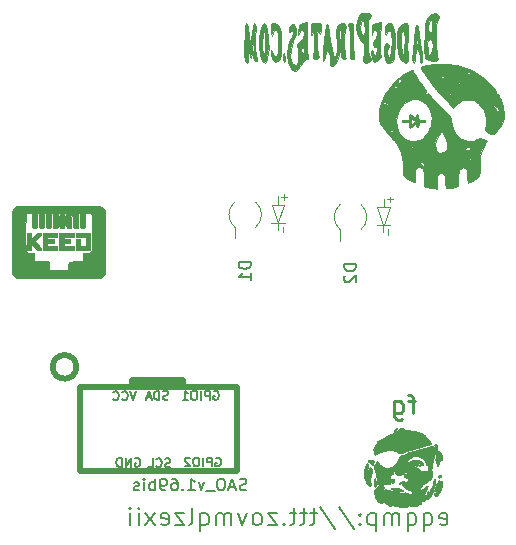
<source format=gbr>
G04 #@! TF.GenerationSoftware,KiCad,Pcbnew,(5.1.10)-1*
G04 #@! TF.CreationDate,2021-09-08T08:42:21-05:00*
G04 #@! TF.ProjectId,Bsides-KC-2021-SAO-Participant,42736964-6573-42d4-9b43-2d323032312d,rev?*
G04 #@! TF.SameCoordinates,Original*
G04 #@! TF.FileFunction,Legend,Bot*
G04 #@! TF.FilePolarity,Positive*
%FSLAX46Y46*%
G04 Gerber Fmt 4.6, Leading zero omitted, Abs format (unit mm)*
G04 Created by KiCad (PCBNEW (5.1.10)-1) date 2021-09-08 08:42:21*
%MOMM*%
%LPD*%
G01*
G04 APERTURE LIST*
%ADD10C,0.150000*%
%ADD11C,0.120000*%
%ADD12C,0.010000*%
%ADD13C,0.500000*%
%ADD14C,0.250000*%
G04 APERTURE END LIST*
D10*
X120121428Y-100157142D02*
X120264285Y-100228571D01*
X120550000Y-100228571D01*
X120692857Y-100157142D01*
X120764285Y-100014285D01*
X120764285Y-99442857D01*
X120692857Y-99300000D01*
X120550000Y-99228571D01*
X120264285Y-99228571D01*
X120121428Y-99300000D01*
X120050000Y-99442857D01*
X120050000Y-99585714D01*
X120764285Y-99728571D01*
X118764285Y-99228571D02*
X118764285Y-100728571D01*
X118764285Y-100157142D02*
X118907142Y-100228571D01*
X119192857Y-100228571D01*
X119335714Y-100157142D01*
X119407142Y-100085714D01*
X119478571Y-99942857D01*
X119478571Y-99514285D01*
X119407142Y-99371428D01*
X119335714Y-99300000D01*
X119192857Y-99228571D01*
X118907142Y-99228571D01*
X118764285Y-99300000D01*
X117407142Y-99228571D02*
X117407142Y-100728571D01*
X117407142Y-100157142D02*
X117550000Y-100228571D01*
X117835714Y-100228571D01*
X117978571Y-100157142D01*
X118050000Y-100085714D01*
X118121428Y-99942857D01*
X118121428Y-99514285D01*
X118050000Y-99371428D01*
X117978571Y-99300000D01*
X117835714Y-99228571D01*
X117550000Y-99228571D01*
X117407142Y-99300000D01*
X116692857Y-100228571D02*
X116692857Y-99228571D01*
X116692857Y-99371428D02*
X116621428Y-99300000D01*
X116478571Y-99228571D01*
X116264285Y-99228571D01*
X116121428Y-99300000D01*
X116050000Y-99442857D01*
X116050000Y-100228571D01*
X116050000Y-99442857D02*
X115978571Y-99300000D01*
X115835714Y-99228571D01*
X115621428Y-99228571D01*
X115478571Y-99300000D01*
X115407142Y-99442857D01*
X115407142Y-100228571D01*
X114692857Y-99228571D02*
X114692857Y-100728571D01*
X114692857Y-99300000D02*
X114550000Y-99228571D01*
X114264285Y-99228571D01*
X114121428Y-99300000D01*
X114050000Y-99371428D01*
X113978571Y-99514285D01*
X113978571Y-99942857D01*
X114050000Y-100085714D01*
X114121428Y-100157142D01*
X114264285Y-100228571D01*
X114550000Y-100228571D01*
X114692857Y-100157142D01*
X113335714Y-100085714D02*
X113264285Y-100157142D01*
X113335714Y-100228571D01*
X113407142Y-100157142D01*
X113335714Y-100085714D01*
X113335714Y-100228571D01*
X113335714Y-99300000D02*
X113264285Y-99371428D01*
X113335714Y-99442857D01*
X113407142Y-99371428D01*
X113335714Y-99300000D01*
X113335714Y-99442857D01*
X111550000Y-98657142D02*
X112835714Y-100585714D01*
X109978571Y-98657142D02*
X111264285Y-100585714D01*
X109692857Y-99228571D02*
X109121428Y-99228571D01*
X109478571Y-98728571D02*
X109478571Y-100014285D01*
X109407142Y-100157142D01*
X109264285Y-100228571D01*
X109121428Y-100228571D01*
X108835714Y-99228571D02*
X108264285Y-99228571D01*
X108621428Y-98728571D02*
X108621428Y-100014285D01*
X108550000Y-100157142D01*
X108407142Y-100228571D01*
X108264285Y-100228571D01*
X107978571Y-99228571D02*
X107407142Y-99228571D01*
X107764285Y-98728571D02*
X107764285Y-100014285D01*
X107692857Y-100157142D01*
X107550000Y-100228571D01*
X107407142Y-100228571D01*
X106907142Y-100085714D02*
X106835714Y-100157142D01*
X106907142Y-100228571D01*
X106978571Y-100157142D01*
X106907142Y-100085714D01*
X106907142Y-100228571D01*
X106335714Y-99228571D02*
X105550000Y-99228571D01*
X106335714Y-100228571D01*
X105550000Y-100228571D01*
X104764285Y-100228571D02*
X104907142Y-100157142D01*
X104978571Y-100085714D01*
X105050000Y-99942857D01*
X105050000Y-99514285D01*
X104978571Y-99371428D01*
X104907142Y-99300000D01*
X104764285Y-99228571D01*
X104550000Y-99228571D01*
X104407142Y-99300000D01*
X104335714Y-99371428D01*
X104264285Y-99514285D01*
X104264285Y-99942857D01*
X104335714Y-100085714D01*
X104407142Y-100157142D01*
X104550000Y-100228571D01*
X104764285Y-100228571D01*
X103764285Y-99228571D02*
X103407142Y-100228571D01*
X103050000Y-99228571D01*
X102478571Y-100228571D02*
X102478571Y-99228571D01*
X102478571Y-99371428D02*
X102407142Y-99300000D01*
X102264285Y-99228571D01*
X102050000Y-99228571D01*
X101907142Y-99300000D01*
X101835714Y-99442857D01*
X101835714Y-100228571D01*
X101835714Y-99442857D02*
X101764285Y-99300000D01*
X101621428Y-99228571D01*
X101407142Y-99228571D01*
X101264285Y-99300000D01*
X101192857Y-99442857D01*
X101192857Y-100228571D01*
X99835714Y-99228571D02*
X99835714Y-100728571D01*
X99835714Y-100157142D02*
X99978571Y-100228571D01*
X100264285Y-100228571D01*
X100407142Y-100157142D01*
X100478571Y-100085714D01*
X100550000Y-99942857D01*
X100550000Y-99514285D01*
X100478571Y-99371428D01*
X100407142Y-99300000D01*
X100264285Y-99228571D01*
X99978571Y-99228571D01*
X99835714Y-99300000D01*
X98907142Y-100228571D02*
X99050000Y-100157142D01*
X99121428Y-100014285D01*
X99121428Y-98728571D01*
X98478571Y-99228571D02*
X97692857Y-99228571D01*
X98478571Y-100228571D01*
X97692857Y-100228571D01*
X96550000Y-100157142D02*
X96692857Y-100228571D01*
X96978571Y-100228571D01*
X97121428Y-100157142D01*
X97192857Y-100014285D01*
X97192857Y-99442857D01*
X97121428Y-99300000D01*
X96978571Y-99228571D01*
X96692857Y-99228571D01*
X96550000Y-99300000D01*
X96478571Y-99442857D01*
X96478571Y-99585714D01*
X97192857Y-99728571D01*
X95978571Y-100228571D02*
X95192857Y-99228571D01*
X95978571Y-99228571D02*
X95192857Y-100228571D01*
X94621428Y-100228571D02*
X94621428Y-99228571D01*
X94621428Y-98728571D02*
X94692857Y-98800000D01*
X94621428Y-98871428D01*
X94550000Y-98800000D01*
X94621428Y-98728571D01*
X94621428Y-98871428D01*
X93907142Y-100228571D02*
X93907142Y-99228571D01*
X93907142Y-98728571D02*
X93978571Y-98800000D01*
X93907142Y-98871428D01*
X93835714Y-98800000D01*
X93907142Y-98728571D01*
X93907142Y-98871428D01*
D11*
G04 #@! TO.C,D2*
X115355340Y-73296780D02*
X115355340Y-72585580D01*
X115329940Y-74820780D02*
X115329940Y-75430380D01*
X115939540Y-74820780D02*
X114771140Y-74820780D01*
X116117340Y-72636380D02*
X115609340Y-72636380D01*
X115863340Y-72890380D02*
X115863340Y-72407780D01*
X115329940Y-74820780D02*
X114821940Y-73322180D01*
X115888740Y-73322180D02*
X115355340Y-74795380D01*
X114821940Y-73322180D02*
X115888740Y-73322180D01*
X111661340Y-76134980D02*
X111661340Y-75184980D01*
X115763340Y-75633580D02*
X115763340Y-75150980D01*
X111683575Y-73066322D02*
G75*
G03*
X111661340Y-75184980I877765J-1068658D01*
G01*
X113439105Y-75203638D02*
G75*
G03*
X113461340Y-73084980I-877765J1068658D01*
G01*
G04 #@! TO.C,D1*
X106433620Y-73096120D02*
X106433620Y-72384920D01*
X106408220Y-74620120D02*
X106408220Y-75229720D01*
X107017820Y-74620120D02*
X105849420Y-74620120D01*
X107195620Y-72435720D02*
X106687620Y-72435720D01*
X106941620Y-72689720D02*
X106941620Y-72207120D01*
X106408220Y-74620120D02*
X105900220Y-73121520D01*
X106967020Y-73121520D02*
X106433620Y-74594720D01*
X105900220Y-73121520D02*
X106967020Y-73121520D01*
X102739620Y-75934320D02*
X102739620Y-74984320D01*
X106841620Y-75432920D02*
X106841620Y-74950320D01*
X102761855Y-72865662D02*
G75*
G03*
X102739620Y-74984320I877765J-1068658D01*
G01*
X104517385Y-75002978D02*
G75*
G03*
X104539620Y-72884320I-877765J1068658D01*
G01*
D12*
G04 #@! TO.C,G\u002A\u002A\u002A*
G36*
X119696796Y-93336479D02*
G01*
X119690970Y-93359436D01*
X119681038Y-93399410D01*
X119667454Y-93433543D01*
X119667377Y-93433686D01*
X119659477Y-93453720D01*
X119662208Y-93473212D01*
X119677788Y-93500299D01*
X119690425Y-93518312D01*
X119717506Y-93559990D01*
X119727671Y-93589458D01*
X119721625Y-93612804D01*
X119703655Y-93632933D01*
X119690685Y-93643354D01*
X119678796Y-93645782D01*
X119663542Y-93637671D01*
X119640477Y-93616474D01*
X119605157Y-93579643D01*
X119598720Y-93572818D01*
X119519831Y-93489131D01*
X119380291Y-93533050D01*
X118903461Y-93675776D01*
X118447000Y-93799063D01*
X118225394Y-93856791D01*
X118025177Y-93911442D01*
X117842705Y-93964233D01*
X117674332Y-94016376D01*
X117516414Y-94069087D01*
X117365305Y-94123581D01*
X117217361Y-94181072D01*
X117068936Y-94242774D01*
X116923463Y-94306714D01*
X116710703Y-94402428D01*
X116663096Y-94525389D01*
X116588720Y-94692412D01*
X116501056Y-94841025D01*
X116396672Y-94976232D01*
X116272135Y-95103032D01*
X116257620Y-95116178D01*
X116187094Y-95178428D01*
X116130192Y-95226075D01*
X116082488Y-95262384D01*
X116039555Y-95290623D01*
X115996966Y-95314056D01*
X115974766Y-95324828D01*
X115942994Y-95338960D01*
X115914796Y-95348605D01*
X115884235Y-95354584D01*
X115845372Y-95357718D01*
X115792266Y-95358827D01*
X115729200Y-95358783D01*
X115614977Y-95355274D01*
X115518753Y-95344990D01*
X115433723Y-95326616D01*
X115353080Y-95298833D01*
X115301932Y-95276132D01*
X115195324Y-95213190D01*
X115086723Y-95125275D01*
X114976474Y-95012704D01*
X114864922Y-94875797D01*
X114858900Y-94867761D01*
X114831220Y-94831266D01*
X114812030Y-94812434D01*
X114796316Y-94812198D01*
X114779066Y-94831489D01*
X114755266Y-94871239D01*
X114745183Y-94888895D01*
X114718741Y-94928895D01*
X114681584Y-94977388D01*
X114641004Y-95024949D01*
X114634113Y-95032453D01*
X114591365Y-95080883D01*
X114559621Y-95124808D01*
X114538626Y-95168049D01*
X114528125Y-95214426D01*
X114527861Y-95267761D01*
X114537580Y-95331874D01*
X114557027Y-95410588D01*
X114585946Y-95507722D01*
X114599490Y-95550647D01*
X114635883Y-95666775D01*
X114664636Y-95763190D01*
X114686817Y-95844039D01*
X114703493Y-95913470D01*
X114715731Y-95975631D01*
X114724600Y-96034668D01*
X114725094Y-96038567D01*
X114736176Y-96103588D01*
X114752797Y-96175320D01*
X114768933Y-96230553D01*
X114786851Y-96296132D01*
X114802104Y-96379114D01*
X114815270Y-96482867D01*
X114819674Y-96526633D01*
X114827003Y-96596181D01*
X114834792Y-96657094D01*
X114842343Y-96704746D01*
X114848955Y-96734511D01*
X114852210Y-96741889D01*
X114873002Y-96754870D01*
X114905069Y-96768016D01*
X114906866Y-96768605D01*
X114941411Y-96788129D01*
X114952084Y-96809575D01*
X114946241Y-96842223D01*
X114923548Y-96886683D01*
X114887130Y-96939081D01*
X114840112Y-96995540D01*
X114785621Y-97052185D01*
X114726781Y-97105140D01*
X114691024Y-97133283D01*
X114627002Y-97193072D01*
X114578195Y-97267448D01*
X114542581Y-97359906D01*
X114529482Y-97412177D01*
X114516181Y-97483420D01*
X114513382Y-97536874D01*
X114523444Y-97578807D01*
X114548723Y-97615488D01*
X114591577Y-97653185D01*
X114630905Y-97681857D01*
X114647946Y-97695550D01*
X114657769Y-97711251D01*
X114662105Y-97735660D01*
X114662689Y-97775475D01*
X114662134Y-97802507D01*
X114660747Y-97866536D01*
X114661219Y-97910159D01*
X114664960Y-97938367D01*
X114673378Y-97956151D01*
X114687881Y-97968501D01*
X114709880Y-97980407D01*
X114712776Y-97981883D01*
X114752088Y-98006090D01*
X114776120Y-98034509D01*
X114790948Y-98075797D01*
X114796207Y-98100716D01*
X114818733Y-98161484D01*
X114861179Y-98207348D01*
X114924404Y-98239164D01*
X114939725Y-98243947D01*
X114991385Y-98260526D01*
X115024727Y-98277342D01*
X115046412Y-98299227D01*
X115063104Y-98331015D01*
X115064588Y-98334525D01*
X115083119Y-98366448D01*
X115103904Y-98374242D01*
X115130413Y-98359147D01*
X115131300Y-98358381D01*
X115154202Y-98344933D01*
X115191817Y-98328846D01*
X115221200Y-98318484D01*
X115297026Y-98281934D01*
X115355922Y-98228439D01*
X115396141Y-98161415D01*
X115415941Y-98084278D01*
X115413576Y-98000443D01*
X115404364Y-97959875D01*
X115402008Y-97938798D01*
X115416510Y-97931737D01*
X115428549Y-97931300D01*
X115462572Y-97942373D01*
X115486106Y-97973028D01*
X115498469Y-98019412D01*
X115498975Y-98077675D01*
X115486940Y-98143966D01*
X115473674Y-98185300D01*
X115450941Y-98251558D01*
X115441284Y-98299611D01*
X115446368Y-98333948D01*
X115467859Y-98359056D01*
X115507423Y-98379425D01*
X115551400Y-98394751D01*
X115598294Y-98413888D01*
X115641216Y-98438329D01*
X115659350Y-98452379D01*
X115696959Y-98481633D01*
X115737942Y-98505810D01*
X115741900Y-98507646D01*
X115782786Y-98529503D01*
X115820326Y-98554960D01*
X115821428Y-98555843D01*
X115845499Y-98572747D01*
X115867441Y-98577891D01*
X115898380Y-98572850D01*
X115913685Y-98568893D01*
X115957592Y-98560755D01*
X116013311Y-98555208D01*
X116058196Y-98553600D01*
X116107595Y-98552309D01*
X116142206Y-98546348D01*
X116172597Y-98532581D01*
X116207239Y-98509376D01*
X116244618Y-98483008D01*
X116276427Y-98461292D01*
X116291175Y-98451779D01*
X116309932Y-98444696D01*
X116312459Y-98454879D01*
X116299380Y-98480590D01*
X116271322Y-98520092D01*
X116262600Y-98531215D01*
X116236164Y-98566940D01*
X116217792Y-98596587D01*
X116211800Y-98612167D01*
X116223081Y-98629940D01*
X116254862Y-98638084D01*
X116304050Y-98636378D01*
X116367552Y-98624600D01*
X116371755Y-98623567D01*
X116421850Y-98612448D01*
X116463527Y-98607769D01*
X116504947Y-98609945D01*
X116554274Y-98619394D01*
X116618200Y-98636121D01*
X116681119Y-98651756D01*
X116749204Y-98665740D01*
X116816331Y-98677132D01*
X116876378Y-98684989D01*
X116923222Y-98688369D01*
X116948379Y-98686954D01*
X116982223Y-98672042D01*
X117012519Y-98648191D01*
X117039536Y-98624605D01*
X117063704Y-98619720D01*
X117092186Y-98633890D01*
X117116234Y-98653337D01*
X117179625Y-98698355D01*
X117237602Y-98718565D01*
X117290187Y-98713972D01*
X117331260Y-98690061D01*
X117355782Y-98664097D01*
X117385786Y-98625221D01*
X117410477Y-98588525D01*
X117443191Y-98542468D01*
X117472086Y-98519696D01*
X117501814Y-98519547D01*
X117537027Y-98541357D01*
X117564641Y-98566584D01*
X117616692Y-98617669D01*
X117671493Y-98598334D01*
X117726558Y-98582698D01*
X117767690Y-98581458D01*
X117802088Y-98594917D01*
X117815466Y-98604400D01*
X117847097Y-98624023D01*
X117877255Y-98627554D01*
X117914102Y-98614784D01*
X117939327Y-98601225D01*
X117972990Y-98584154D01*
X117995307Y-98580549D01*
X118014868Y-98588525D01*
X118047314Y-98608577D01*
X118065290Y-98619711D01*
X118087967Y-98627948D01*
X118109393Y-98617265D01*
X118114768Y-98612589D01*
X118141363Y-98595088D01*
X118180610Y-98576227D01*
X118201204Y-98568205D01*
X118262850Y-98546254D01*
X118274411Y-98470552D01*
X118281128Y-98429690D01*
X118286854Y-98400321D01*
X118289832Y-98390012D01*
X118302500Y-98391860D01*
X118329496Y-98402342D01*
X118340270Y-98407277D01*
X118385790Y-98420614D01*
X118433776Y-98421996D01*
X118474342Y-98411834D01*
X118490354Y-98401034D01*
X118496877Y-98382371D01*
X118501705Y-98345109D01*
X118504046Y-98296032D01*
X118504150Y-98282861D01*
X118503284Y-98228863D01*
X118499228Y-98191320D01*
X118489802Y-98161311D01*
X118472822Y-98129910D01*
X118462875Y-98114101D01*
X118440938Y-98078591D01*
X118425969Y-98051882D01*
X118421600Y-98041313D01*
X118429578Y-98032411D01*
X118452996Y-98042631D01*
X118491087Y-98071542D01*
X118518740Y-98095917D01*
X118575948Y-98141134D01*
X118629933Y-98166671D01*
X118685032Y-98172588D01*
X118745583Y-98158948D01*
X118815923Y-98125813D01*
X118858041Y-98100752D01*
X118956255Y-98039250D01*
X118948939Y-97918600D01*
X118940813Y-97822080D01*
X118929418Y-97742889D01*
X118915232Y-97683257D01*
X118898735Y-97645414D01*
X118887964Y-97634118D01*
X118864478Y-97629763D01*
X118848223Y-97647873D01*
X118841069Y-97686089D01*
X118840895Y-97693582D01*
X118836199Y-97728400D01*
X118824703Y-97765824D01*
X118809791Y-97797614D01*
X118794843Y-97815531D01*
X118790234Y-97817000D01*
X118774557Y-97804878D01*
X118760315Y-97770828D01*
X118748725Y-97718317D01*
X118744285Y-97686050D01*
X118741259Y-97652537D01*
X118743343Y-97627605D01*
X118753430Y-97603854D01*
X118774414Y-97573885D01*
X118801415Y-97539933D01*
X118831782Y-97499614D01*
X118854501Y-97464383D01*
X118865605Y-97440544D01*
X118866100Y-97437136D01*
X118871586Y-97417451D01*
X118882964Y-97389314D01*
X117860105Y-97389314D01*
X117846371Y-97404405D01*
X117817202Y-97410600D01*
X117790189Y-97416304D01*
X117779386Y-97435442D01*
X117783943Y-97471050D01*
X117792593Y-97498487D01*
X117804540Y-97537776D01*
X117811376Y-97570774D01*
X117812000Y-97578937D01*
X117809913Y-97592880D01*
X117799728Y-97599361D01*
X117775562Y-97599714D01*
X117737134Y-97595910D01*
X117690933Y-97588994D01*
X117630267Y-97577608D01*
X117565241Y-97563715D01*
X117536044Y-97556876D01*
X117467996Y-97538736D01*
X117395680Y-97516791D01*
X117331387Y-97494848D01*
X117312130Y-97487506D01*
X117247724Y-97464282D01*
X117194548Y-97452395D01*
X117142781Y-97451175D01*
X117082602Y-97459954D01*
X117041264Y-97469061D01*
X116952490Y-97482483D01*
X116858974Y-97481148D01*
X116757236Y-97464477D01*
X116643796Y-97431891D01*
X116515173Y-97382811D01*
X116510227Y-97380734D01*
X116466691Y-97365229D01*
X116414163Y-97352368D01*
X116347486Y-97341145D01*
X116261503Y-97330552D01*
X116243527Y-97328629D01*
X116159490Y-97318591D01*
X116068209Y-97305695D01*
X115980229Y-97291542D01*
X115906100Y-97277734D01*
X115900650Y-97276601D01*
X115828471Y-97261593D01*
X115752976Y-97246160D01*
X115684413Y-97232384D01*
X115643833Y-97224416D01*
X115539415Y-97204254D01*
X115408008Y-97282027D01*
X115334184Y-97323431D01*
X115278747Y-97349511D01*
X115242042Y-97360264D01*
X115224415Y-97355686D01*
X115226210Y-97335774D01*
X115247774Y-97300524D01*
X115260948Y-97283450D01*
X115298195Y-97218512D01*
X115315393Y-97160369D01*
X115325139Y-97118155D01*
X115336036Y-97093920D01*
X115352671Y-97080477D01*
X115370905Y-97073405D01*
X115412871Y-97054659D01*
X115432984Y-97035129D01*
X115431004Y-97018080D01*
X115406690Y-97006775D01*
X115376026Y-97004026D01*
X115323744Y-97000475D01*
X115287921Y-96991033D01*
X115272584Y-96976859D01*
X115272301Y-96974143D01*
X115279161Y-96958115D01*
X115297424Y-96926365D01*
X115324016Y-96884046D01*
X115345326Y-96851800D01*
X115418050Y-96743850D01*
X115640300Y-96737044D01*
X115714288Y-96734227D01*
X115780530Y-96730672D01*
X115834389Y-96726710D01*
X115871226Y-96722669D01*
X115885365Y-96719584D01*
X115904109Y-96702552D01*
X115926522Y-96670982D01*
X115938211Y-96650190D01*
X115961958Y-96609723D01*
X115991630Y-96567414D01*
X116022729Y-96528749D01*
X116050752Y-96499218D01*
X116071199Y-96484307D01*
X116074914Y-96483500D01*
X116081988Y-96495540D01*
X116083057Y-96531832D01*
X116080256Y-96571639D01*
X116077550Y-96616267D01*
X116078202Y-96650033D01*
X116082057Y-96665924D01*
X116082317Y-96666114D01*
X116104683Y-96666329D01*
X116133764Y-96648691D01*
X116163981Y-96617575D01*
X116185749Y-96584976D01*
X116202962Y-96547677D01*
X116213825Y-96506285D01*
X116220177Y-96452345D01*
X116222284Y-96417048D01*
X116227607Y-96305700D01*
X116095131Y-96305700D01*
X116023942Y-96305288D01*
X115974639Y-96301498D01*
X115943714Y-96290498D01*
X115927657Y-96268453D01*
X115922959Y-96231531D01*
X115926112Y-96175899D01*
X115930867Y-96126276D01*
X115936543Y-96066471D01*
X115941145Y-96014812D01*
X115944161Y-95977234D01*
X115945100Y-95960478D01*
X115951225Y-95948439D01*
X115972693Y-95940621D01*
X116014153Y-95935494D01*
X116023007Y-95934817D01*
X116073917Y-95928480D01*
X116105012Y-95917417D01*
X116118257Y-95905463D01*
X116129717Y-95874937D01*
X116134978Y-95830051D01*
X116134110Y-95781017D01*
X116127181Y-95738046D01*
X116116954Y-95714402D01*
X116100310Y-95682259D01*
X116104404Y-95652333D01*
X116130353Y-95618705D01*
X116136062Y-95613107D01*
X116164209Y-95590922D01*
X116186852Y-95586831D01*
X116207190Y-95602660D01*
X116228417Y-95640237D01*
X116243008Y-95674222D01*
X116287235Y-95760731D01*
X116344688Y-95838896D01*
X116410761Y-95903710D01*
X116480846Y-95950167D01*
X116507902Y-95962090D01*
X116550761Y-95971256D01*
X116609692Y-95974945D01*
X116676011Y-95973368D01*
X116741035Y-95966738D01*
X116796081Y-95955266D01*
X116796870Y-95955033D01*
X116889754Y-95920886D01*
X116974006Y-95874494D01*
X117059048Y-95810616D01*
X117063993Y-95806443D01*
X117129901Y-95753345D01*
X117182541Y-95718504D01*
X117225350Y-95701046D01*
X117261768Y-95700095D01*
X117295236Y-95714777D01*
X117325115Y-95740074D01*
X117352650Y-95771288D01*
X117364441Y-95798180D01*
X117365171Y-95831528D01*
X117365120Y-95832149D01*
X117361150Y-95880250D01*
X117251904Y-95886600D01*
X117190150Y-95891674D01*
X117147917Y-95900254D01*
X117119338Y-95915182D01*
X117098541Y-95939302D01*
X117082920Y-95968478D01*
X117064197Y-96026817D01*
X117067703Y-96075074D01*
X117093328Y-96111982D01*
X117095806Y-96113997D01*
X117144899Y-96145606D01*
X117207782Y-96176604D01*
X117273229Y-96201992D01*
X117324545Y-96215823D01*
X117382217Y-96234989D01*
X117418357Y-96267153D01*
X117433135Y-96312702D01*
X117426718Y-96372024D01*
X117411775Y-96416872D01*
X117376981Y-96478131D01*
X117330555Y-96516918D01*
X117272060Y-96533560D01*
X117254766Y-96534300D01*
X117205956Y-96538787D01*
X117177427Y-96554104D01*
X117165369Y-96583030D01*
X117164300Y-96600340D01*
X117160645Y-96628323D01*
X117149485Y-96632676D01*
X117130533Y-96613274D01*
X117106674Y-96575575D01*
X117072521Y-96522269D01*
X117038573Y-96480078D01*
X117008587Y-96453162D01*
X116989127Y-96445400D01*
X116969112Y-96452838D01*
X116938809Y-96471712D01*
X116922570Y-96483841D01*
X116883610Y-96510422D01*
X116843867Y-96531173D01*
X116831842Y-96535730D01*
X116770783Y-96557570D01*
X116730641Y-96579526D01*
X116707290Y-96605956D01*
X116696606Y-96641219D01*
X116694400Y-96680947D01*
X116697319Y-96709969D01*
X116709039Y-96722813D01*
X116734002Y-96720751D01*
X116776655Y-96705054D01*
X116777453Y-96704721D01*
X116831568Y-96691631D01*
X116880567Y-96696815D01*
X116919476Y-96717996D01*
X116943324Y-96752893D01*
X116948400Y-96783063D01*
X116958423Y-96817200D01*
X116983492Y-96853425D01*
X117016115Y-96882120D01*
X117031954Y-96890281D01*
X117059607Y-96909053D01*
X117083120Y-96936958D01*
X117120393Y-96995745D01*
X117149334Y-97035856D01*
X117173251Y-97061189D01*
X117195451Y-97075644D01*
X117203508Y-97078883D01*
X117237929Y-97095224D01*
X117276340Y-97119355D01*
X117284099Y-97125061D01*
X117315096Y-97145627D01*
X117337027Y-97150376D01*
X117353373Y-97144663D01*
X117371031Y-97139293D01*
X117389542Y-97146025D01*
X117415396Y-97167985D01*
X117428222Y-97180694D01*
X117461922Y-97211045D01*
X117493951Y-97228127D01*
X117536159Y-97237606D01*
X117551646Y-97239698D01*
X117600806Y-97248728D01*
X117637528Y-97264877D01*
X117674750Y-97294105D01*
X117679891Y-97298799D01*
X117721768Y-97332118D01*
X117760296Y-97349008D01*
X117787536Y-97353535D01*
X117823805Y-97359327D01*
X117849268Y-97367832D01*
X117853394Y-97370713D01*
X117860105Y-97389314D01*
X118882964Y-97389314D01*
X118886524Y-97380511D01*
X118908638Y-97331592D01*
X118935651Y-97275968D01*
X118935835Y-97275601D01*
X118967789Y-97208482D01*
X118999152Y-97136483D01*
X119028024Y-97064652D01*
X119052502Y-96998038D01*
X119070686Y-96941689D01*
X119080674Y-96900655D01*
X119082000Y-96887517D01*
X119073144Y-96868806D01*
X119046834Y-96867947D01*
X119003458Y-96884717D01*
X118943404Y-96918889D01*
X118867059Y-96970238D01*
X118774811Y-97038538D01*
X118667047Y-97123564D01*
X118644161Y-97142153D01*
X118595286Y-97181072D01*
X118552604Y-97213293D01*
X118520348Y-97235744D01*
X118502751Y-97245353D01*
X118501733Y-97245500D01*
X118481970Y-97234039D01*
X118466819Y-97204567D01*
X118459827Y-97164452D01*
X118459700Y-97158202D01*
X118466464Y-97125353D01*
X118484847Y-97077203D01*
X118511985Y-97019317D01*
X118545017Y-96957261D01*
X118581079Y-96896601D01*
X118617308Y-96842902D01*
X118631449Y-96824310D01*
X118676189Y-96774700D01*
X118725334Y-96731012D01*
X118773449Y-96697268D01*
X118815096Y-96677490D01*
X118834633Y-96674000D01*
X118887466Y-96664821D01*
X118938829Y-96635805D01*
X118992486Y-96584731D01*
X118999378Y-96576876D01*
X119043410Y-96533020D01*
X119104494Y-96482390D01*
X119176968Y-96429577D01*
X119201364Y-96413148D01*
X119257397Y-96375141D01*
X119308517Y-96338642D01*
X119349408Y-96307566D01*
X119374753Y-96285833D01*
X119376273Y-96284277D01*
X119395417Y-96258420D01*
X119410760Y-96223631D01*
X119422811Y-96176931D01*
X119432081Y-96115341D01*
X119439078Y-96035884D01*
X119444313Y-95935580D01*
X119446518Y-95873900D01*
X119448829Y-95790817D01*
X119449594Y-95728723D01*
X119448572Y-95683241D01*
X119445525Y-95649993D01*
X119440214Y-95624602D01*
X119432400Y-95602691D01*
X119431613Y-95600850D01*
X119409504Y-95546618D01*
X119398078Y-95506683D01*
X119396567Y-95472665D01*
X119404204Y-95436188D01*
X119413827Y-95406854D01*
X119425024Y-95371225D01*
X119431731Y-95337542D01*
X119431731Y-95337534D01*
X119163375Y-95337534D01*
X119151546Y-95408225D01*
X119124928Y-95483291D01*
X119085604Y-95556467D01*
X119048952Y-95606427D01*
X119022782Y-95632951D01*
X118999179Y-95642317D01*
X118975223Y-95640652D01*
X118949957Y-95638035D01*
X118904277Y-95634951D01*
X118843158Y-95631674D01*
X118771575Y-95628472D01*
X118707350Y-95626052D01*
X118558643Y-95618699D01*
X118433672Y-95607599D01*
X118331023Y-95592543D01*
X118249280Y-95573325D01*
X118187029Y-95549737D01*
X118186842Y-95549646D01*
X118123150Y-95518520D01*
X118173950Y-95524640D01*
X118260577Y-95534377D01*
X118324428Y-95539850D01*
X118367749Y-95541144D01*
X118392791Y-95538347D01*
X118401061Y-95533410D01*
X118397560Y-95517572D01*
X118376842Y-95496173D01*
X118345013Y-95473712D01*
X118308178Y-95454686D01*
X118281900Y-95445619D01*
X118250990Y-95434125D01*
X118237231Y-95415357D01*
X118233503Y-95394173D01*
X118231844Y-95377320D01*
X118228054Y-95365387D01*
X118218054Y-95356761D01*
X118197765Y-95349826D01*
X118163106Y-95342968D01*
X118109999Y-95334572D01*
X118066000Y-95327884D01*
X118022427Y-95321421D01*
X117989285Y-95316844D01*
X117974367Y-95315195D01*
X117960224Y-95307437D01*
X117934723Y-95287874D01*
X117920270Y-95275576D01*
X117893196Y-95254624D01*
X117864763Y-95240973D01*
X117826928Y-95231844D01*
X117772541Y-95224561D01*
X117713340Y-95216119D01*
X117666009Y-95205852D01*
X117634518Y-95194931D01*
X117622836Y-95184526D01*
X117624470Y-95180897D01*
X117641840Y-95174288D01*
X117679413Y-95166069D01*
X117732099Y-95156933D01*
X117794805Y-95147578D01*
X117862442Y-95138697D01*
X117929917Y-95130988D01*
X117992139Y-95125145D01*
X118044017Y-95121865D01*
X118059650Y-95121439D01*
X118128901Y-95121970D01*
X118184761Y-95126764D01*
X118239105Y-95137497D01*
X118303812Y-95155847D01*
X118304213Y-95155971D01*
X118355343Y-95170631D01*
X118397115Y-95180592D01*
X118423844Y-95184604D01*
X118430288Y-95183646D01*
X118429388Y-95168795D01*
X118410836Y-95145911D01*
X118379340Y-95119013D01*
X118339606Y-95092121D01*
X118296342Y-95069253D01*
X118296272Y-95069222D01*
X118162400Y-95022079D01*
X118026289Y-94999175D01*
X117890461Y-95000703D01*
X117757437Y-95026856D01*
X117754139Y-95027836D01*
X117706318Y-95040995D01*
X117667645Y-95049464D01*
X117644613Y-95051895D01*
X117641641Y-95051199D01*
X117637182Y-95038831D01*
X117653533Y-95021889D01*
X117686859Y-95001939D01*
X117733322Y-94980547D01*
X117789087Y-94959278D01*
X117850317Y-94939698D01*
X117913176Y-94923372D01*
X117973827Y-94911868D01*
X117987610Y-94910000D01*
X118065039Y-94903997D01*
X118136684Y-94907116D01*
X118207132Y-94920752D01*
X118280969Y-94946302D01*
X118362781Y-94985160D01*
X118457156Y-95038723D01*
X118503079Y-95066833D01*
X118552993Y-95096294D01*
X118597559Y-95119708D01*
X118630881Y-95134130D01*
X118644241Y-95137300D01*
X118678571Y-95128003D01*
X118711364Y-95105040D01*
X118733967Y-95075799D01*
X118739100Y-95056314D01*
X118732470Y-95029501D01*
X118715562Y-94992601D01*
X118703183Y-94971336D01*
X118640649Y-94893585D01*
X118558535Y-94822832D01*
X118462328Y-94761973D01*
X118357515Y-94713902D01*
X118249582Y-94681515D01*
X118144015Y-94667708D01*
X118127261Y-94667416D01*
X118022440Y-94675348D01*
X117904399Y-94697902D01*
X117779287Y-94733269D01*
X117653255Y-94779639D01*
X117532450Y-94835201D01*
X117501290Y-94851673D01*
X117424355Y-94889203D01*
X117360335Y-94911262D01*
X117333584Y-94916136D01*
X117289388Y-94919167D01*
X117262561Y-94915140D01*
X117252541Y-94901196D01*
X117258767Y-94874472D01*
X117280677Y-94832108D01*
X117308153Y-94786592D01*
X117353230Y-94716968D01*
X117391687Y-94666082D01*
X117427844Y-94629752D01*
X117466025Y-94603794D01*
X117510551Y-94584024D01*
X117521427Y-94580159D01*
X117573473Y-94561043D01*
X117619505Y-94540731D01*
X117666984Y-94515385D01*
X117723371Y-94481171D01*
X117762030Y-94456442D01*
X117868122Y-94393034D01*
X117959532Y-94349532D01*
X118035995Y-94326048D01*
X118078510Y-94321569D01*
X118104353Y-94323326D01*
X118134396Y-94329329D01*
X118171371Y-94340674D01*
X118218009Y-94358458D01*
X118277043Y-94383777D01*
X118351203Y-94417727D01*
X118443222Y-94461404D01*
X118523200Y-94500041D01*
X118641771Y-94569521D01*
X118742895Y-94653503D01*
X118824849Y-94749852D01*
X118885905Y-94856437D01*
X118924340Y-94971123D01*
X118930739Y-95003950D01*
X118940889Y-95058653D01*
X118951511Y-95093422D01*
X118965789Y-95113579D01*
X118986907Y-95124445D01*
X119005587Y-95129002D01*
X119048343Y-95147433D01*
X119092768Y-95181996D01*
X119131167Y-95225212D01*
X119155846Y-95269602D01*
X119158331Y-95277485D01*
X119163375Y-95337534D01*
X119431731Y-95337534D01*
X119434485Y-95298813D01*
X119433827Y-95248042D01*
X119430789Y-95186749D01*
X119422313Y-95039349D01*
X119467618Y-94936306D01*
X119484059Y-94895248D01*
X119503300Y-94841611D01*
X119523500Y-94781262D01*
X119542821Y-94720066D01*
X119559421Y-94663889D01*
X119571461Y-94618596D01*
X119577101Y-94590055D01*
X119577300Y-94586653D01*
X119584522Y-94574935D01*
X119602953Y-94550182D01*
X119616749Y-94532621D01*
X119637964Y-94504048D01*
X119649127Y-94479700D01*
X119652607Y-94450134D01*
X119650776Y-94405910D01*
X119650299Y-94398991D01*
X119650156Y-94326550D01*
X119662260Y-94273730D01*
X119687911Y-94237232D01*
X119722330Y-94216157D01*
X119773621Y-94205575D01*
X119817646Y-94219082D01*
X119848539Y-94249568D01*
X119862014Y-94278532D01*
X119853550Y-94295109D01*
X119831910Y-94299100D01*
X119806543Y-94309634D01*
X119794445Y-94341319D01*
X119795620Y-94394280D01*
X119810071Y-94468641D01*
X119837800Y-94564526D01*
X119838462Y-94566578D01*
X119859850Y-94636968D01*
X119873506Y-94690994D01*
X119879410Y-94727222D01*
X119877540Y-94744218D01*
X119867875Y-94740546D01*
X119850393Y-94714772D01*
X119840411Y-94696431D01*
X119807595Y-94643571D01*
X119777243Y-94615876D01*
X119749229Y-94613245D01*
X119742402Y-94616599D01*
X119737109Y-94624596D01*
X119736695Y-94641430D01*
X119741858Y-94670274D01*
X119753293Y-94714298D01*
X119771695Y-94776676D01*
X119791655Y-94841137D01*
X119822171Y-94938014D01*
X119846445Y-95013545D01*
X119865594Y-95070698D01*
X119880734Y-95112437D01*
X119892980Y-95141729D01*
X119903449Y-95161541D01*
X119913257Y-95174838D01*
X119919627Y-95181231D01*
X119938220Y-95194047D01*
X119953305Y-95187326D01*
X119961541Y-95178677D01*
X119972283Y-95157697D01*
X119986121Y-95117813D01*
X120001162Y-95065027D01*
X120013704Y-95013486D01*
X120032088Y-94934875D01*
X120047968Y-94877360D01*
X120063405Y-94837052D01*
X120080462Y-94810060D01*
X120101201Y-94792495D01*
X120127686Y-94780466D01*
X120139275Y-94776664D01*
X120151457Y-94768465D01*
X120158333Y-94749550D01*
X120161264Y-94714265D01*
X120161695Y-94683673D01*
X120164907Y-94623963D01*
X120173292Y-94584713D01*
X120185441Y-94566958D01*
X120199947Y-94571736D01*
X120215403Y-94600082D01*
X120226418Y-94636019D01*
X120243071Y-94683236D01*
X120263204Y-94709759D01*
X120285027Y-94713457D01*
X120289563Y-94711193D01*
X120295836Y-94694390D01*
X120298546Y-94657216D01*
X120297998Y-94604403D01*
X120294493Y-94540686D01*
X120288334Y-94470797D01*
X120279824Y-94399470D01*
X120269265Y-94331437D01*
X120263255Y-94299852D01*
X120235060Y-94189403D01*
X120200601Y-94103124D01*
X120159643Y-94040511D01*
X120131419Y-94013761D01*
X120091593Y-93990562D01*
X120049550Y-93983707D01*
X119996638Y-93992119D01*
X119984329Y-93995442D01*
X119966742Y-93987576D01*
X119944265Y-93956847D01*
X119933529Y-93937150D01*
X119900079Y-93885865D01*
X119862412Y-93856641D01*
X119859875Y-93855483D01*
X119827989Y-93836054D01*
X119820979Y-93818069D01*
X119838734Y-93803399D01*
X119863395Y-93796547D01*
X119902610Y-93783676D01*
X119922018Y-93761573D01*
X119922498Y-93727194D01*
X119904931Y-93677496D01*
X119900543Y-93668001D01*
X119879800Y-93617080D01*
X119872449Y-93577038D01*
X119874255Y-93549939D01*
X119871682Y-93501701D01*
X119853215Y-93445926D01*
X119822724Y-93391035D01*
X119784074Y-93345451D01*
X119777820Y-93339942D01*
X119740769Y-93315690D01*
X119714012Y-93314479D01*
X119696796Y-93336479D01*
G37*
X119696796Y-93336479D02*
X119690970Y-93359436D01*
X119681038Y-93399410D01*
X119667454Y-93433543D01*
X119667377Y-93433686D01*
X119659477Y-93453720D01*
X119662208Y-93473212D01*
X119677788Y-93500299D01*
X119690425Y-93518312D01*
X119717506Y-93559990D01*
X119727671Y-93589458D01*
X119721625Y-93612804D01*
X119703655Y-93632933D01*
X119690685Y-93643354D01*
X119678796Y-93645782D01*
X119663542Y-93637671D01*
X119640477Y-93616474D01*
X119605157Y-93579643D01*
X119598720Y-93572818D01*
X119519831Y-93489131D01*
X119380291Y-93533050D01*
X118903461Y-93675776D01*
X118447000Y-93799063D01*
X118225394Y-93856791D01*
X118025177Y-93911442D01*
X117842705Y-93964233D01*
X117674332Y-94016376D01*
X117516414Y-94069087D01*
X117365305Y-94123581D01*
X117217361Y-94181072D01*
X117068936Y-94242774D01*
X116923463Y-94306714D01*
X116710703Y-94402428D01*
X116663096Y-94525389D01*
X116588720Y-94692412D01*
X116501056Y-94841025D01*
X116396672Y-94976232D01*
X116272135Y-95103032D01*
X116257620Y-95116178D01*
X116187094Y-95178428D01*
X116130192Y-95226075D01*
X116082488Y-95262384D01*
X116039555Y-95290623D01*
X115996966Y-95314056D01*
X115974766Y-95324828D01*
X115942994Y-95338960D01*
X115914796Y-95348605D01*
X115884235Y-95354584D01*
X115845372Y-95357718D01*
X115792266Y-95358827D01*
X115729200Y-95358783D01*
X115614977Y-95355274D01*
X115518753Y-95344990D01*
X115433723Y-95326616D01*
X115353080Y-95298833D01*
X115301932Y-95276132D01*
X115195324Y-95213190D01*
X115086723Y-95125275D01*
X114976474Y-95012704D01*
X114864922Y-94875797D01*
X114858900Y-94867761D01*
X114831220Y-94831266D01*
X114812030Y-94812434D01*
X114796316Y-94812198D01*
X114779066Y-94831489D01*
X114755266Y-94871239D01*
X114745183Y-94888895D01*
X114718741Y-94928895D01*
X114681584Y-94977388D01*
X114641004Y-95024949D01*
X114634113Y-95032453D01*
X114591365Y-95080883D01*
X114559621Y-95124808D01*
X114538626Y-95168049D01*
X114528125Y-95214426D01*
X114527861Y-95267761D01*
X114537580Y-95331874D01*
X114557027Y-95410588D01*
X114585946Y-95507722D01*
X114599490Y-95550647D01*
X114635883Y-95666775D01*
X114664636Y-95763190D01*
X114686817Y-95844039D01*
X114703493Y-95913470D01*
X114715731Y-95975631D01*
X114724600Y-96034668D01*
X114725094Y-96038567D01*
X114736176Y-96103588D01*
X114752797Y-96175320D01*
X114768933Y-96230553D01*
X114786851Y-96296132D01*
X114802104Y-96379114D01*
X114815270Y-96482867D01*
X114819674Y-96526633D01*
X114827003Y-96596181D01*
X114834792Y-96657094D01*
X114842343Y-96704746D01*
X114848955Y-96734511D01*
X114852210Y-96741889D01*
X114873002Y-96754870D01*
X114905069Y-96768016D01*
X114906866Y-96768605D01*
X114941411Y-96788129D01*
X114952084Y-96809575D01*
X114946241Y-96842223D01*
X114923548Y-96886683D01*
X114887130Y-96939081D01*
X114840112Y-96995540D01*
X114785621Y-97052185D01*
X114726781Y-97105140D01*
X114691024Y-97133283D01*
X114627002Y-97193072D01*
X114578195Y-97267448D01*
X114542581Y-97359906D01*
X114529482Y-97412177D01*
X114516181Y-97483420D01*
X114513382Y-97536874D01*
X114523444Y-97578807D01*
X114548723Y-97615488D01*
X114591577Y-97653185D01*
X114630905Y-97681857D01*
X114647946Y-97695550D01*
X114657769Y-97711251D01*
X114662105Y-97735660D01*
X114662689Y-97775475D01*
X114662134Y-97802507D01*
X114660747Y-97866536D01*
X114661219Y-97910159D01*
X114664960Y-97938367D01*
X114673378Y-97956151D01*
X114687881Y-97968501D01*
X114709880Y-97980407D01*
X114712776Y-97981883D01*
X114752088Y-98006090D01*
X114776120Y-98034509D01*
X114790948Y-98075797D01*
X114796207Y-98100716D01*
X114818733Y-98161484D01*
X114861179Y-98207348D01*
X114924404Y-98239164D01*
X114939725Y-98243947D01*
X114991385Y-98260526D01*
X115024727Y-98277342D01*
X115046412Y-98299227D01*
X115063104Y-98331015D01*
X115064588Y-98334525D01*
X115083119Y-98366448D01*
X115103904Y-98374242D01*
X115130413Y-98359147D01*
X115131300Y-98358381D01*
X115154202Y-98344933D01*
X115191817Y-98328846D01*
X115221200Y-98318484D01*
X115297026Y-98281934D01*
X115355922Y-98228439D01*
X115396141Y-98161415D01*
X115415941Y-98084278D01*
X115413576Y-98000443D01*
X115404364Y-97959875D01*
X115402008Y-97938798D01*
X115416510Y-97931737D01*
X115428549Y-97931300D01*
X115462572Y-97942373D01*
X115486106Y-97973028D01*
X115498469Y-98019412D01*
X115498975Y-98077675D01*
X115486940Y-98143966D01*
X115473674Y-98185300D01*
X115450941Y-98251558D01*
X115441284Y-98299611D01*
X115446368Y-98333948D01*
X115467859Y-98359056D01*
X115507423Y-98379425D01*
X115551400Y-98394751D01*
X115598294Y-98413888D01*
X115641216Y-98438329D01*
X115659350Y-98452379D01*
X115696959Y-98481633D01*
X115737942Y-98505810D01*
X115741900Y-98507646D01*
X115782786Y-98529503D01*
X115820326Y-98554960D01*
X115821428Y-98555843D01*
X115845499Y-98572747D01*
X115867441Y-98577891D01*
X115898380Y-98572850D01*
X115913685Y-98568893D01*
X115957592Y-98560755D01*
X116013311Y-98555208D01*
X116058196Y-98553600D01*
X116107595Y-98552309D01*
X116142206Y-98546348D01*
X116172597Y-98532581D01*
X116207239Y-98509376D01*
X116244618Y-98483008D01*
X116276427Y-98461292D01*
X116291175Y-98451779D01*
X116309932Y-98444696D01*
X116312459Y-98454879D01*
X116299380Y-98480590D01*
X116271322Y-98520092D01*
X116262600Y-98531215D01*
X116236164Y-98566940D01*
X116217792Y-98596587D01*
X116211800Y-98612167D01*
X116223081Y-98629940D01*
X116254862Y-98638084D01*
X116304050Y-98636378D01*
X116367552Y-98624600D01*
X116371755Y-98623567D01*
X116421850Y-98612448D01*
X116463527Y-98607769D01*
X116504947Y-98609945D01*
X116554274Y-98619394D01*
X116618200Y-98636121D01*
X116681119Y-98651756D01*
X116749204Y-98665740D01*
X116816331Y-98677132D01*
X116876378Y-98684989D01*
X116923222Y-98688369D01*
X116948379Y-98686954D01*
X116982223Y-98672042D01*
X117012519Y-98648191D01*
X117039536Y-98624605D01*
X117063704Y-98619720D01*
X117092186Y-98633890D01*
X117116234Y-98653337D01*
X117179625Y-98698355D01*
X117237602Y-98718565D01*
X117290187Y-98713972D01*
X117331260Y-98690061D01*
X117355782Y-98664097D01*
X117385786Y-98625221D01*
X117410477Y-98588525D01*
X117443191Y-98542468D01*
X117472086Y-98519696D01*
X117501814Y-98519547D01*
X117537027Y-98541357D01*
X117564641Y-98566584D01*
X117616692Y-98617669D01*
X117671493Y-98598334D01*
X117726558Y-98582698D01*
X117767690Y-98581458D01*
X117802088Y-98594917D01*
X117815466Y-98604400D01*
X117847097Y-98624023D01*
X117877255Y-98627554D01*
X117914102Y-98614784D01*
X117939327Y-98601225D01*
X117972990Y-98584154D01*
X117995307Y-98580549D01*
X118014868Y-98588525D01*
X118047314Y-98608577D01*
X118065290Y-98619711D01*
X118087967Y-98627948D01*
X118109393Y-98617265D01*
X118114768Y-98612589D01*
X118141363Y-98595088D01*
X118180610Y-98576227D01*
X118201204Y-98568205D01*
X118262850Y-98546254D01*
X118274411Y-98470552D01*
X118281128Y-98429690D01*
X118286854Y-98400321D01*
X118289832Y-98390012D01*
X118302500Y-98391860D01*
X118329496Y-98402342D01*
X118340270Y-98407277D01*
X118385790Y-98420614D01*
X118433776Y-98421996D01*
X118474342Y-98411834D01*
X118490354Y-98401034D01*
X118496877Y-98382371D01*
X118501705Y-98345109D01*
X118504046Y-98296032D01*
X118504150Y-98282861D01*
X118503284Y-98228863D01*
X118499228Y-98191320D01*
X118489802Y-98161311D01*
X118472822Y-98129910D01*
X118462875Y-98114101D01*
X118440938Y-98078591D01*
X118425969Y-98051882D01*
X118421600Y-98041313D01*
X118429578Y-98032411D01*
X118452996Y-98042631D01*
X118491087Y-98071542D01*
X118518740Y-98095917D01*
X118575948Y-98141134D01*
X118629933Y-98166671D01*
X118685032Y-98172588D01*
X118745583Y-98158948D01*
X118815923Y-98125813D01*
X118858041Y-98100752D01*
X118956255Y-98039250D01*
X118948939Y-97918600D01*
X118940813Y-97822080D01*
X118929418Y-97742889D01*
X118915232Y-97683257D01*
X118898735Y-97645414D01*
X118887964Y-97634118D01*
X118864478Y-97629763D01*
X118848223Y-97647873D01*
X118841069Y-97686089D01*
X118840895Y-97693582D01*
X118836199Y-97728400D01*
X118824703Y-97765824D01*
X118809791Y-97797614D01*
X118794843Y-97815531D01*
X118790234Y-97817000D01*
X118774557Y-97804878D01*
X118760315Y-97770828D01*
X118748725Y-97718317D01*
X118744285Y-97686050D01*
X118741259Y-97652537D01*
X118743343Y-97627605D01*
X118753430Y-97603854D01*
X118774414Y-97573885D01*
X118801415Y-97539933D01*
X118831782Y-97499614D01*
X118854501Y-97464383D01*
X118865605Y-97440544D01*
X118866100Y-97437136D01*
X118871586Y-97417451D01*
X118882964Y-97389314D01*
X117860105Y-97389314D01*
X117846371Y-97404405D01*
X117817202Y-97410600D01*
X117790189Y-97416304D01*
X117779386Y-97435442D01*
X117783943Y-97471050D01*
X117792593Y-97498487D01*
X117804540Y-97537776D01*
X117811376Y-97570774D01*
X117812000Y-97578937D01*
X117809913Y-97592880D01*
X117799728Y-97599361D01*
X117775562Y-97599714D01*
X117737134Y-97595910D01*
X117690933Y-97588994D01*
X117630267Y-97577608D01*
X117565241Y-97563715D01*
X117536044Y-97556876D01*
X117467996Y-97538736D01*
X117395680Y-97516791D01*
X117331387Y-97494848D01*
X117312130Y-97487506D01*
X117247724Y-97464282D01*
X117194548Y-97452395D01*
X117142781Y-97451175D01*
X117082602Y-97459954D01*
X117041264Y-97469061D01*
X116952490Y-97482483D01*
X116858974Y-97481148D01*
X116757236Y-97464477D01*
X116643796Y-97431891D01*
X116515173Y-97382811D01*
X116510227Y-97380734D01*
X116466691Y-97365229D01*
X116414163Y-97352368D01*
X116347486Y-97341145D01*
X116261503Y-97330552D01*
X116243527Y-97328629D01*
X116159490Y-97318591D01*
X116068209Y-97305695D01*
X115980229Y-97291542D01*
X115906100Y-97277734D01*
X115900650Y-97276601D01*
X115828471Y-97261593D01*
X115752976Y-97246160D01*
X115684413Y-97232384D01*
X115643833Y-97224416D01*
X115539415Y-97204254D01*
X115408008Y-97282027D01*
X115334184Y-97323431D01*
X115278747Y-97349511D01*
X115242042Y-97360264D01*
X115224415Y-97355686D01*
X115226210Y-97335774D01*
X115247774Y-97300524D01*
X115260948Y-97283450D01*
X115298195Y-97218512D01*
X115315393Y-97160369D01*
X115325139Y-97118155D01*
X115336036Y-97093920D01*
X115352671Y-97080477D01*
X115370905Y-97073405D01*
X115412871Y-97054659D01*
X115432984Y-97035129D01*
X115431004Y-97018080D01*
X115406690Y-97006775D01*
X115376026Y-97004026D01*
X115323744Y-97000475D01*
X115287921Y-96991033D01*
X115272584Y-96976859D01*
X115272301Y-96974143D01*
X115279161Y-96958115D01*
X115297424Y-96926365D01*
X115324016Y-96884046D01*
X115345326Y-96851800D01*
X115418050Y-96743850D01*
X115640300Y-96737044D01*
X115714288Y-96734227D01*
X115780530Y-96730672D01*
X115834389Y-96726710D01*
X115871226Y-96722669D01*
X115885365Y-96719584D01*
X115904109Y-96702552D01*
X115926522Y-96670982D01*
X115938211Y-96650190D01*
X115961958Y-96609723D01*
X115991630Y-96567414D01*
X116022729Y-96528749D01*
X116050752Y-96499218D01*
X116071199Y-96484307D01*
X116074914Y-96483500D01*
X116081988Y-96495540D01*
X116083057Y-96531832D01*
X116080256Y-96571639D01*
X116077550Y-96616267D01*
X116078202Y-96650033D01*
X116082057Y-96665924D01*
X116082317Y-96666114D01*
X116104683Y-96666329D01*
X116133764Y-96648691D01*
X116163981Y-96617575D01*
X116185749Y-96584976D01*
X116202962Y-96547677D01*
X116213825Y-96506285D01*
X116220177Y-96452345D01*
X116222284Y-96417048D01*
X116227607Y-96305700D01*
X116095131Y-96305700D01*
X116023942Y-96305288D01*
X115974639Y-96301498D01*
X115943714Y-96290498D01*
X115927657Y-96268453D01*
X115922959Y-96231531D01*
X115926112Y-96175899D01*
X115930867Y-96126276D01*
X115936543Y-96066471D01*
X115941145Y-96014812D01*
X115944161Y-95977234D01*
X115945100Y-95960478D01*
X115951225Y-95948439D01*
X115972693Y-95940621D01*
X116014153Y-95935494D01*
X116023007Y-95934817D01*
X116073917Y-95928480D01*
X116105012Y-95917417D01*
X116118257Y-95905463D01*
X116129717Y-95874937D01*
X116134978Y-95830051D01*
X116134110Y-95781017D01*
X116127181Y-95738046D01*
X116116954Y-95714402D01*
X116100310Y-95682259D01*
X116104404Y-95652333D01*
X116130353Y-95618705D01*
X116136062Y-95613107D01*
X116164209Y-95590922D01*
X116186852Y-95586831D01*
X116207190Y-95602660D01*
X116228417Y-95640237D01*
X116243008Y-95674222D01*
X116287235Y-95760731D01*
X116344688Y-95838896D01*
X116410761Y-95903710D01*
X116480846Y-95950167D01*
X116507902Y-95962090D01*
X116550761Y-95971256D01*
X116609692Y-95974945D01*
X116676011Y-95973368D01*
X116741035Y-95966738D01*
X116796081Y-95955266D01*
X116796870Y-95955033D01*
X116889754Y-95920886D01*
X116974006Y-95874494D01*
X117059048Y-95810616D01*
X117063993Y-95806443D01*
X117129901Y-95753345D01*
X117182541Y-95718504D01*
X117225350Y-95701046D01*
X117261768Y-95700095D01*
X117295236Y-95714777D01*
X117325115Y-95740074D01*
X117352650Y-95771288D01*
X117364441Y-95798180D01*
X117365171Y-95831528D01*
X117365120Y-95832149D01*
X117361150Y-95880250D01*
X117251904Y-95886600D01*
X117190150Y-95891674D01*
X117147917Y-95900254D01*
X117119338Y-95915182D01*
X117098541Y-95939302D01*
X117082920Y-95968478D01*
X117064197Y-96026817D01*
X117067703Y-96075074D01*
X117093328Y-96111982D01*
X117095806Y-96113997D01*
X117144899Y-96145606D01*
X117207782Y-96176604D01*
X117273229Y-96201992D01*
X117324545Y-96215823D01*
X117382217Y-96234989D01*
X117418357Y-96267153D01*
X117433135Y-96312702D01*
X117426718Y-96372024D01*
X117411775Y-96416872D01*
X117376981Y-96478131D01*
X117330555Y-96516918D01*
X117272060Y-96533560D01*
X117254766Y-96534300D01*
X117205956Y-96538787D01*
X117177427Y-96554104D01*
X117165369Y-96583030D01*
X117164300Y-96600340D01*
X117160645Y-96628323D01*
X117149485Y-96632676D01*
X117130533Y-96613274D01*
X117106674Y-96575575D01*
X117072521Y-96522269D01*
X117038573Y-96480078D01*
X117008587Y-96453162D01*
X116989127Y-96445400D01*
X116969112Y-96452838D01*
X116938809Y-96471712D01*
X116922570Y-96483841D01*
X116883610Y-96510422D01*
X116843867Y-96531173D01*
X116831842Y-96535730D01*
X116770783Y-96557570D01*
X116730641Y-96579526D01*
X116707290Y-96605956D01*
X116696606Y-96641219D01*
X116694400Y-96680947D01*
X116697319Y-96709969D01*
X116709039Y-96722813D01*
X116734002Y-96720751D01*
X116776655Y-96705054D01*
X116777453Y-96704721D01*
X116831568Y-96691631D01*
X116880567Y-96696815D01*
X116919476Y-96717996D01*
X116943324Y-96752893D01*
X116948400Y-96783063D01*
X116958423Y-96817200D01*
X116983492Y-96853425D01*
X117016115Y-96882120D01*
X117031954Y-96890281D01*
X117059607Y-96909053D01*
X117083120Y-96936958D01*
X117120393Y-96995745D01*
X117149334Y-97035856D01*
X117173251Y-97061189D01*
X117195451Y-97075644D01*
X117203508Y-97078883D01*
X117237929Y-97095224D01*
X117276340Y-97119355D01*
X117284099Y-97125061D01*
X117315096Y-97145627D01*
X117337027Y-97150376D01*
X117353373Y-97144663D01*
X117371031Y-97139293D01*
X117389542Y-97146025D01*
X117415396Y-97167985D01*
X117428222Y-97180694D01*
X117461922Y-97211045D01*
X117493951Y-97228127D01*
X117536159Y-97237606D01*
X117551646Y-97239698D01*
X117600806Y-97248728D01*
X117637528Y-97264877D01*
X117674750Y-97294105D01*
X117679891Y-97298799D01*
X117721768Y-97332118D01*
X117760296Y-97349008D01*
X117787536Y-97353535D01*
X117823805Y-97359327D01*
X117849268Y-97367832D01*
X117853394Y-97370713D01*
X117860105Y-97389314D01*
X118882964Y-97389314D01*
X118886524Y-97380511D01*
X118908638Y-97331592D01*
X118935651Y-97275968D01*
X118935835Y-97275601D01*
X118967789Y-97208482D01*
X118999152Y-97136483D01*
X119028024Y-97064652D01*
X119052502Y-96998038D01*
X119070686Y-96941689D01*
X119080674Y-96900655D01*
X119082000Y-96887517D01*
X119073144Y-96868806D01*
X119046834Y-96867947D01*
X119003458Y-96884717D01*
X118943404Y-96918889D01*
X118867059Y-96970238D01*
X118774811Y-97038538D01*
X118667047Y-97123564D01*
X118644161Y-97142153D01*
X118595286Y-97181072D01*
X118552604Y-97213293D01*
X118520348Y-97235744D01*
X118502751Y-97245353D01*
X118501733Y-97245500D01*
X118481970Y-97234039D01*
X118466819Y-97204567D01*
X118459827Y-97164452D01*
X118459700Y-97158202D01*
X118466464Y-97125353D01*
X118484847Y-97077203D01*
X118511985Y-97019317D01*
X118545017Y-96957261D01*
X118581079Y-96896601D01*
X118617308Y-96842902D01*
X118631449Y-96824310D01*
X118676189Y-96774700D01*
X118725334Y-96731012D01*
X118773449Y-96697268D01*
X118815096Y-96677490D01*
X118834633Y-96674000D01*
X118887466Y-96664821D01*
X118938829Y-96635805D01*
X118992486Y-96584731D01*
X118999378Y-96576876D01*
X119043410Y-96533020D01*
X119104494Y-96482390D01*
X119176968Y-96429577D01*
X119201364Y-96413148D01*
X119257397Y-96375141D01*
X119308517Y-96338642D01*
X119349408Y-96307566D01*
X119374753Y-96285833D01*
X119376273Y-96284277D01*
X119395417Y-96258420D01*
X119410760Y-96223631D01*
X119422811Y-96176931D01*
X119432081Y-96115341D01*
X119439078Y-96035884D01*
X119444313Y-95935580D01*
X119446518Y-95873900D01*
X119448829Y-95790817D01*
X119449594Y-95728723D01*
X119448572Y-95683241D01*
X119445525Y-95649993D01*
X119440214Y-95624602D01*
X119432400Y-95602691D01*
X119431613Y-95600850D01*
X119409504Y-95546618D01*
X119398078Y-95506683D01*
X119396567Y-95472665D01*
X119404204Y-95436188D01*
X119413827Y-95406854D01*
X119425024Y-95371225D01*
X119431731Y-95337542D01*
X119431731Y-95337534D01*
X119163375Y-95337534D01*
X119151546Y-95408225D01*
X119124928Y-95483291D01*
X119085604Y-95556467D01*
X119048952Y-95606427D01*
X119022782Y-95632951D01*
X118999179Y-95642317D01*
X118975223Y-95640652D01*
X118949957Y-95638035D01*
X118904277Y-95634951D01*
X118843158Y-95631674D01*
X118771575Y-95628472D01*
X118707350Y-95626052D01*
X118558643Y-95618699D01*
X118433672Y-95607599D01*
X118331023Y-95592543D01*
X118249280Y-95573325D01*
X118187029Y-95549737D01*
X118186842Y-95549646D01*
X118123150Y-95518520D01*
X118173950Y-95524640D01*
X118260577Y-95534377D01*
X118324428Y-95539850D01*
X118367749Y-95541144D01*
X118392791Y-95538347D01*
X118401061Y-95533410D01*
X118397560Y-95517572D01*
X118376842Y-95496173D01*
X118345013Y-95473712D01*
X118308178Y-95454686D01*
X118281900Y-95445619D01*
X118250990Y-95434125D01*
X118237231Y-95415357D01*
X118233503Y-95394173D01*
X118231844Y-95377320D01*
X118228054Y-95365387D01*
X118218054Y-95356761D01*
X118197765Y-95349826D01*
X118163106Y-95342968D01*
X118109999Y-95334572D01*
X118066000Y-95327884D01*
X118022427Y-95321421D01*
X117989285Y-95316844D01*
X117974367Y-95315195D01*
X117960224Y-95307437D01*
X117934723Y-95287874D01*
X117920270Y-95275576D01*
X117893196Y-95254624D01*
X117864763Y-95240973D01*
X117826928Y-95231844D01*
X117772541Y-95224561D01*
X117713340Y-95216119D01*
X117666009Y-95205852D01*
X117634518Y-95194931D01*
X117622836Y-95184526D01*
X117624470Y-95180897D01*
X117641840Y-95174288D01*
X117679413Y-95166069D01*
X117732099Y-95156933D01*
X117794805Y-95147578D01*
X117862442Y-95138697D01*
X117929917Y-95130988D01*
X117992139Y-95125145D01*
X118044017Y-95121865D01*
X118059650Y-95121439D01*
X118128901Y-95121970D01*
X118184761Y-95126764D01*
X118239105Y-95137497D01*
X118303812Y-95155847D01*
X118304213Y-95155971D01*
X118355343Y-95170631D01*
X118397115Y-95180592D01*
X118423844Y-95184604D01*
X118430288Y-95183646D01*
X118429388Y-95168795D01*
X118410836Y-95145911D01*
X118379340Y-95119013D01*
X118339606Y-95092121D01*
X118296342Y-95069253D01*
X118296272Y-95069222D01*
X118162400Y-95022079D01*
X118026289Y-94999175D01*
X117890461Y-95000703D01*
X117757437Y-95026856D01*
X117754139Y-95027836D01*
X117706318Y-95040995D01*
X117667645Y-95049464D01*
X117644613Y-95051895D01*
X117641641Y-95051199D01*
X117637182Y-95038831D01*
X117653533Y-95021889D01*
X117686859Y-95001939D01*
X117733322Y-94980547D01*
X117789087Y-94959278D01*
X117850317Y-94939698D01*
X117913176Y-94923372D01*
X117973827Y-94911868D01*
X117987610Y-94910000D01*
X118065039Y-94903997D01*
X118136684Y-94907116D01*
X118207132Y-94920752D01*
X118280969Y-94946302D01*
X118362781Y-94985160D01*
X118457156Y-95038723D01*
X118503079Y-95066833D01*
X118552993Y-95096294D01*
X118597559Y-95119708D01*
X118630881Y-95134130D01*
X118644241Y-95137300D01*
X118678571Y-95128003D01*
X118711364Y-95105040D01*
X118733967Y-95075799D01*
X118739100Y-95056314D01*
X118732470Y-95029501D01*
X118715562Y-94992601D01*
X118703183Y-94971336D01*
X118640649Y-94893585D01*
X118558535Y-94822832D01*
X118462328Y-94761973D01*
X118357515Y-94713902D01*
X118249582Y-94681515D01*
X118144015Y-94667708D01*
X118127261Y-94667416D01*
X118022440Y-94675348D01*
X117904399Y-94697902D01*
X117779287Y-94733269D01*
X117653255Y-94779639D01*
X117532450Y-94835201D01*
X117501290Y-94851673D01*
X117424355Y-94889203D01*
X117360335Y-94911262D01*
X117333584Y-94916136D01*
X117289388Y-94919167D01*
X117262561Y-94915140D01*
X117252541Y-94901196D01*
X117258767Y-94874472D01*
X117280677Y-94832108D01*
X117308153Y-94786592D01*
X117353230Y-94716968D01*
X117391687Y-94666082D01*
X117427844Y-94629752D01*
X117466025Y-94603794D01*
X117510551Y-94584024D01*
X117521427Y-94580159D01*
X117573473Y-94561043D01*
X117619505Y-94540731D01*
X117666984Y-94515385D01*
X117723371Y-94481171D01*
X117762030Y-94456442D01*
X117868122Y-94393034D01*
X117959532Y-94349532D01*
X118035995Y-94326048D01*
X118078510Y-94321569D01*
X118104353Y-94323326D01*
X118134396Y-94329329D01*
X118171371Y-94340674D01*
X118218009Y-94358458D01*
X118277043Y-94383777D01*
X118351203Y-94417727D01*
X118443222Y-94461404D01*
X118523200Y-94500041D01*
X118641771Y-94569521D01*
X118742895Y-94653503D01*
X118824849Y-94749852D01*
X118885905Y-94856437D01*
X118924340Y-94971123D01*
X118930739Y-95003950D01*
X118940889Y-95058653D01*
X118951511Y-95093422D01*
X118965789Y-95113579D01*
X118986907Y-95124445D01*
X119005587Y-95129002D01*
X119048343Y-95147433D01*
X119092768Y-95181996D01*
X119131167Y-95225212D01*
X119155846Y-95269602D01*
X119158331Y-95277485D01*
X119163375Y-95337534D01*
X119431731Y-95337534D01*
X119434485Y-95298813D01*
X119433827Y-95248042D01*
X119430789Y-95186749D01*
X119422313Y-95039349D01*
X119467618Y-94936306D01*
X119484059Y-94895248D01*
X119503300Y-94841611D01*
X119523500Y-94781262D01*
X119542821Y-94720066D01*
X119559421Y-94663889D01*
X119571461Y-94618596D01*
X119577101Y-94590055D01*
X119577300Y-94586653D01*
X119584522Y-94574935D01*
X119602953Y-94550182D01*
X119616749Y-94532621D01*
X119637964Y-94504048D01*
X119649127Y-94479700D01*
X119652607Y-94450134D01*
X119650776Y-94405910D01*
X119650299Y-94398991D01*
X119650156Y-94326550D01*
X119662260Y-94273730D01*
X119687911Y-94237232D01*
X119722330Y-94216157D01*
X119773621Y-94205575D01*
X119817646Y-94219082D01*
X119848539Y-94249568D01*
X119862014Y-94278532D01*
X119853550Y-94295109D01*
X119831910Y-94299100D01*
X119806543Y-94309634D01*
X119794445Y-94341319D01*
X119795620Y-94394280D01*
X119810071Y-94468641D01*
X119837800Y-94564526D01*
X119838462Y-94566578D01*
X119859850Y-94636968D01*
X119873506Y-94690994D01*
X119879410Y-94727222D01*
X119877540Y-94744218D01*
X119867875Y-94740546D01*
X119850393Y-94714772D01*
X119840411Y-94696431D01*
X119807595Y-94643571D01*
X119777243Y-94615876D01*
X119749229Y-94613245D01*
X119742402Y-94616599D01*
X119737109Y-94624596D01*
X119736695Y-94641430D01*
X119741858Y-94670274D01*
X119753293Y-94714298D01*
X119771695Y-94776676D01*
X119791655Y-94841137D01*
X119822171Y-94938014D01*
X119846445Y-95013545D01*
X119865594Y-95070698D01*
X119880734Y-95112437D01*
X119892980Y-95141729D01*
X119903449Y-95161541D01*
X119913257Y-95174838D01*
X119919627Y-95181231D01*
X119938220Y-95194047D01*
X119953305Y-95187326D01*
X119961541Y-95178677D01*
X119972283Y-95157697D01*
X119986121Y-95117813D01*
X120001162Y-95065027D01*
X120013704Y-95013486D01*
X120032088Y-94934875D01*
X120047968Y-94877360D01*
X120063405Y-94837052D01*
X120080462Y-94810060D01*
X120101201Y-94792495D01*
X120127686Y-94780466D01*
X120139275Y-94776664D01*
X120151457Y-94768465D01*
X120158333Y-94749550D01*
X120161264Y-94714265D01*
X120161695Y-94683673D01*
X120164907Y-94623963D01*
X120173292Y-94584713D01*
X120185441Y-94566958D01*
X120199947Y-94571736D01*
X120215403Y-94600082D01*
X120226418Y-94636019D01*
X120243071Y-94683236D01*
X120263204Y-94709759D01*
X120285027Y-94713457D01*
X120289563Y-94711193D01*
X120295836Y-94694390D01*
X120298546Y-94657216D01*
X120297998Y-94604403D01*
X120294493Y-94540686D01*
X120288334Y-94470797D01*
X120279824Y-94399470D01*
X120269265Y-94331437D01*
X120263255Y-94299852D01*
X120235060Y-94189403D01*
X120200601Y-94103124D01*
X120159643Y-94040511D01*
X120131419Y-94013761D01*
X120091593Y-93990562D01*
X120049550Y-93983707D01*
X119996638Y-93992119D01*
X119984329Y-93995442D01*
X119966742Y-93987576D01*
X119944265Y-93956847D01*
X119933529Y-93937150D01*
X119900079Y-93885865D01*
X119862412Y-93856641D01*
X119859875Y-93855483D01*
X119827989Y-93836054D01*
X119820979Y-93818069D01*
X119838734Y-93803399D01*
X119863395Y-93796547D01*
X119902610Y-93783676D01*
X119922018Y-93761573D01*
X119922498Y-93727194D01*
X119904931Y-93677496D01*
X119900543Y-93668001D01*
X119879800Y-93617080D01*
X119872449Y-93577038D01*
X119874255Y-93549939D01*
X119871682Y-93501701D01*
X119853215Y-93445926D01*
X119822724Y-93391035D01*
X119784074Y-93345451D01*
X119777820Y-93339942D01*
X119740769Y-93315690D01*
X119714012Y-93314479D01*
X119696796Y-93336479D01*
G36*
X119691041Y-96280599D02*
G01*
X119659763Y-96308286D01*
X119629954Y-96353780D01*
X119606190Y-96409677D01*
X119601406Y-96425587D01*
X119586795Y-96467985D01*
X119565999Y-96516239D01*
X119556980Y-96534418D01*
X119541720Y-96567119D01*
X119532808Y-96598488D01*
X119528916Y-96636728D01*
X119528713Y-96690040D01*
X119529082Y-96706631D01*
X119529736Y-96763507D01*
X119527148Y-96803930D01*
X119519620Y-96836801D01*
X119505453Y-96871022D01*
X119492882Y-96896250D01*
X119457693Y-96972728D01*
X119430142Y-97048132D01*
X119413047Y-97114291D01*
X119409644Y-97137550D01*
X119406207Y-97159620D01*
X119397132Y-97170432D01*
X119375669Y-97173244D01*
X119339205Y-97171569D01*
X119299645Y-97170298D01*
X119277748Y-97174483D01*
X119265934Y-97186768D01*
X119260581Y-97198997D01*
X119255949Y-97225739D01*
X119253950Y-97269824D01*
X119254837Y-97323306D01*
X119255951Y-97343953D01*
X119258195Y-97405265D01*
X119256418Y-97452188D01*
X119250837Y-97479561D01*
X119250201Y-97480807D01*
X119241745Y-97490867D01*
X119231367Y-97487918D01*
X119215421Y-97468959D01*
X119190911Y-97432007D01*
X119154955Y-97384138D01*
X119123183Y-97360727D01*
X119094200Y-97361454D01*
X119066610Y-97385998D01*
X119056461Y-97401075D01*
X119035856Y-97446615D01*
X119034282Y-97490204D01*
X119051748Y-97540485D01*
X119056600Y-97550300D01*
X119071354Y-97581808D01*
X119078871Y-97609018D01*
X119078765Y-97638241D01*
X119070650Y-97675783D01*
X119054140Y-97727955D01*
X119043900Y-97757793D01*
X119026914Y-97809397D01*
X119013829Y-97854063D01*
X119006611Y-97884852D01*
X119005800Y-97892201D01*
X119013860Y-97917677D01*
X119033570Y-97948564D01*
X119058232Y-97976511D01*
X119081145Y-97993167D01*
X119088111Y-97994800D01*
X119103970Y-97986009D01*
X119131382Y-97962664D01*
X119165151Y-97929304D01*
X119174728Y-97919122D01*
X119269838Y-97801798D01*
X119358350Y-97663606D01*
X119438083Y-97508690D01*
X119506857Y-97341196D01*
X119552443Y-97201197D01*
X119575158Y-97130214D01*
X119603473Y-97052589D01*
X119632503Y-96981427D01*
X119642930Y-96958332D01*
X119668490Y-96901524D01*
X119684168Y-96858795D01*
X119692147Y-96821874D01*
X119694611Y-96782489D01*
X119694521Y-96762900D01*
X119696877Y-96710062D01*
X119704327Y-96645176D01*
X119715369Y-96580722D01*
X119717793Y-96569359D01*
X119735435Y-96471141D01*
X119741738Y-96388310D01*
X119736573Y-96323748D01*
X119729821Y-96299665D01*
X119718022Y-96277144D01*
X119702816Y-96275154D01*
X119691041Y-96280599D01*
G37*
X119691041Y-96280599D02*
X119659763Y-96308286D01*
X119629954Y-96353780D01*
X119606190Y-96409677D01*
X119601406Y-96425587D01*
X119586795Y-96467985D01*
X119565999Y-96516239D01*
X119556980Y-96534418D01*
X119541720Y-96567119D01*
X119532808Y-96598488D01*
X119528916Y-96636728D01*
X119528713Y-96690040D01*
X119529082Y-96706631D01*
X119529736Y-96763507D01*
X119527148Y-96803930D01*
X119519620Y-96836801D01*
X119505453Y-96871022D01*
X119492882Y-96896250D01*
X119457693Y-96972728D01*
X119430142Y-97048132D01*
X119413047Y-97114291D01*
X119409644Y-97137550D01*
X119406207Y-97159620D01*
X119397132Y-97170432D01*
X119375669Y-97173244D01*
X119339205Y-97171569D01*
X119299645Y-97170298D01*
X119277748Y-97174483D01*
X119265934Y-97186768D01*
X119260581Y-97198997D01*
X119255949Y-97225739D01*
X119253950Y-97269824D01*
X119254837Y-97323306D01*
X119255951Y-97343953D01*
X119258195Y-97405265D01*
X119256418Y-97452188D01*
X119250837Y-97479561D01*
X119250201Y-97480807D01*
X119241745Y-97490867D01*
X119231367Y-97487918D01*
X119215421Y-97468959D01*
X119190911Y-97432007D01*
X119154955Y-97384138D01*
X119123183Y-97360727D01*
X119094200Y-97361454D01*
X119066610Y-97385998D01*
X119056461Y-97401075D01*
X119035856Y-97446615D01*
X119034282Y-97490204D01*
X119051748Y-97540485D01*
X119056600Y-97550300D01*
X119071354Y-97581808D01*
X119078871Y-97609018D01*
X119078765Y-97638241D01*
X119070650Y-97675783D01*
X119054140Y-97727955D01*
X119043900Y-97757793D01*
X119026914Y-97809397D01*
X119013829Y-97854063D01*
X119006611Y-97884852D01*
X119005800Y-97892201D01*
X119013860Y-97917677D01*
X119033570Y-97948564D01*
X119058232Y-97976511D01*
X119081145Y-97993167D01*
X119088111Y-97994800D01*
X119103970Y-97986009D01*
X119131382Y-97962664D01*
X119165151Y-97929304D01*
X119174728Y-97919122D01*
X119269838Y-97801798D01*
X119358350Y-97663606D01*
X119438083Y-97508690D01*
X119506857Y-97341196D01*
X119552443Y-97201197D01*
X119575158Y-97130214D01*
X119603473Y-97052589D01*
X119632503Y-96981427D01*
X119642930Y-96958332D01*
X119668490Y-96901524D01*
X119684168Y-96858795D01*
X119692147Y-96821874D01*
X119694611Y-96782489D01*
X119694521Y-96762900D01*
X119696877Y-96710062D01*
X119704327Y-96645176D01*
X119715369Y-96580722D01*
X119717793Y-96569359D01*
X119735435Y-96471141D01*
X119741738Y-96388310D01*
X119736573Y-96323748D01*
X119729821Y-96299665D01*
X119718022Y-96277144D01*
X119702816Y-96275154D01*
X119691041Y-96280599D01*
G36*
X120189806Y-96480056D02*
G01*
X120180509Y-96493025D01*
X120177499Y-96511640D01*
X120174006Y-96551783D01*
X120170263Y-96609592D01*
X120166505Y-96681206D01*
X120162965Y-96762763D01*
X120161083Y-96813700D01*
X120157479Y-96901642D01*
X120153048Y-96984085D01*
X120148110Y-97056625D01*
X120142983Y-97114861D01*
X120137987Y-97154391D01*
X120135550Y-97166078D01*
X120111553Y-97223196D01*
X120071989Y-97275688D01*
X120014713Y-97325249D01*
X119937585Y-97373574D01*
X119838460Y-97422355D01*
X119779355Y-97447705D01*
X119712370Y-97477970D01*
X119667068Y-97505445D01*
X119640323Y-97532775D01*
X119629007Y-97562610D01*
X119628100Y-97575752D01*
X119638596Y-97613255D01*
X119665852Y-97654610D01*
X119703519Y-97693588D01*
X119745248Y-97723956D01*
X119784692Y-97739484D01*
X119795745Y-97740302D01*
X119818334Y-97735076D01*
X119849799Y-97723172D01*
X119850350Y-97722928D01*
X119892960Y-97695372D01*
X119942814Y-97649119D01*
X119996461Y-97588514D01*
X120050451Y-97517897D01*
X120101334Y-97441613D01*
X120145657Y-97364003D01*
X120162282Y-97330363D01*
X120193746Y-97252700D01*
X120221984Y-97163031D01*
X120246469Y-97065405D01*
X120266673Y-96963872D01*
X120282071Y-96862483D01*
X120292135Y-96765288D01*
X120296339Y-96676337D01*
X120294154Y-96599681D01*
X120285056Y-96539368D01*
X120270074Y-96501719D01*
X120244903Y-96478703D01*
X120215211Y-96471197D01*
X120189806Y-96480056D01*
G37*
X120189806Y-96480056D02*
X120180509Y-96493025D01*
X120177499Y-96511640D01*
X120174006Y-96551783D01*
X120170263Y-96609592D01*
X120166505Y-96681206D01*
X120162965Y-96762763D01*
X120161083Y-96813700D01*
X120157479Y-96901642D01*
X120153048Y-96984085D01*
X120148110Y-97056625D01*
X120142983Y-97114861D01*
X120137987Y-97154391D01*
X120135550Y-97166078D01*
X120111553Y-97223196D01*
X120071989Y-97275688D01*
X120014713Y-97325249D01*
X119937585Y-97373574D01*
X119838460Y-97422355D01*
X119779355Y-97447705D01*
X119712370Y-97477970D01*
X119667068Y-97505445D01*
X119640323Y-97532775D01*
X119629007Y-97562610D01*
X119628100Y-97575752D01*
X119638596Y-97613255D01*
X119665852Y-97654610D01*
X119703519Y-97693588D01*
X119745248Y-97723956D01*
X119784692Y-97739484D01*
X119795745Y-97740302D01*
X119818334Y-97735076D01*
X119849799Y-97723172D01*
X119850350Y-97722928D01*
X119892960Y-97695372D01*
X119942814Y-97649119D01*
X119996461Y-97588514D01*
X120050451Y-97517897D01*
X120101334Y-97441613D01*
X120145657Y-97364003D01*
X120162282Y-97330363D01*
X120193746Y-97252700D01*
X120221984Y-97163031D01*
X120246469Y-97065405D01*
X120266673Y-96963872D01*
X120282071Y-96862483D01*
X120292135Y-96765288D01*
X120296339Y-96676337D01*
X120294154Y-96599681D01*
X120285056Y-96539368D01*
X120270074Y-96501719D01*
X120244903Y-96478703D01*
X120215211Y-96471197D01*
X120189806Y-96480056D01*
G36*
X120027636Y-96442120D02*
G01*
X120013247Y-96451398D01*
X119990875Y-96476407D01*
X119972133Y-96512245D01*
X119970169Y-96517770D01*
X119953411Y-96555944D01*
X119928107Y-96600542D01*
X119913491Y-96622506D01*
X119871945Y-96688351D01*
X119825616Y-96775224D01*
X119776238Y-96879603D01*
X119725547Y-96997967D01*
X119712273Y-97030834D01*
X119676677Y-97130224D01*
X119656917Y-97210645D01*
X119652879Y-97272898D01*
X119664447Y-97317782D01*
X119670148Y-97326911D01*
X119696694Y-97344766D01*
X119738494Y-97354267D01*
X119786563Y-97354648D01*
X119831914Y-97345143D01*
X119841027Y-97341473D01*
X119892650Y-97309370D01*
X119947905Y-97260550D01*
X120000476Y-97201663D01*
X120044046Y-97139363D01*
X120059155Y-97111739D01*
X120081976Y-97059158D01*
X120097518Y-97005760D01*
X120108365Y-96941554D01*
X120112481Y-96905726D01*
X120118110Y-96818255D01*
X120117694Y-96729625D01*
X120111800Y-96644885D01*
X120100995Y-96569086D01*
X120085844Y-96507278D01*
X120066915Y-96464510D01*
X120062257Y-96458105D01*
X120044335Y-96440437D01*
X120027636Y-96442120D01*
G37*
X120027636Y-96442120D02*
X120013247Y-96451398D01*
X119990875Y-96476407D01*
X119972133Y-96512245D01*
X119970169Y-96517770D01*
X119953411Y-96555944D01*
X119928107Y-96600542D01*
X119913491Y-96622506D01*
X119871945Y-96688351D01*
X119825616Y-96775224D01*
X119776238Y-96879603D01*
X119725547Y-96997967D01*
X119712273Y-97030834D01*
X119676677Y-97130224D01*
X119656917Y-97210645D01*
X119652879Y-97272898D01*
X119664447Y-97317782D01*
X119670148Y-97326911D01*
X119696694Y-97344766D01*
X119738494Y-97354267D01*
X119786563Y-97354648D01*
X119831914Y-97345143D01*
X119841027Y-97341473D01*
X119892650Y-97309370D01*
X119947905Y-97260550D01*
X120000476Y-97201663D01*
X120044046Y-97139363D01*
X120059155Y-97111739D01*
X120081976Y-97059158D01*
X120097518Y-97005760D01*
X120108365Y-96941554D01*
X120112481Y-96905726D01*
X120118110Y-96818255D01*
X120117694Y-96729625D01*
X120111800Y-96644885D01*
X120100995Y-96569086D01*
X120085844Y-96507278D01*
X120066915Y-96464510D01*
X120062257Y-96458105D01*
X120044335Y-96440437D01*
X120027636Y-96442120D01*
G36*
X114580307Y-96279349D02*
G01*
X114562063Y-96309553D01*
X114546887Y-96362268D01*
X114535131Y-96436555D01*
X114527145Y-96531477D01*
X114525997Y-96553592D01*
X114524575Y-96670607D01*
X114532027Y-96768303D01*
X114548122Y-96845306D01*
X114572632Y-96900241D01*
X114586802Y-96917855D01*
X114617274Y-96943934D01*
X114643497Y-96951374D01*
X114674735Y-96941037D01*
X114697325Y-96928139D01*
X114725315Y-96907614D01*
X114736454Y-96886044D01*
X114732276Y-96855896D01*
X114719132Y-96821007D01*
X114709975Y-96789079D01*
X114700496Y-96739330D01*
X114691976Y-96679293D01*
X114686994Y-96632131D01*
X114676039Y-96521276D01*
X114664884Y-96433875D01*
X114653176Y-96367984D01*
X114640557Y-96321658D01*
X114626675Y-96292952D01*
X114624599Y-96290214D01*
X114601269Y-96272590D01*
X114580307Y-96279349D01*
G37*
X114580307Y-96279349D02*
X114562063Y-96309553D01*
X114546887Y-96362268D01*
X114535131Y-96436555D01*
X114527145Y-96531477D01*
X114525997Y-96553592D01*
X114524575Y-96670607D01*
X114532027Y-96768303D01*
X114548122Y-96845306D01*
X114572632Y-96900241D01*
X114586802Y-96917855D01*
X114617274Y-96943934D01*
X114643497Y-96951374D01*
X114674735Y-96941037D01*
X114697325Y-96928139D01*
X114725315Y-96907614D01*
X114736454Y-96886044D01*
X114732276Y-96855896D01*
X114719132Y-96821007D01*
X114709975Y-96789079D01*
X114700496Y-96739330D01*
X114691976Y-96679293D01*
X114686994Y-96632131D01*
X114676039Y-96521276D01*
X114664884Y-96433875D01*
X114653176Y-96367984D01*
X114640557Y-96321658D01*
X114626675Y-96292952D01*
X114624599Y-96290214D01*
X114601269Y-96272590D01*
X114580307Y-96279349D01*
G36*
X113926465Y-94983900D02*
G01*
X113901868Y-95016704D01*
X113873877Y-95067170D01*
X113844055Y-95131853D01*
X113813967Y-95207309D01*
X113785175Y-95290096D01*
X113759245Y-95376768D01*
X113754726Y-95393559D01*
X113718617Y-95577521D01*
X113704215Y-95770553D01*
X113711252Y-95968985D01*
X113739460Y-96169150D01*
X113788572Y-96367377D01*
X113835761Y-96504354D01*
X113870981Y-96585703D01*
X113912345Y-96665594D01*
X113957415Y-96740651D01*
X114003758Y-96807494D01*
X114048937Y-96862746D01*
X114090517Y-96903029D01*
X114126062Y-96924965D01*
X114141216Y-96928000D01*
X114166876Y-96920472D01*
X114195148Y-96903243D01*
X114224378Y-96873820D01*
X114257534Y-96831064D01*
X114289108Y-96783229D01*
X114313593Y-96738568D01*
X114324802Y-96708908D01*
X114326166Y-96684250D01*
X114315748Y-96659329D01*
X114290105Y-96626595D01*
X114284251Y-96620008D01*
X114231647Y-96559900D01*
X114195561Y-96513114D01*
X114174575Y-96474987D01*
X114167270Y-96440857D01*
X114172226Y-96406062D01*
X114188025Y-96365941D01*
X114199678Y-96342167D01*
X114217548Y-96299420D01*
X114236533Y-96242046D01*
X114253300Y-96180429D01*
X114257623Y-96161648D01*
X114271831Y-96102706D01*
X114287701Y-96046406D01*
X114302493Y-96002208D01*
X114307002Y-95991135D01*
X114329761Y-95922831D01*
X114346255Y-95839341D01*
X114356006Y-95748287D01*
X114358539Y-95657289D01*
X114353377Y-95573968D01*
X114340042Y-95505944D01*
X114337802Y-95498971D01*
X114319255Y-95452615D01*
X114296171Y-95406443D01*
X114272075Y-95366333D01*
X114250489Y-95338162D01*
X114235184Y-95327800D01*
X114211694Y-95339193D01*
X114182177Y-95370821D01*
X114148739Y-95418855D01*
X114113487Y-95479467D01*
X114078525Y-95548829D01*
X114045961Y-95623112D01*
X114017900Y-95698489D01*
X114001131Y-95753239D01*
X113980973Y-95870713D01*
X113984414Y-95991625D01*
X114011545Y-96118611D01*
X114014366Y-96127900D01*
X114032014Y-96190186D01*
X114039465Y-96232004D01*
X114036664Y-96256172D01*
X114023553Y-96265511D01*
X114011644Y-96265308D01*
X113987930Y-96254685D01*
X113969208Y-96228559D01*
X113954422Y-96184183D01*
X113942518Y-96118805D01*
X113936419Y-96069262D01*
X113929289Y-95888084D01*
X113946471Y-95701299D01*
X113987795Y-95510084D01*
X114038686Y-95353200D01*
X114058258Y-95276248D01*
X114064579Y-95193030D01*
X114056974Y-95115567D01*
X114052994Y-95099144D01*
X114036895Y-95062247D01*
X114011477Y-95024576D01*
X113982541Y-94993020D01*
X113955889Y-94974469D01*
X113946102Y-94972200D01*
X113926465Y-94983900D01*
G37*
X113926465Y-94983900D02*
X113901868Y-95016704D01*
X113873877Y-95067170D01*
X113844055Y-95131853D01*
X113813967Y-95207309D01*
X113785175Y-95290096D01*
X113759245Y-95376768D01*
X113754726Y-95393559D01*
X113718617Y-95577521D01*
X113704215Y-95770553D01*
X113711252Y-95968985D01*
X113739460Y-96169150D01*
X113788572Y-96367377D01*
X113835761Y-96504354D01*
X113870981Y-96585703D01*
X113912345Y-96665594D01*
X113957415Y-96740651D01*
X114003758Y-96807494D01*
X114048937Y-96862746D01*
X114090517Y-96903029D01*
X114126062Y-96924965D01*
X114141216Y-96928000D01*
X114166876Y-96920472D01*
X114195148Y-96903243D01*
X114224378Y-96873820D01*
X114257534Y-96831064D01*
X114289108Y-96783229D01*
X114313593Y-96738568D01*
X114324802Y-96708908D01*
X114326166Y-96684250D01*
X114315748Y-96659329D01*
X114290105Y-96626595D01*
X114284251Y-96620008D01*
X114231647Y-96559900D01*
X114195561Y-96513114D01*
X114174575Y-96474987D01*
X114167270Y-96440857D01*
X114172226Y-96406062D01*
X114188025Y-96365941D01*
X114199678Y-96342167D01*
X114217548Y-96299420D01*
X114236533Y-96242046D01*
X114253300Y-96180429D01*
X114257623Y-96161648D01*
X114271831Y-96102706D01*
X114287701Y-96046406D01*
X114302493Y-96002208D01*
X114307002Y-95991135D01*
X114329761Y-95922831D01*
X114346255Y-95839341D01*
X114356006Y-95748287D01*
X114358539Y-95657289D01*
X114353377Y-95573968D01*
X114340042Y-95505944D01*
X114337802Y-95498971D01*
X114319255Y-95452615D01*
X114296171Y-95406443D01*
X114272075Y-95366333D01*
X114250489Y-95338162D01*
X114235184Y-95327800D01*
X114211694Y-95339193D01*
X114182177Y-95370821D01*
X114148739Y-95418855D01*
X114113487Y-95479467D01*
X114078525Y-95548829D01*
X114045961Y-95623112D01*
X114017900Y-95698489D01*
X114001131Y-95753239D01*
X113980973Y-95870713D01*
X113984414Y-95991625D01*
X114011545Y-96118611D01*
X114014366Y-96127900D01*
X114032014Y-96190186D01*
X114039465Y-96232004D01*
X114036664Y-96256172D01*
X114023553Y-96265511D01*
X114011644Y-96265308D01*
X113987930Y-96254685D01*
X113969208Y-96228559D01*
X113954422Y-96184183D01*
X113942518Y-96118805D01*
X113936419Y-96069262D01*
X113929289Y-95888084D01*
X113946471Y-95701299D01*
X113987795Y-95510084D01*
X114038686Y-95353200D01*
X114058258Y-95276248D01*
X114064579Y-95193030D01*
X114056974Y-95115567D01*
X114052994Y-95099144D01*
X114036895Y-95062247D01*
X114011477Y-95024576D01*
X113982541Y-94993020D01*
X113955889Y-94974469D01*
X113946102Y-94972200D01*
X113926465Y-94983900D01*
G36*
X120098997Y-95959841D02*
G01*
X120048307Y-95985326D01*
X120002019Y-96020947D01*
X119971456Y-96057312D01*
X119954791Y-96087437D01*
X119951624Y-96108721D01*
X119960793Y-96133066D01*
X119963531Y-96138435D01*
X119990220Y-96174410D01*
X120024514Y-96189861D01*
X120069824Y-96185439D01*
X120117050Y-96167684D01*
X120170856Y-96138029D01*
X120214119Y-96104363D01*
X120242121Y-96070992D01*
X120250400Y-96045952D01*
X120239276Y-96011192D01*
X120211259Y-95978860D01*
X120174385Y-95956265D01*
X120145009Y-95950100D01*
X120098997Y-95959841D01*
G37*
X120098997Y-95959841D02*
X120048307Y-95985326D01*
X120002019Y-96020947D01*
X119971456Y-96057312D01*
X119954791Y-96087437D01*
X119951624Y-96108721D01*
X119960793Y-96133066D01*
X119963531Y-96138435D01*
X119990220Y-96174410D01*
X120024514Y-96189861D01*
X120069824Y-96185439D01*
X120117050Y-96167684D01*
X120170856Y-96138029D01*
X120214119Y-96104363D01*
X120242121Y-96070992D01*
X120250400Y-96045952D01*
X120239276Y-96011192D01*
X120211259Y-95978860D01*
X120174385Y-95956265D01*
X120145009Y-95950100D01*
X120098997Y-95959841D01*
G36*
X114091078Y-94704680D02*
G01*
X114066812Y-94730020D01*
X114059608Y-94740198D01*
X114034308Y-94785448D01*
X114028322Y-94821351D01*
X114043095Y-94850337D01*
X114080075Y-94874838D01*
X114140706Y-94897283D01*
X114155695Y-94901710D01*
X114201299Y-94917754D01*
X114237623Y-94939285D01*
X114269880Y-94971115D01*
X114303281Y-95018056D01*
X114330456Y-95063033D01*
X114362640Y-95112969D01*
X114388894Y-95140090D01*
X114411480Y-95145623D01*
X114432660Y-95130797D01*
X114439390Y-95122123D01*
X114461356Y-95079825D01*
X114482014Y-95020359D01*
X114499241Y-94951941D01*
X114510915Y-94882791D01*
X114514878Y-94829954D01*
X114514558Y-94781128D01*
X114510583Y-94750888D01*
X114501450Y-94732509D01*
X114490950Y-94722930D01*
X114461354Y-94711187D01*
X114440150Y-94711835D01*
X114371348Y-94725046D01*
X114297606Y-94727518D01*
X114230731Y-94719166D01*
X114210610Y-94713494D01*
X114156612Y-94697543D01*
X114118889Y-94694230D01*
X114091078Y-94704680D01*
G37*
X114091078Y-94704680D02*
X114066812Y-94730020D01*
X114059608Y-94740198D01*
X114034308Y-94785448D01*
X114028322Y-94821351D01*
X114043095Y-94850337D01*
X114080075Y-94874838D01*
X114140706Y-94897283D01*
X114155695Y-94901710D01*
X114201299Y-94917754D01*
X114237623Y-94939285D01*
X114269880Y-94971115D01*
X114303281Y-95018056D01*
X114330456Y-95063033D01*
X114362640Y-95112969D01*
X114388894Y-95140090D01*
X114411480Y-95145623D01*
X114432660Y-95130797D01*
X114439390Y-95122123D01*
X114461356Y-95079825D01*
X114482014Y-95020359D01*
X114499241Y-94951941D01*
X114510915Y-94882791D01*
X114514878Y-94829954D01*
X114514558Y-94781128D01*
X114510583Y-94750888D01*
X114501450Y-94732509D01*
X114490950Y-94722930D01*
X114461354Y-94711187D01*
X114440150Y-94711835D01*
X114371348Y-94725046D01*
X114297606Y-94727518D01*
X114230731Y-94719166D01*
X114210610Y-94713494D01*
X114156612Y-94697543D01*
X114118889Y-94694230D01*
X114091078Y-94704680D01*
G36*
X116810791Y-92027771D02*
G01*
X116786300Y-92034226D01*
X116759159Y-92046966D01*
X116725178Y-92067730D01*
X116680162Y-92098256D01*
X116619920Y-92140281D01*
X116588571Y-92162126D01*
X116548882Y-92187852D01*
X116491475Y-92222545D01*
X116421155Y-92263428D01*
X116342726Y-92307727D01*
X116260992Y-92352664D01*
X116228543Y-92370146D01*
X116136166Y-92419853D01*
X116035085Y-92474669D01*
X115932891Y-92530449D01*
X115837177Y-92583050D01*
X115755533Y-92628324D01*
X115748250Y-92632393D01*
X115613951Y-92706601D01*
X115483148Y-92777204D01*
X115359259Y-92842434D01*
X115245703Y-92900526D01*
X115145899Y-92949712D01*
X115063264Y-92988227D01*
X115038982Y-92998880D01*
X114981569Y-93026371D01*
X114925849Y-93057858D01*
X114881182Y-93087899D01*
X114869541Y-93097374D01*
X114837148Y-93127966D01*
X114821271Y-93150416D01*
X114817927Y-93171581D01*
X114819618Y-93183364D01*
X114820473Y-93205663D01*
X114811893Y-93230168D01*
X114791047Y-93262691D01*
X114763355Y-93298733D01*
X114695918Y-93386822D01*
X114645723Y-93460537D01*
X114611167Y-93522536D01*
X114590648Y-93575476D01*
X114586576Y-93591923D01*
X114571891Y-93642318D01*
X114551043Y-93692089D01*
X114542092Y-93708550D01*
X114510406Y-93761375D01*
X114490233Y-93796920D01*
X114479790Y-93819541D01*
X114477290Y-93833599D01*
X114480949Y-93843452D01*
X114484792Y-93848480D01*
X114505944Y-93860384D01*
X114540850Y-93868598D01*
X114552265Y-93869793D01*
X114585823Y-93873914D01*
X114600731Y-93882829D01*
X114603738Y-93901224D01*
X114603564Y-93905400D01*
X114597856Y-93931808D01*
X114584236Y-93973351D01*
X114565373Y-94022072D01*
X114560452Y-94033742D01*
X114536339Y-94097390D01*
X114527148Y-94144640D01*
X114533269Y-94179923D01*
X114555087Y-94207671D01*
X114577016Y-94223246D01*
X114623103Y-94244003D01*
X114665315Y-94243799D01*
X114706850Y-94226709D01*
X114737994Y-94207661D01*
X114778723Y-94179905D01*
X114809174Y-94157693D01*
X114903350Y-94098170D01*
X115018615Y-94044327D01*
X115151145Y-93996885D01*
X115297116Y-93956566D01*
X115452707Y-93924091D01*
X115614093Y-93900181D01*
X115777452Y-93885559D01*
X115938960Y-93880945D01*
X116094794Y-93887062D01*
X116190359Y-93897018D01*
X116286017Y-93912488D01*
X116363006Y-93932228D01*
X116428009Y-93958988D01*
X116487712Y-93995512D01*
X116548350Y-94044158D01*
X116602650Y-94089986D01*
X116645394Y-94120254D01*
X116682715Y-94137630D01*
X116720744Y-94144783D01*
X116765612Y-94144383D01*
X116776727Y-94143569D01*
X116815279Y-94138043D01*
X116860771Y-94126407D01*
X116917320Y-94107291D01*
X116989043Y-94079326D01*
X117063288Y-94048313D01*
X117135110Y-94018181D01*
X117205142Y-93989920D01*
X117275508Y-93962881D01*
X117348334Y-93936416D01*
X117425745Y-93909877D01*
X117509867Y-93882616D01*
X117602826Y-93853986D01*
X117706745Y-93823337D01*
X117823752Y-93790021D01*
X117955972Y-93753392D01*
X118105529Y-93712800D01*
X118274550Y-93667598D01*
X118465160Y-93617137D01*
X118554950Y-93593487D01*
X118709646Y-93552201D01*
X118851954Y-93513046D01*
X118980308Y-93476507D01*
X119093138Y-93443071D01*
X119188876Y-93413226D01*
X119265953Y-93387458D01*
X119322801Y-93366254D01*
X119357851Y-93350101D01*
X119369319Y-93340741D01*
X119367689Y-93312554D01*
X119348143Y-93268361D01*
X119311483Y-93209320D01*
X119258514Y-93136593D01*
X119190040Y-93051338D01*
X119106866Y-92954715D01*
X119083480Y-92928485D01*
X119029174Y-92866606D01*
X118972902Y-92800163D01*
X118920705Y-92736427D01*
X118878624Y-92682674D01*
X118872379Y-92674335D01*
X118824497Y-92613484D01*
X118780267Y-92567059D01*
X118731419Y-92527060D01*
X118692258Y-92500046D01*
X118635186Y-92462889D01*
X118593815Y-92437602D01*
X118562749Y-92421909D01*
X118536593Y-92413534D01*
X118509950Y-92410202D01*
X118477909Y-92409637D01*
X118454083Y-92408973D01*
X118430548Y-92406080D01*
X118403824Y-92399716D01*
X118370431Y-92388639D01*
X118326888Y-92371607D01*
X118269713Y-92347378D01*
X118195427Y-92314710D01*
X118129500Y-92285315D01*
X118082630Y-92265061D01*
X118043864Y-92250970D01*
X118006004Y-92241521D01*
X117961850Y-92235193D01*
X117904206Y-92230467D01*
X117855926Y-92227523D01*
X117779932Y-92222102D01*
X117700189Y-92214665D01*
X117626870Y-92206251D01*
X117576526Y-92198994D01*
X117474954Y-92182949D01*
X117394468Y-92172963D01*
X117331387Y-92169456D01*
X117282030Y-92172849D01*
X117242717Y-92183562D01*
X117209766Y-92202016D01*
X117179498Y-92228631D01*
X117163270Y-92246206D01*
X117126204Y-92281770D01*
X117082599Y-92313755D01*
X117036925Y-92340199D01*
X116993657Y-92359142D01*
X116957265Y-92368623D01*
X116932222Y-92366681D01*
X116923000Y-92351555D01*
X116931849Y-92325584D01*
X116954286Y-92291092D01*
X116984148Y-92255527D01*
X117015273Y-92226339D01*
X117038510Y-92211955D01*
X117068175Y-92192514D01*
X117075400Y-92170424D01*
X117083166Y-92145237D01*
X117094450Y-92135507D01*
X117110206Y-92118263D01*
X117113500Y-92102724D01*
X117101282Y-92074179D01*
X117064805Y-92052341D01*
X117004334Y-92037306D01*
X116920136Y-92029171D01*
X116910300Y-92028736D01*
X116868599Y-92026764D01*
X116836827Y-92025863D01*
X116810791Y-92027771D01*
G37*
X116810791Y-92027771D02*
X116786300Y-92034226D01*
X116759159Y-92046966D01*
X116725178Y-92067730D01*
X116680162Y-92098256D01*
X116619920Y-92140281D01*
X116588571Y-92162126D01*
X116548882Y-92187852D01*
X116491475Y-92222545D01*
X116421155Y-92263428D01*
X116342726Y-92307727D01*
X116260992Y-92352664D01*
X116228543Y-92370146D01*
X116136166Y-92419853D01*
X116035085Y-92474669D01*
X115932891Y-92530449D01*
X115837177Y-92583050D01*
X115755533Y-92628324D01*
X115748250Y-92632393D01*
X115613951Y-92706601D01*
X115483148Y-92777204D01*
X115359259Y-92842434D01*
X115245703Y-92900526D01*
X115145899Y-92949712D01*
X115063264Y-92988227D01*
X115038982Y-92998880D01*
X114981569Y-93026371D01*
X114925849Y-93057858D01*
X114881182Y-93087899D01*
X114869541Y-93097374D01*
X114837148Y-93127966D01*
X114821271Y-93150416D01*
X114817927Y-93171581D01*
X114819618Y-93183364D01*
X114820473Y-93205663D01*
X114811893Y-93230168D01*
X114791047Y-93262691D01*
X114763355Y-93298733D01*
X114695918Y-93386822D01*
X114645723Y-93460537D01*
X114611167Y-93522536D01*
X114590648Y-93575476D01*
X114586576Y-93591923D01*
X114571891Y-93642318D01*
X114551043Y-93692089D01*
X114542092Y-93708550D01*
X114510406Y-93761375D01*
X114490233Y-93796920D01*
X114479790Y-93819541D01*
X114477290Y-93833599D01*
X114480949Y-93843452D01*
X114484792Y-93848480D01*
X114505944Y-93860384D01*
X114540850Y-93868598D01*
X114552265Y-93869793D01*
X114585823Y-93873914D01*
X114600731Y-93882829D01*
X114603738Y-93901224D01*
X114603564Y-93905400D01*
X114597856Y-93931808D01*
X114584236Y-93973351D01*
X114565373Y-94022072D01*
X114560452Y-94033742D01*
X114536339Y-94097390D01*
X114527148Y-94144640D01*
X114533269Y-94179923D01*
X114555087Y-94207671D01*
X114577016Y-94223246D01*
X114623103Y-94244003D01*
X114665315Y-94243799D01*
X114706850Y-94226709D01*
X114737994Y-94207661D01*
X114778723Y-94179905D01*
X114809174Y-94157693D01*
X114903350Y-94098170D01*
X115018615Y-94044327D01*
X115151145Y-93996885D01*
X115297116Y-93956566D01*
X115452707Y-93924091D01*
X115614093Y-93900181D01*
X115777452Y-93885559D01*
X115938960Y-93880945D01*
X116094794Y-93887062D01*
X116190359Y-93897018D01*
X116286017Y-93912488D01*
X116363006Y-93932228D01*
X116428009Y-93958988D01*
X116487712Y-93995512D01*
X116548350Y-94044158D01*
X116602650Y-94089986D01*
X116645394Y-94120254D01*
X116682715Y-94137630D01*
X116720744Y-94144783D01*
X116765612Y-94144383D01*
X116776727Y-94143569D01*
X116815279Y-94138043D01*
X116860771Y-94126407D01*
X116917320Y-94107291D01*
X116989043Y-94079326D01*
X117063288Y-94048313D01*
X117135110Y-94018181D01*
X117205142Y-93989920D01*
X117275508Y-93962881D01*
X117348334Y-93936416D01*
X117425745Y-93909877D01*
X117509867Y-93882616D01*
X117602826Y-93853986D01*
X117706745Y-93823337D01*
X117823752Y-93790021D01*
X117955972Y-93753392D01*
X118105529Y-93712800D01*
X118274550Y-93667598D01*
X118465160Y-93617137D01*
X118554950Y-93593487D01*
X118709646Y-93552201D01*
X118851954Y-93513046D01*
X118980308Y-93476507D01*
X119093138Y-93443071D01*
X119188876Y-93413226D01*
X119265953Y-93387458D01*
X119322801Y-93366254D01*
X119357851Y-93350101D01*
X119369319Y-93340741D01*
X119367689Y-93312554D01*
X119348143Y-93268361D01*
X119311483Y-93209320D01*
X119258514Y-93136593D01*
X119190040Y-93051338D01*
X119106866Y-92954715D01*
X119083480Y-92928485D01*
X119029174Y-92866606D01*
X118972902Y-92800163D01*
X118920705Y-92736427D01*
X118878624Y-92682674D01*
X118872379Y-92674335D01*
X118824497Y-92613484D01*
X118780267Y-92567059D01*
X118731419Y-92527060D01*
X118692258Y-92500046D01*
X118635186Y-92462889D01*
X118593815Y-92437602D01*
X118562749Y-92421909D01*
X118536593Y-92413534D01*
X118509950Y-92410202D01*
X118477909Y-92409637D01*
X118454083Y-92408973D01*
X118430548Y-92406080D01*
X118403824Y-92399716D01*
X118370431Y-92388639D01*
X118326888Y-92371607D01*
X118269713Y-92347378D01*
X118195427Y-92314710D01*
X118129500Y-92285315D01*
X118082630Y-92265061D01*
X118043864Y-92250970D01*
X118006004Y-92241521D01*
X117961850Y-92235193D01*
X117904206Y-92230467D01*
X117855926Y-92227523D01*
X117779932Y-92222102D01*
X117700189Y-92214665D01*
X117626870Y-92206251D01*
X117576526Y-92198994D01*
X117474954Y-92182949D01*
X117394468Y-92172963D01*
X117331387Y-92169456D01*
X117282030Y-92172849D01*
X117242717Y-92183562D01*
X117209766Y-92202016D01*
X117179498Y-92228631D01*
X117163270Y-92246206D01*
X117126204Y-92281770D01*
X117082599Y-92313755D01*
X117036925Y-92340199D01*
X116993657Y-92359142D01*
X116957265Y-92368623D01*
X116932222Y-92366681D01*
X116923000Y-92351555D01*
X116931849Y-92325584D01*
X116954286Y-92291092D01*
X116984148Y-92255527D01*
X117015273Y-92226339D01*
X117038510Y-92211955D01*
X117068175Y-92192514D01*
X117075400Y-92170424D01*
X117083166Y-92145237D01*
X117094450Y-92135507D01*
X117110206Y-92118263D01*
X117113500Y-92102724D01*
X117101282Y-92074179D01*
X117064805Y-92052341D01*
X117004334Y-92037306D01*
X116920136Y-92029171D01*
X116910300Y-92028736D01*
X116868599Y-92026764D01*
X116836827Y-92025863D01*
X116810791Y-92027771D01*
G36*
X116424832Y-91997436D02*
G01*
X116385105Y-92023378D01*
X116341881Y-92060620D01*
X116299784Y-92104258D01*
X116263439Y-92149389D01*
X116237472Y-92191107D01*
X116226507Y-92224510D01*
X116226696Y-92231312D01*
X116237425Y-92256079D01*
X116261171Y-92262024D01*
X116299898Y-92249363D01*
X116316265Y-92241158D01*
X116351212Y-92218634D01*
X116392459Y-92186198D01*
X116435277Y-92148373D01*
X116474933Y-92109682D01*
X116506698Y-92074647D01*
X116525841Y-92047792D01*
X116529300Y-92037490D01*
X116517985Y-92012356D01*
X116489531Y-91993917D01*
X116456437Y-91987700D01*
X116424832Y-91997436D01*
G37*
X116424832Y-91997436D02*
X116385105Y-92023378D01*
X116341881Y-92060620D01*
X116299784Y-92104258D01*
X116263439Y-92149389D01*
X116237472Y-92191107D01*
X116226507Y-92224510D01*
X116226696Y-92231312D01*
X116237425Y-92256079D01*
X116261171Y-92262024D01*
X116299898Y-92249363D01*
X116316265Y-92241158D01*
X116351212Y-92218634D01*
X116392459Y-92186198D01*
X116435277Y-92148373D01*
X116474933Y-92109682D01*
X116506698Y-92074647D01*
X116525841Y-92047792D01*
X116529300Y-92037490D01*
X116517985Y-92012356D01*
X116489531Y-91993917D01*
X116456437Y-91987700D01*
X116424832Y-91997436D01*
G36*
X116105086Y-97062317D02*
G01*
X116037105Y-97066819D01*
X115986756Y-97075492D01*
X115967325Y-97082585D01*
X115946474Y-97100864D01*
X115949237Y-97121275D01*
X115973965Y-97143319D01*
X116019008Y-97166495D01*
X116082718Y-97190301D01*
X116163445Y-97214239D01*
X116259540Y-97237807D01*
X116369354Y-97260504D01*
X116491237Y-97281831D01*
X116623541Y-97301286D01*
X116732500Y-97314794D01*
X116823781Y-97324707D01*
X116892908Y-97330881D01*
X116942842Y-97333366D01*
X116976544Y-97332212D01*
X116996976Y-97327470D01*
X117006944Y-97319446D01*
X117005019Y-97300368D01*
X116982446Y-97275388D01*
X116942743Y-97246413D01*
X116889433Y-97215351D01*
X116826034Y-97184107D01*
X116756068Y-97154591D01*
X116683054Y-97128708D01*
X116622994Y-97111436D01*
X116546814Y-97095209D01*
X116460383Y-97081925D01*
X116368347Y-97071789D01*
X116275354Y-97065006D01*
X116186051Y-97061781D01*
X116105086Y-97062317D01*
G37*
X116105086Y-97062317D02*
X116037105Y-97066819D01*
X115986756Y-97075492D01*
X115967325Y-97082585D01*
X115946474Y-97100864D01*
X115949237Y-97121275D01*
X115973965Y-97143319D01*
X116019008Y-97166495D01*
X116082718Y-97190301D01*
X116163445Y-97214239D01*
X116259540Y-97237807D01*
X116369354Y-97260504D01*
X116491237Y-97281831D01*
X116623541Y-97301286D01*
X116732500Y-97314794D01*
X116823781Y-97324707D01*
X116892908Y-97330881D01*
X116942842Y-97333366D01*
X116976544Y-97332212D01*
X116996976Y-97327470D01*
X117006944Y-97319446D01*
X117005019Y-97300368D01*
X116982446Y-97275388D01*
X116942743Y-97246413D01*
X116889433Y-97215351D01*
X116826034Y-97184107D01*
X116756068Y-97154591D01*
X116683054Y-97128708D01*
X116622994Y-97111436D01*
X116546814Y-97095209D01*
X116460383Y-97081925D01*
X116368347Y-97071789D01*
X116275354Y-97065006D01*
X116186051Y-97061781D01*
X116105086Y-97062317D01*
G36*
X118090983Y-95175947D02*
G01*
X118085050Y-95200800D01*
X118092031Y-95226962D01*
X118113682Y-95236615D01*
X118140472Y-95232002D01*
X118149966Y-95220740D01*
X118152793Y-95189299D01*
X118137578Y-95168793D01*
X118113682Y-95164984D01*
X118090983Y-95175947D01*
G37*
X118090983Y-95175947D02*
X118085050Y-95200800D01*
X118092031Y-95226962D01*
X118113682Y-95236615D01*
X118140472Y-95232002D01*
X118149966Y-95220740D01*
X118152793Y-95189299D01*
X118137578Y-95168793D01*
X118113682Y-95164984D01*
X118090983Y-95175947D01*
G36*
X90479880Y-76939140D02*
G01*
X89294547Y-76939140D01*
X89294547Y-76028974D01*
X89654380Y-76028974D01*
X89654380Y-76579307D01*
X90141214Y-76579307D01*
X90141214Y-75817307D01*
X89294547Y-75817307D01*
X89294547Y-75457474D01*
X90479880Y-75457474D01*
X90479880Y-76939140D01*
G37*
X90479880Y-76939140D02*
X89294547Y-76939140D01*
X89294547Y-76028974D01*
X89654380Y-76028974D01*
X89654380Y-76579307D01*
X90141214Y-76579307D01*
X90141214Y-75817307D01*
X89294547Y-75817307D01*
X89294547Y-75457474D01*
X90479880Y-75457474D01*
X90479880Y-76939140D01*
G36*
X89114630Y-75806724D02*
G01*
X88696589Y-75812463D01*
X88278547Y-75818202D01*
X88278547Y-76028974D01*
X88828880Y-76028974D01*
X88828880Y-76367640D01*
X88278547Y-76367640D01*
X88278547Y-76578412D01*
X88696589Y-76584151D01*
X89114630Y-76589890D01*
X89114630Y-76928557D01*
X87918714Y-76939799D01*
X87918714Y-75457474D01*
X89126926Y-75457474D01*
X89114630Y-75806724D01*
G37*
X89114630Y-75806724D02*
X88696589Y-75812463D01*
X88278547Y-75818202D01*
X88278547Y-76028974D01*
X88828880Y-76028974D01*
X88828880Y-76367640D01*
X88278547Y-76367640D01*
X88278547Y-76578412D01*
X88696589Y-76584151D01*
X89114630Y-76589890D01*
X89114630Y-76928557D01*
X87918714Y-76939799D01*
X87918714Y-75457474D01*
X89126926Y-75457474D01*
X89114630Y-75806724D01*
G36*
X87728214Y-75817307D02*
G01*
X86902714Y-75817307D01*
X86902714Y-76028974D01*
X87453047Y-76028974D01*
X87453047Y-76367640D01*
X86902714Y-76367640D01*
X86902714Y-76579307D01*
X87728214Y-76579307D01*
X87728214Y-76939140D01*
X86542880Y-76939140D01*
X86542880Y-75457474D01*
X87728214Y-75457474D01*
X87728214Y-75817307D01*
G37*
X87728214Y-75817307D02*
X86902714Y-75817307D01*
X86902714Y-76028974D01*
X87453047Y-76028974D01*
X87453047Y-76367640D01*
X86902714Y-76367640D01*
X86902714Y-76579307D01*
X87728214Y-76579307D01*
X87728214Y-76939140D01*
X86542880Y-76939140D01*
X86542880Y-75457474D01*
X87728214Y-75457474D01*
X87728214Y-75817307D01*
G36*
X85505714Y-75954228D02*
G01*
X86003766Y-75457474D01*
X86352380Y-75457474D01*
X86352380Y-75679112D01*
X86093406Y-75938710D01*
X85834432Y-76198307D01*
X86352380Y-76717501D01*
X86352380Y-76939140D01*
X86024908Y-76939140D01*
X85505714Y-76421192D01*
X85505714Y-76939140D01*
X85167047Y-76939140D01*
X85167047Y-75457474D01*
X85505714Y-75457474D01*
X85505714Y-75954228D01*
G37*
X85505714Y-75954228D02*
X86003766Y-75457474D01*
X86352380Y-75457474D01*
X86352380Y-75679112D01*
X86093406Y-75938710D01*
X85834432Y-76198307D01*
X86352380Y-76717501D01*
X86352380Y-76939140D01*
X86024908Y-76939140D01*
X85505714Y-76421192D01*
X85505714Y-76939140D01*
X85167047Y-76939140D01*
X85167047Y-75457474D01*
X85505714Y-75457474D01*
X85505714Y-75954228D01*
G36*
X86859961Y-73217361D02*
G01*
X87332355Y-73217764D01*
X87846737Y-73218490D01*
X87882186Y-73218550D01*
X91340143Y-73224390D01*
X91465636Y-73288366D01*
X91588748Y-73373601D01*
X91680653Y-73486898D01*
X91739571Y-73625882D01*
X91749375Y-73666457D01*
X91753264Y-73700444D01*
X91756686Y-73763460D01*
X91759648Y-73856691D01*
X91762159Y-73981327D01*
X91764227Y-74138555D01*
X91765858Y-74329562D01*
X91767060Y-74555537D01*
X91767842Y-74817667D01*
X91768211Y-75117140D01*
X91768175Y-75455144D01*
X91767741Y-75832868D01*
X91766917Y-76251497D01*
X91766707Y-76340053D01*
X91760464Y-78900087D01*
X91696360Y-79025572D01*
X91613485Y-79143100D01*
X91499665Y-79231771D01*
X91354864Y-79291611D01*
X91292072Y-79306723D01*
X91257484Y-79309427D01*
X91183355Y-79311962D01*
X91072479Y-79314326D01*
X90927647Y-79316519D01*
X90751653Y-79318539D01*
X90547288Y-79320384D01*
X90317346Y-79322055D01*
X90064619Y-79323551D01*
X89791900Y-79324869D01*
X89501981Y-79326009D01*
X89197654Y-79326970D01*
X88881713Y-79327751D01*
X88556950Y-79328351D01*
X88226158Y-79328769D01*
X87892128Y-79329004D01*
X87557655Y-79329055D01*
X87225529Y-79328920D01*
X86898545Y-79328599D01*
X86579493Y-79328091D01*
X86271168Y-79327394D01*
X85976361Y-79326508D01*
X85697866Y-79325431D01*
X85438474Y-79324163D01*
X85200979Y-79322702D01*
X84988172Y-79321048D01*
X84802847Y-79319199D01*
X84647796Y-79317155D01*
X84525812Y-79314913D01*
X84439687Y-79312474D01*
X84392213Y-79309836D01*
X84387693Y-79309298D01*
X84250429Y-79272647D01*
X84138575Y-79204570D01*
X84047596Y-79101721D01*
X84002880Y-79025356D01*
X83928797Y-78880126D01*
X83928797Y-75477291D01*
X85040047Y-75477291D01*
X85040080Y-75772066D01*
X85040230Y-76027441D01*
X85040568Y-76246351D01*
X85041170Y-76431731D01*
X85042108Y-76586515D01*
X85043457Y-76713636D01*
X85045289Y-76816029D01*
X85047678Y-76896629D01*
X85050698Y-76958369D01*
X85054423Y-77004184D01*
X85058925Y-77037007D01*
X85064279Y-77059774D01*
X85070558Y-77075419D01*
X85077835Y-77086874D01*
X85080483Y-77090254D01*
X85098087Y-77109527D01*
X85119405Y-77123301D01*
X85151578Y-77132714D01*
X85201749Y-77138902D01*
X85277057Y-77143006D01*
X85384646Y-77146162D01*
X85439307Y-77147436D01*
X85757696Y-77154649D01*
X85772101Y-77250710D01*
X85777652Y-77318871D01*
X85779128Y-77411034D01*
X85776310Y-77509042D01*
X85775428Y-77524349D01*
X85772289Y-77660904D01*
X85781206Y-77767747D01*
X85801587Y-77840884D01*
X85826974Y-77873246D01*
X85855034Y-77878074D01*
X85919442Y-77882429D01*
X86014215Y-77886119D01*
X86133368Y-77888956D01*
X86270920Y-77890751D01*
X86398274Y-77891316D01*
X86546802Y-77891810D01*
X86682049Y-77893032D01*
X86798027Y-77894866D01*
X86888750Y-77897195D01*
X86948230Y-77899903D01*
X86969774Y-77902423D01*
X86981764Y-77916602D01*
X86989292Y-77952049D01*
X86992807Y-78014625D01*
X86992759Y-78110187D01*
X86991280Y-78182881D01*
X86990440Y-78337309D01*
X86996678Y-78452173D01*
X87010126Y-78529671D01*
X87012447Y-78537224D01*
X87031780Y-78587837D01*
X87055702Y-78614439D01*
X87098175Y-78627008D01*
X87146130Y-78632770D01*
X87188273Y-78634900D01*
X87266088Y-78636739D01*
X87372914Y-78638276D01*
X87502091Y-78639498D01*
X87646958Y-78640395D01*
X87800855Y-78640954D01*
X87957122Y-78641163D01*
X88109098Y-78641010D01*
X88250122Y-78640484D01*
X88373533Y-78639572D01*
X88472673Y-78638262D01*
X88540879Y-78636544D01*
X88564297Y-78635302D01*
X88601679Y-78630297D01*
X88629197Y-78618403D01*
X88648617Y-78593728D01*
X88661705Y-78550382D01*
X88670227Y-78482473D01*
X88675950Y-78384111D01*
X88680640Y-78249404D01*
X88680714Y-78247004D01*
X88691297Y-77902224D01*
X89276945Y-77891640D01*
X89430388Y-77888353D01*
X89569888Y-77884382D01*
X89689874Y-77879965D01*
X89784772Y-77875338D01*
X89849012Y-77870740D01*
X89877020Y-77866408D01*
X89877592Y-77866021D01*
X89895949Y-77826015D01*
X89909192Y-77753971D01*
X89916291Y-77659986D01*
X89916216Y-77554159D01*
X89913903Y-77510140D01*
X89910253Y-77415261D01*
X89911377Y-77322457D01*
X89917027Y-77251603D01*
X89917143Y-77250821D01*
X89931565Y-77154649D01*
X90249953Y-77147436D01*
X90372722Y-77144340D01*
X90460305Y-77140759D01*
X90519842Y-77135556D01*
X90558477Y-77127593D01*
X90583351Y-77115731D01*
X90601604Y-77098833D01*
X90608778Y-77090254D01*
X90616364Y-77079603D01*
X90622936Y-77065766D01*
X90628564Y-77045827D01*
X90633321Y-77016867D01*
X90637277Y-76975969D01*
X90640503Y-76920215D01*
X90643071Y-76846688D01*
X90645052Y-76752470D01*
X90646517Y-76634643D01*
X90647536Y-76490290D01*
X90648183Y-76316493D01*
X90648526Y-76110335D01*
X90648639Y-75868897D01*
X90648591Y-75589263D01*
X90648540Y-75460420D01*
X90648422Y-75160422D01*
X90648226Y-74899880D01*
X90647785Y-74675920D01*
X90646928Y-74485664D01*
X90645486Y-74326237D01*
X90643289Y-74194762D01*
X90640168Y-74088364D01*
X90635954Y-74004166D01*
X90630477Y-73939291D01*
X90623568Y-73890865D01*
X90615058Y-73856011D01*
X90604776Y-73831852D01*
X90592553Y-73815512D01*
X90578221Y-73804116D01*
X90561609Y-73794786D01*
X90550063Y-73788764D01*
X90503016Y-73775921D01*
X90427265Y-73767692D01*
X90336223Y-73764439D01*
X90243306Y-73766519D01*
X90161926Y-73774292D01*
X90141563Y-73777829D01*
X90073122Y-73791517D01*
X90078189Y-74322870D01*
X90079934Y-74504390D01*
X90081082Y-74648373D01*
X90081274Y-74759618D01*
X90080150Y-74842920D01*
X90077354Y-74903076D01*
X90072525Y-74944882D01*
X90065307Y-74973136D01*
X90055340Y-74992635D01*
X90042267Y-75008174D01*
X90025759Y-75024519D01*
X89976867Y-75060438D01*
X89915080Y-75075076D01*
X89876201Y-75076474D01*
X89805220Y-75073507D01*
X89749303Y-75061705D01*
X89706888Y-75036717D01*
X89676417Y-74994190D01*
X89656329Y-74929771D01*
X89645065Y-74839109D01*
X89641066Y-74717852D01*
X89642770Y-74561647D01*
X89646333Y-74435082D01*
X89649967Y-74294420D01*
X89651806Y-74161829D01*
X89651861Y-74045416D01*
X89650142Y-73953291D01*
X89646658Y-73893561D01*
X89645651Y-73885541D01*
X89634390Y-73824966D01*
X89618865Y-73795464D01*
X89590563Y-73785988D01*
X89568417Y-73785307D01*
X89506214Y-73785307D01*
X89506214Y-74357858D01*
X89505874Y-74551041D01*
X89503991Y-74706084D01*
X89499263Y-74827179D01*
X89490390Y-74918519D01*
X89476073Y-74984296D01*
X89455013Y-75028702D01*
X89425909Y-75055930D01*
X89387461Y-75070173D01*
X89338369Y-75075622D01*
X89283413Y-75076474D01*
X89199706Y-75065229D01*
X89133702Y-75027136D01*
X89131685Y-75025418D01*
X89072297Y-74974362D01*
X89066062Y-74379835D01*
X89059827Y-73785307D01*
X88936600Y-73785307D01*
X88930365Y-74376303D01*
X88924130Y-74967300D01*
X88872816Y-75021887D01*
X88831901Y-75056367D01*
X88783430Y-75072345D01*
X88714066Y-75075800D01*
X88653774Y-75074029D01*
X88605403Y-75066748D01*
X88567641Y-75049755D01*
X88539177Y-75018846D01*
X88518700Y-74969817D01*
X88504899Y-74898465D01*
X88496461Y-74800587D01*
X88492077Y-74671979D01*
X88490435Y-74508438D01*
X88490214Y-74358198D01*
X88490214Y-73785307D01*
X88335346Y-73785307D01*
X88348289Y-74338691D01*
X88352241Y-74534905D01*
X88353114Y-74692939D01*
X88349636Y-74816905D01*
X88340535Y-74910919D01*
X88324540Y-74979093D01*
X88300380Y-75025543D01*
X88266781Y-75054382D01*
X88222473Y-75069724D01*
X88166184Y-75075682D01*
X88120226Y-75076474D01*
X88045842Y-75069568D01*
X87993245Y-75044471D01*
X87970668Y-75024519D01*
X87954197Y-75008078D01*
X87941149Y-74992184D01*
X87931174Y-74972087D01*
X87923927Y-74943037D01*
X87919058Y-74900284D01*
X87916219Y-74839079D01*
X87915064Y-74754670D01*
X87915243Y-74642309D01*
X87916408Y-74497245D01*
X87918213Y-74314728D01*
X87918268Y-74309182D01*
X87923445Y-73785307D01*
X87765863Y-73785307D01*
X87770976Y-74319765D01*
X87772733Y-74501771D01*
X87773894Y-74646227D01*
X87774103Y-74757916D01*
X87773005Y-74841622D01*
X87770245Y-74902127D01*
X87765468Y-74944214D01*
X87758316Y-74972666D01*
X87748436Y-74992267D01*
X87735472Y-75007799D01*
X87719067Y-75024045D01*
X87718592Y-75024519D01*
X87669700Y-75060438D01*
X87607914Y-75075076D01*
X87569034Y-75076474D01*
X87503600Y-75074513D01*
X87451059Y-75065892D01*
X87410141Y-75046502D01*
X87379575Y-75012232D01*
X87358091Y-74958974D01*
X87344417Y-74882619D01*
X87337284Y-74779057D01*
X87335420Y-74644178D01*
X87337555Y-74473874D01*
X87340595Y-74337708D01*
X87353983Y-73785307D01*
X87199047Y-73785307D01*
X87199047Y-74358198D01*
X87198710Y-74538948D01*
X87197302Y-74682323D01*
X87194230Y-74793281D01*
X87188899Y-74876778D01*
X87180716Y-74937769D01*
X87169086Y-74981213D01*
X87153416Y-75012064D01*
X87133111Y-75035281D01*
X87116214Y-75049342D01*
X87075480Y-75065088D01*
X87012106Y-75074602D01*
X86983269Y-75075800D01*
X86903548Y-75068381D01*
X86843788Y-75040589D01*
X86824519Y-75025418D01*
X86765130Y-74974362D01*
X86758895Y-74379835D01*
X86752661Y-73785307D01*
X86629433Y-73785307D01*
X86623198Y-74379835D01*
X86616964Y-74974362D01*
X86557575Y-75025418D01*
X86491814Y-75064469D01*
X86408966Y-75076463D01*
X86405848Y-75076474D01*
X86345953Y-75075380D01*
X86297883Y-75069304D01*
X86260338Y-75054054D01*
X86232019Y-75025437D01*
X86211626Y-74979261D01*
X86197858Y-74911332D01*
X86189416Y-74817460D01*
X86185000Y-74693451D01*
X86183311Y-74535113D01*
X86183047Y-74357858D01*
X86183047Y-73785307D01*
X86120844Y-73785307D01*
X86082768Y-73788801D01*
X86061779Y-73806638D01*
X86049394Y-73849850D01*
X86043568Y-73885822D01*
X86039667Y-73937363D01*
X86037498Y-74023097D01*
X86037075Y-74134919D01*
X86038415Y-74264723D01*
X86041533Y-74404404D01*
X86042480Y-74436333D01*
X86047000Y-74618196D01*
X86046944Y-74762194D01*
X86040751Y-74872688D01*
X86026856Y-74954039D01*
X86003698Y-75010607D01*
X85969714Y-75046754D01*
X85923339Y-75066841D01*
X85863013Y-75075228D01*
X85813060Y-75076474D01*
X85738675Y-75069568D01*
X85686078Y-75044471D01*
X85663501Y-75024519D01*
X85646617Y-75007631D01*
X85633284Y-74991317D01*
X85623140Y-74970758D01*
X85615825Y-74941133D01*
X85610976Y-74897623D01*
X85608231Y-74835410D01*
X85607229Y-74749674D01*
X85607608Y-74635596D01*
X85609007Y-74488355D01*
X85610844Y-74322929D01*
X85616730Y-73791635D01*
X85547992Y-73777888D01*
X85465958Y-73767759D01*
X85367727Y-73764568D01*
X85269424Y-73767970D01*
X85187173Y-73777619D01*
X85151956Y-73786360D01*
X85098523Y-73818738D01*
X85064131Y-73861440D01*
X85059126Y-73886616D01*
X85054764Y-73939823D01*
X85051019Y-74022698D01*
X85047869Y-74136878D01*
X85045287Y-74284001D01*
X85043250Y-74465704D01*
X85041734Y-74683625D01*
X85040713Y-74939401D01*
X85040164Y-75234670D01*
X85040047Y-75477291D01*
X83928797Y-75477291D01*
X83928797Y-73644708D01*
X83992773Y-73519216D01*
X84077436Y-73397726D01*
X84190893Y-73302278D01*
X84324474Y-73239926D01*
X84342516Y-73234712D01*
X84374347Y-73231458D01*
X84444615Y-73228543D01*
X84553643Y-73225967D01*
X84701754Y-73223727D01*
X84889270Y-73221823D01*
X85116514Y-73220253D01*
X85383810Y-73219016D01*
X85691480Y-73218109D01*
X86039847Y-73217532D01*
X86429233Y-73217283D01*
X86859961Y-73217361D01*
G37*
X86859961Y-73217361D02*
X87332355Y-73217764D01*
X87846737Y-73218490D01*
X87882186Y-73218550D01*
X91340143Y-73224390D01*
X91465636Y-73288366D01*
X91588748Y-73373601D01*
X91680653Y-73486898D01*
X91739571Y-73625882D01*
X91749375Y-73666457D01*
X91753264Y-73700444D01*
X91756686Y-73763460D01*
X91759648Y-73856691D01*
X91762159Y-73981327D01*
X91764227Y-74138555D01*
X91765858Y-74329562D01*
X91767060Y-74555537D01*
X91767842Y-74817667D01*
X91768211Y-75117140D01*
X91768175Y-75455144D01*
X91767741Y-75832868D01*
X91766917Y-76251497D01*
X91766707Y-76340053D01*
X91760464Y-78900087D01*
X91696360Y-79025572D01*
X91613485Y-79143100D01*
X91499665Y-79231771D01*
X91354864Y-79291611D01*
X91292072Y-79306723D01*
X91257484Y-79309427D01*
X91183355Y-79311962D01*
X91072479Y-79314326D01*
X90927647Y-79316519D01*
X90751653Y-79318539D01*
X90547288Y-79320384D01*
X90317346Y-79322055D01*
X90064619Y-79323551D01*
X89791900Y-79324869D01*
X89501981Y-79326009D01*
X89197654Y-79326970D01*
X88881713Y-79327751D01*
X88556950Y-79328351D01*
X88226158Y-79328769D01*
X87892128Y-79329004D01*
X87557655Y-79329055D01*
X87225529Y-79328920D01*
X86898545Y-79328599D01*
X86579493Y-79328091D01*
X86271168Y-79327394D01*
X85976361Y-79326508D01*
X85697866Y-79325431D01*
X85438474Y-79324163D01*
X85200979Y-79322702D01*
X84988172Y-79321048D01*
X84802847Y-79319199D01*
X84647796Y-79317155D01*
X84525812Y-79314913D01*
X84439687Y-79312474D01*
X84392213Y-79309836D01*
X84387693Y-79309298D01*
X84250429Y-79272647D01*
X84138575Y-79204570D01*
X84047596Y-79101721D01*
X84002880Y-79025356D01*
X83928797Y-78880126D01*
X83928797Y-75477291D01*
X85040047Y-75477291D01*
X85040080Y-75772066D01*
X85040230Y-76027441D01*
X85040568Y-76246351D01*
X85041170Y-76431731D01*
X85042108Y-76586515D01*
X85043457Y-76713636D01*
X85045289Y-76816029D01*
X85047678Y-76896629D01*
X85050698Y-76958369D01*
X85054423Y-77004184D01*
X85058925Y-77037007D01*
X85064279Y-77059774D01*
X85070558Y-77075419D01*
X85077835Y-77086874D01*
X85080483Y-77090254D01*
X85098087Y-77109527D01*
X85119405Y-77123301D01*
X85151578Y-77132714D01*
X85201749Y-77138902D01*
X85277057Y-77143006D01*
X85384646Y-77146162D01*
X85439307Y-77147436D01*
X85757696Y-77154649D01*
X85772101Y-77250710D01*
X85777652Y-77318871D01*
X85779128Y-77411034D01*
X85776310Y-77509042D01*
X85775428Y-77524349D01*
X85772289Y-77660904D01*
X85781206Y-77767747D01*
X85801587Y-77840884D01*
X85826974Y-77873246D01*
X85855034Y-77878074D01*
X85919442Y-77882429D01*
X86014215Y-77886119D01*
X86133368Y-77888956D01*
X86270920Y-77890751D01*
X86398274Y-77891316D01*
X86546802Y-77891810D01*
X86682049Y-77893032D01*
X86798027Y-77894866D01*
X86888750Y-77897195D01*
X86948230Y-77899903D01*
X86969774Y-77902423D01*
X86981764Y-77916602D01*
X86989292Y-77952049D01*
X86992807Y-78014625D01*
X86992759Y-78110187D01*
X86991280Y-78182881D01*
X86990440Y-78337309D01*
X86996678Y-78452173D01*
X87010126Y-78529671D01*
X87012447Y-78537224D01*
X87031780Y-78587837D01*
X87055702Y-78614439D01*
X87098175Y-78627008D01*
X87146130Y-78632770D01*
X87188273Y-78634900D01*
X87266088Y-78636739D01*
X87372914Y-78638276D01*
X87502091Y-78639498D01*
X87646958Y-78640395D01*
X87800855Y-78640954D01*
X87957122Y-78641163D01*
X88109098Y-78641010D01*
X88250122Y-78640484D01*
X88373533Y-78639572D01*
X88472673Y-78638262D01*
X88540879Y-78636544D01*
X88564297Y-78635302D01*
X88601679Y-78630297D01*
X88629197Y-78618403D01*
X88648617Y-78593728D01*
X88661705Y-78550382D01*
X88670227Y-78482473D01*
X88675950Y-78384111D01*
X88680640Y-78249404D01*
X88680714Y-78247004D01*
X88691297Y-77902224D01*
X89276945Y-77891640D01*
X89430388Y-77888353D01*
X89569888Y-77884382D01*
X89689874Y-77879965D01*
X89784772Y-77875338D01*
X89849012Y-77870740D01*
X89877020Y-77866408D01*
X89877592Y-77866021D01*
X89895949Y-77826015D01*
X89909192Y-77753971D01*
X89916291Y-77659986D01*
X89916216Y-77554159D01*
X89913903Y-77510140D01*
X89910253Y-77415261D01*
X89911377Y-77322457D01*
X89917027Y-77251603D01*
X89917143Y-77250821D01*
X89931565Y-77154649D01*
X90249953Y-77147436D01*
X90372722Y-77144340D01*
X90460305Y-77140759D01*
X90519842Y-77135556D01*
X90558477Y-77127593D01*
X90583351Y-77115731D01*
X90601604Y-77098833D01*
X90608778Y-77090254D01*
X90616364Y-77079603D01*
X90622936Y-77065766D01*
X90628564Y-77045827D01*
X90633321Y-77016867D01*
X90637277Y-76975969D01*
X90640503Y-76920215D01*
X90643071Y-76846688D01*
X90645052Y-76752470D01*
X90646517Y-76634643D01*
X90647536Y-76490290D01*
X90648183Y-76316493D01*
X90648526Y-76110335D01*
X90648639Y-75868897D01*
X90648591Y-75589263D01*
X90648540Y-75460420D01*
X90648422Y-75160422D01*
X90648226Y-74899880D01*
X90647785Y-74675920D01*
X90646928Y-74485664D01*
X90645486Y-74326237D01*
X90643289Y-74194762D01*
X90640168Y-74088364D01*
X90635954Y-74004166D01*
X90630477Y-73939291D01*
X90623568Y-73890865D01*
X90615058Y-73856011D01*
X90604776Y-73831852D01*
X90592553Y-73815512D01*
X90578221Y-73804116D01*
X90561609Y-73794786D01*
X90550063Y-73788764D01*
X90503016Y-73775921D01*
X90427265Y-73767692D01*
X90336223Y-73764439D01*
X90243306Y-73766519D01*
X90161926Y-73774292D01*
X90141563Y-73777829D01*
X90073122Y-73791517D01*
X90078189Y-74322870D01*
X90079934Y-74504390D01*
X90081082Y-74648373D01*
X90081274Y-74759618D01*
X90080150Y-74842920D01*
X90077354Y-74903076D01*
X90072525Y-74944882D01*
X90065307Y-74973136D01*
X90055340Y-74992635D01*
X90042267Y-75008174D01*
X90025759Y-75024519D01*
X89976867Y-75060438D01*
X89915080Y-75075076D01*
X89876201Y-75076474D01*
X89805220Y-75073507D01*
X89749303Y-75061705D01*
X89706888Y-75036717D01*
X89676417Y-74994190D01*
X89656329Y-74929771D01*
X89645065Y-74839109D01*
X89641066Y-74717852D01*
X89642770Y-74561647D01*
X89646333Y-74435082D01*
X89649967Y-74294420D01*
X89651806Y-74161829D01*
X89651861Y-74045416D01*
X89650142Y-73953291D01*
X89646658Y-73893561D01*
X89645651Y-73885541D01*
X89634390Y-73824966D01*
X89618865Y-73795464D01*
X89590563Y-73785988D01*
X89568417Y-73785307D01*
X89506214Y-73785307D01*
X89506214Y-74357858D01*
X89505874Y-74551041D01*
X89503991Y-74706084D01*
X89499263Y-74827179D01*
X89490390Y-74918519D01*
X89476073Y-74984296D01*
X89455013Y-75028702D01*
X89425909Y-75055930D01*
X89387461Y-75070173D01*
X89338369Y-75075622D01*
X89283413Y-75076474D01*
X89199706Y-75065229D01*
X89133702Y-75027136D01*
X89131685Y-75025418D01*
X89072297Y-74974362D01*
X89066062Y-74379835D01*
X89059827Y-73785307D01*
X88936600Y-73785307D01*
X88930365Y-74376303D01*
X88924130Y-74967300D01*
X88872816Y-75021887D01*
X88831901Y-75056367D01*
X88783430Y-75072345D01*
X88714066Y-75075800D01*
X88653774Y-75074029D01*
X88605403Y-75066748D01*
X88567641Y-75049755D01*
X88539177Y-75018846D01*
X88518700Y-74969817D01*
X88504899Y-74898465D01*
X88496461Y-74800587D01*
X88492077Y-74671979D01*
X88490435Y-74508438D01*
X88490214Y-74358198D01*
X88490214Y-73785307D01*
X88335346Y-73785307D01*
X88348289Y-74338691D01*
X88352241Y-74534905D01*
X88353114Y-74692939D01*
X88349636Y-74816905D01*
X88340535Y-74910919D01*
X88324540Y-74979093D01*
X88300380Y-75025543D01*
X88266781Y-75054382D01*
X88222473Y-75069724D01*
X88166184Y-75075682D01*
X88120226Y-75076474D01*
X88045842Y-75069568D01*
X87993245Y-75044471D01*
X87970668Y-75024519D01*
X87954197Y-75008078D01*
X87941149Y-74992184D01*
X87931174Y-74972087D01*
X87923927Y-74943037D01*
X87919058Y-74900284D01*
X87916219Y-74839079D01*
X87915064Y-74754670D01*
X87915243Y-74642309D01*
X87916408Y-74497245D01*
X87918213Y-74314728D01*
X87918268Y-74309182D01*
X87923445Y-73785307D01*
X87765863Y-73785307D01*
X87770976Y-74319765D01*
X87772733Y-74501771D01*
X87773894Y-74646227D01*
X87774103Y-74757916D01*
X87773005Y-74841622D01*
X87770245Y-74902127D01*
X87765468Y-74944214D01*
X87758316Y-74972666D01*
X87748436Y-74992267D01*
X87735472Y-75007799D01*
X87719067Y-75024045D01*
X87718592Y-75024519D01*
X87669700Y-75060438D01*
X87607914Y-75075076D01*
X87569034Y-75076474D01*
X87503600Y-75074513D01*
X87451059Y-75065892D01*
X87410141Y-75046502D01*
X87379575Y-75012232D01*
X87358091Y-74958974D01*
X87344417Y-74882619D01*
X87337284Y-74779057D01*
X87335420Y-74644178D01*
X87337555Y-74473874D01*
X87340595Y-74337708D01*
X87353983Y-73785307D01*
X87199047Y-73785307D01*
X87199047Y-74358198D01*
X87198710Y-74538948D01*
X87197302Y-74682323D01*
X87194230Y-74793281D01*
X87188899Y-74876778D01*
X87180716Y-74937769D01*
X87169086Y-74981213D01*
X87153416Y-75012064D01*
X87133111Y-75035281D01*
X87116214Y-75049342D01*
X87075480Y-75065088D01*
X87012106Y-75074602D01*
X86983269Y-75075800D01*
X86903548Y-75068381D01*
X86843788Y-75040589D01*
X86824519Y-75025418D01*
X86765130Y-74974362D01*
X86758895Y-74379835D01*
X86752661Y-73785307D01*
X86629433Y-73785307D01*
X86623198Y-74379835D01*
X86616964Y-74974362D01*
X86557575Y-75025418D01*
X86491814Y-75064469D01*
X86408966Y-75076463D01*
X86405848Y-75076474D01*
X86345953Y-75075380D01*
X86297883Y-75069304D01*
X86260338Y-75054054D01*
X86232019Y-75025437D01*
X86211626Y-74979261D01*
X86197858Y-74911332D01*
X86189416Y-74817460D01*
X86185000Y-74693451D01*
X86183311Y-74535113D01*
X86183047Y-74357858D01*
X86183047Y-73785307D01*
X86120844Y-73785307D01*
X86082768Y-73788801D01*
X86061779Y-73806638D01*
X86049394Y-73849850D01*
X86043568Y-73885822D01*
X86039667Y-73937363D01*
X86037498Y-74023097D01*
X86037075Y-74134919D01*
X86038415Y-74264723D01*
X86041533Y-74404404D01*
X86042480Y-74436333D01*
X86047000Y-74618196D01*
X86046944Y-74762194D01*
X86040751Y-74872688D01*
X86026856Y-74954039D01*
X86003698Y-75010607D01*
X85969714Y-75046754D01*
X85923339Y-75066841D01*
X85863013Y-75075228D01*
X85813060Y-75076474D01*
X85738675Y-75069568D01*
X85686078Y-75044471D01*
X85663501Y-75024519D01*
X85646617Y-75007631D01*
X85633284Y-74991317D01*
X85623140Y-74970758D01*
X85615825Y-74941133D01*
X85610976Y-74897623D01*
X85608231Y-74835410D01*
X85607229Y-74749674D01*
X85607608Y-74635596D01*
X85609007Y-74488355D01*
X85610844Y-74322929D01*
X85616730Y-73791635D01*
X85547992Y-73777888D01*
X85465958Y-73767759D01*
X85367727Y-73764568D01*
X85269424Y-73767970D01*
X85187173Y-73777619D01*
X85151956Y-73786360D01*
X85098523Y-73818738D01*
X85064131Y-73861440D01*
X85059126Y-73886616D01*
X85054764Y-73939823D01*
X85051019Y-74022698D01*
X85047869Y-74136878D01*
X85045287Y-74284001D01*
X85043250Y-74465704D01*
X85041734Y-74683625D01*
X85040713Y-74939401D01*
X85040164Y-75234670D01*
X85040047Y-75477291D01*
X83928797Y-75477291D01*
X83928797Y-73644708D01*
X83992773Y-73519216D01*
X84077436Y-73397726D01*
X84190893Y-73302278D01*
X84324474Y-73239926D01*
X84342516Y-73234712D01*
X84374347Y-73231458D01*
X84444615Y-73228543D01*
X84553643Y-73225967D01*
X84701754Y-73223727D01*
X84889270Y-73221823D01*
X85116514Y-73220253D01*
X85383810Y-73219016D01*
X85691480Y-73218109D01*
X86039847Y-73217532D01*
X86429233Y-73217283D01*
X86859961Y-73217361D01*
G36*
X108549900Y-57725449D02*
G01*
X108313722Y-57829923D01*
X108194707Y-58046023D01*
X108154624Y-58374562D01*
X108149990Y-58750388D01*
X108212503Y-58642395D01*
X108229316Y-58586228D01*
X108378040Y-58289186D01*
X108526790Y-58270225D01*
X108613368Y-58522023D01*
X108618020Y-58631977D01*
X108542934Y-58951535D01*
X108334536Y-59201454D01*
X108280677Y-59238105D01*
X108100173Y-59385228D01*
X108028460Y-59520690D01*
X108042552Y-59568652D01*
X108122858Y-59918383D01*
X108136594Y-60500112D01*
X108087059Y-61039003D01*
X108022531Y-61236078D01*
X107817492Y-61299645D01*
X107610602Y-61062677D01*
X107477097Y-60616485D01*
X107470981Y-60566691D01*
X107485835Y-60005750D01*
X107601132Y-59576577D01*
X107815880Y-58985188D01*
X107925290Y-58622325D01*
X107950796Y-58376766D01*
X107913830Y-58137285D01*
X107894608Y-58053619D01*
X107751598Y-57773552D01*
X107565737Y-57751137D01*
X107410924Y-57967008D01*
X107364594Y-58192511D01*
X107377670Y-58446297D01*
X107497379Y-58385159D01*
X107634326Y-58328648D01*
X107658434Y-58524660D01*
X107577360Y-58858234D01*
X107447239Y-59137917D01*
X107260834Y-59679360D01*
X107209611Y-60358698D01*
X107301585Y-61039312D01*
X107329891Y-61138448D01*
X107612630Y-61695537D01*
X107939194Y-61738622D01*
X108240702Y-61350604D01*
X108496680Y-60974082D01*
X108751257Y-60777228D01*
X108796327Y-60769129D01*
X108956491Y-60720395D01*
X108966549Y-60574374D01*
X108944116Y-60516089D01*
X108875062Y-60134432D01*
X108874485Y-60091414D01*
X108618020Y-60091414D01*
X108571752Y-60400475D01*
X108476548Y-60351193D01*
X108398086Y-59979701D01*
X108432632Y-59691812D01*
X108492343Y-59644562D01*
X108601686Y-59871794D01*
X108618020Y-60091414D01*
X108874485Y-60091414D01*
X108864777Y-59368147D01*
X108875282Y-58954076D01*
X108916915Y-57640781D01*
X108549900Y-57725449D01*
G37*
X108549900Y-57725449D02*
X108313722Y-57829923D01*
X108194707Y-58046023D01*
X108154624Y-58374562D01*
X108149990Y-58750388D01*
X108212503Y-58642395D01*
X108229316Y-58586228D01*
X108378040Y-58289186D01*
X108526790Y-58270225D01*
X108613368Y-58522023D01*
X108618020Y-58631977D01*
X108542934Y-58951535D01*
X108334536Y-59201454D01*
X108280677Y-59238105D01*
X108100173Y-59385228D01*
X108028460Y-59520690D01*
X108042552Y-59568652D01*
X108122858Y-59918383D01*
X108136594Y-60500112D01*
X108087059Y-61039003D01*
X108022531Y-61236078D01*
X107817492Y-61299645D01*
X107610602Y-61062677D01*
X107477097Y-60616485D01*
X107470981Y-60566691D01*
X107485835Y-60005750D01*
X107601132Y-59576577D01*
X107815880Y-58985188D01*
X107925290Y-58622325D01*
X107950796Y-58376766D01*
X107913830Y-58137285D01*
X107894608Y-58053619D01*
X107751598Y-57773552D01*
X107565737Y-57751137D01*
X107410924Y-57967008D01*
X107364594Y-58192511D01*
X107377670Y-58446297D01*
X107497379Y-58385159D01*
X107634326Y-58328648D01*
X107658434Y-58524660D01*
X107577360Y-58858234D01*
X107447239Y-59137917D01*
X107260834Y-59679360D01*
X107209611Y-60358698D01*
X107301585Y-61039312D01*
X107329891Y-61138448D01*
X107612630Y-61695537D01*
X107939194Y-61738622D01*
X108240702Y-61350604D01*
X108496680Y-60974082D01*
X108751257Y-60777228D01*
X108796327Y-60769129D01*
X108956491Y-60720395D01*
X108966549Y-60574374D01*
X108944116Y-60516089D01*
X108875062Y-60134432D01*
X108874485Y-60091414D01*
X108618020Y-60091414D01*
X108571752Y-60400475D01*
X108476548Y-60351193D01*
X108398086Y-59979701D01*
X108432632Y-59691812D01*
X108492343Y-59644562D01*
X108601686Y-59871794D01*
X108618020Y-60091414D01*
X108874485Y-60091414D01*
X108864777Y-59368147D01*
X108875282Y-58954076D01*
X108916915Y-57640781D01*
X108549900Y-57725449D01*
G36*
X111605632Y-57802406D02*
G01*
X111431160Y-58075151D01*
X111326746Y-58465932D01*
X111351289Y-58905544D01*
X111375015Y-59051772D01*
X111434250Y-59674228D01*
X111426054Y-60056738D01*
X111365228Y-60413480D01*
X111245881Y-60565364D01*
X111153771Y-60604117D01*
X111073058Y-60391814D01*
X110952313Y-59814360D01*
X110856115Y-59240444D01*
X110852886Y-59221228D01*
X110681770Y-59221228D01*
X110640231Y-59596871D01*
X110604887Y-59644562D01*
X110561213Y-59437691D01*
X110573691Y-59221228D01*
X110630031Y-58849890D01*
X110650575Y-58797895D01*
X110678323Y-59028353D01*
X110681770Y-59221228D01*
X110852886Y-59221228D01*
X110724882Y-58459623D01*
X110612299Y-57914611D01*
X110560609Y-57756290D01*
X110494909Y-57944337D01*
X110403067Y-58492695D01*
X110307542Y-59224335D01*
X110230794Y-59962223D01*
X110195280Y-60529329D01*
X110195747Y-60632340D01*
X110256085Y-60900387D01*
X110352269Y-60838376D01*
X110403931Y-60500774D01*
X110403958Y-60491228D01*
X110472959Y-60150751D01*
X110602395Y-60067895D01*
X110752114Y-60180346D01*
X110792156Y-60609273D01*
X110791329Y-60702895D01*
X110808797Y-61137107D01*
X110908439Y-61312276D01*
X111052906Y-61337895D01*
X111354429Y-61082211D01*
X111522424Y-60632340D01*
X111691843Y-60081309D01*
X111773801Y-59959341D01*
X111778933Y-60251707D01*
X111777195Y-60279562D01*
X111786167Y-60612502D01*
X111893780Y-60746059D01*
X112050989Y-60751170D01*
X112151148Y-60686059D01*
X112130364Y-60586540D01*
X112069831Y-60262393D01*
X112037632Y-59647965D01*
X112035167Y-58960775D01*
X112042532Y-58821414D01*
X111793020Y-58821414D01*
X111751200Y-59235187D01*
X111662689Y-59245835D01*
X111582910Y-58882407D01*
X111568919Y-58703953D01*
X111603112Y-58301163D01*
X111668138Y-58233451D01*
X111771185Y-58470851D01*
X111793020Y-58821414D01*
X112042532Y-58821414D01*
X112063837Y-58418342D01*
X112115205Y-58233451D01*
X112162611Y-58060551D01*
X112150208Y-57951228D01*
X112031208Y-57727079D01*
X111827931Y-57681220D01*
X111605632Y-57802406D01*
G37*
X111605632Y-57802406D02*
X111431160Y-58075151D01*
X111326746Y-58465932D01*
X111351289Y-58905544D01*
X111375015Y-59051772D01*
X111434250Y-59674228D01*
X111426054Y-60056738D01*
X111365228Y-60413480D01*
X111245881Y-60565364D01*
X111153771Y-60604117D01*
X111073058Y-60391814D01*
X110952313Y-59814360D01*
X110856115Y-59240444D01*
X110852886Y-59221228D01*
X110681770Y-59221228D01*
X110640231Y-59596871D01*
X110604887Y-59644562D01*
X110561213Y-59437691D01*
X110573691Y-59221228D01*
X110630031Y-58849890D01*
X110650575Y-58797895D01*
X110678323Y-59028353D01*
X110681770Y-59221228D01*
X110852886Y-59221228D01*
X110724882Y-58459623D01*
X110612299Y-57914611D01*
X110560609Y-57756290D01*
X110494909Y-57944337D01*
X110403067Y-58492695D01*
X110307542Y-59224335D01*
X110230794Y-59962223D01*
X110195280Y-60529329D01*
X110195747Y-60632340D01*
X110256085Y-60900387D01*
X110352269Y-60838376D01*
X110403931Y-60500774D01*
X110403958Y-60491228D01*
X110472959Y-60150751D01*
X110602395Y-60067895D01*
X110752114Y-60180346D01*
X110792156Y-60609273D01*
X110791329Y-60702895D01*
X110808797Y-61137107D01*
X110908439Y-61312276D01*
X111052906Y-61337895D01*
X111354429Y-61082211D01*
X111522424Y-60632340D01*
X111691843Y-60081309D01*
X111773801Y-59959341D01*
X111778933Y-60251707D01*
X111777195Y-60279562D01*
X111786167Y-60612502D01*
X111893780Y-60746059D01*
X112050989Y-60751170D01*
X112151148Y-60686059D01*
X112130364Y-60586540D01*
X112069831Y-60262393D01*
X112037632Y-59647965D01*
X112035167Y-58960775D01*
X112042532Y-58821414D01*
X111793020Y-58821414D01*
X111751200Y-59235187D01*
X111662689Y-59245835D01*
X111582910Y-58882407D01*
X111568919Y-58703953D01*
X111603112Y-58301163D01*
X111668138Y-58233451D01*
X111771185Y-58470851D01*
X111793020Y-58821414D01*
X112042532Y-58821414D01*
X112063837Y-58418342D01*
X112115205Y-58233451D01*
X112162611Y-58060551D01*
X112150208Y-57951228D01*
X112031208Y-57727079D01*
X111827931Y-57681220D01*
X111605632Y-57802406D01*
G36*
X119433770Y-56942470D02*
G01*
X119188240Y-57100744D01*
X119004365Y-57328958D01*
X118965457Y-57419245D01*
X118882705Y-57950907D01*
X118884113Y-58284010D01*
X118882882Y-58786988D01*
X118849944Y-58955381D01*
X118790349Y-59359023D01*
X118783519Y-59982795D01*
X118827593Y-60516853D01*
X118860057Y-60638188D01*
X118987121Y-60769249D01*
X119201562Y-60863275D01*
X119455132Y-60915155D01*
X119699583Y-60919777D01*
X119886667Y-60872030D01*
X119968136Y-60766801D01*
X119968645Y-60755643D01*
X119908093Y-60498789D01*
X119889270Y-60491228D01*
X119845802Y-60236055D01*
X119819781Y-59641964D01*
X119501861Y-59641964D01*
X119450878Y-60086742D01*
X119312547Y-60411840D01*
X119237219Y-60468948D01*
X119159054Y-60271189D01*
X119101106Y-59963891D01*
X119058556Y-59416245D01*
X119147418Y-59138039D01*
X119307187Y-59080117D01*
X119456847Y-59249194D01*
X119501861Y-59641964D01*
X119819781Y-59641964D01*
X119816971Y-59577813D01*
X119809895Y-58939006D01*
X119819876Y-58011859D01*
X119824425Y-57951228D01*
X119492395Y-57951228D01*
X119430202Y-58384915D01*
X119292154Y-58540184D01*
X119151048Y-58336717D01*
X119149126Y-58329973D01*
X119144521Y-57998871D01*
X119230799Y-57618777D01*
X119357091Y-57394798D01*
X119383052Y-57386784D01*
X119471729Y-57621995D01*
X119492395Y-57951228D01*
X119824425Y-57951228D01*
X119855847Y-57532464D01*
X119926855Y-57387355D01*
X119933642Y-57386784D01*
X120014122Y-57239558D01*
X120002162Y-57069062D01*
X119894544Y-56908451D01*
X119687142Y-56872313D01*
X119433770Y-56942470D01*
G37*
X119433770Y-56942470D02*
X119188240Y-57100744D01*
X119004365Y-57328958D01*
X118965457Y-57419245D01*
X118882705Y-57950907D01*
X118884113Y-58284010D01*
X118882882Y-58786988D01*
X118849944Y-58955381D01*
X118790349Y-59359023D01*
X118783519Y-59982795D01*
X118827593Y-60516853D01*
X118860057Y-60638188D01*
X118987121Y-60769249D01*
X119201562Y-60863275D01*
X119455132Y-60915155D01*
X119699583Y-60919777D01*
X119886667Y-60872030D01*
X119968136Y-60766801D01*
X119968645Y-60755643D01*
X119908093Y-60498789D01*
X119889270Y-60491228D01*
X119845802Y-60236055D01*
X119819781Y-59641964D01*
X119501861Y-59641964D01*
X119450878Y-60086742D01*
X119312547Y-60411840D01*
X119237219Y-60468948D01*
X119159054Y-60271189D01*
X119101106Y-59963891D01*
X119058556Y-59416245D01*
X119147418Y-59138039D01*
X119307187Y-59080117D01*
X119456847Y-59249194D01*
X119501861Y-59641964D01*
X119819781Y-59641964D01*
X119816971Y-59577813D01*
X119809895Y-58939006D01*
X119819876Y-58011859D01*
X119824425Y-57951228D01*
X119492395Y-57951228D01*
X119430202Y-58384915D01*
X119292154Y-58540184D01*
X119151048Y-58336717D01*
X119149126Y-58329973D01*
X119144521Y-57998871D01*
X119230799Y-57618777D01*
X119357091Y-57394798D01*
X119383052Y-57386784D01*
X119471729Y-57621995D01*
X119492395Y-57951228D01*
X119824425Y-57951228D01*
X119855847Y-57532464D01*
X119926855Y-57387355D01*
X119933642Y-57386784D01*
X120014122Y-57239558D01*
X120002162Y-57069062D01*
X119894544Y-56908451D01*
X119687142Y-56872313D01*
X119433770Y-56942470D01*
G36*
X118104092Y-57897940D02*
G01*
X118030067Y-58307823D01*
X117930478Y-59078544D01*
X117817803Y-60136449D01*
X117797214Y-60777435D01*
X117868161Y-61042961D01*
X117904231Y-61055673D01*
X117981004Y-60823035D01*
X118023958Y-60491228D01*
X118125224Y-60032704D01*
X118218487Y-59926784D01*
X118353226Y-60164094D01*
X118404144Y-60491228D01*
X118471590Y-60906538D01*
X118561119Y-61069029D01*
X118617018Y-60896685D01*
X118619270Y-60807917D01*
X118580097Y-60237623D01*
X118484012Y-59436633D01*
X118460221Y-59280079D01*
X118269479Y-59280079D01*
X118258693Y-59381841D01*
X118182068Y-59632088D01*
X118144573Y-59347063D01*
X118143020Y-59204572D01*
X118182073Y-58913897D01*
X118223690Y-58941851D01*
X118269479Y-59280079D01*
X118460221Y-59280079D01*
X118363172Y-58641490D01*
X118249730Y-58088737D01*
X118249548Y-58088087D01*
X118168433Y-57852070D01*
X118104092Y-57897940D01*
G37*
X118104092Y-57897940D02*
X118030067Y-58307823D01*
X117930478Y-59078544D01*
X117817803Y-60136449D01*
X117797214Y-60777435D01*
X117868161Y-61042961D01*
X117904231Y-61055673D01*
X117981004Y-60823035D01*
X118023958Y-60491228D01*
X118125224Y-60032704D01*
X118218487Y-59926784D01*
X118353226Y-60164094D01*
X118404144Y-60491228D01*
X118471590Y-60906538D01*
X118561119Y-61069029D01*
X118617018Y-60896685D01*
X118619270Y-60807917D01*
X118580097Y-60237623D01*
X118484012Y-59436633D01*
X118460221Y-59280079D01*
X118269479Y-59280079D01*
X118258693Y-59381841D01*
X118182068Y-59632088D01*
X118144573Y-59347063D01*
X118143020Y-59204572D01*
X118182073Y-58913897D01*
X118223690Y-58941851D01*
X118269479Y-59280079D01*
X118460221Y-59280079D01*
X118363172Y-58641490D01*
X118249730Y-58088737D01*
X118249548Y-58088087D01*
X118168433Y-57852070D01*
X118104092Y-57897940D01*
G36*
X116981533Y-57761535D02*
G01*
X116688084Y-58057002D01*
X116526736Y-58565882D01*
X116476174Y-59356467D01*
X116476145Y-59380893D01*
X116545889Y-60215886D01*
X116745775Y-60780734D01*
X117061789Y-61041667D01*
X117171287Y-61055673D01*
X117380597Y-61033270D01*
X117463088Y-60919588D01*
X117450576Y-60644916D01*
X117428707Y-60491639D01*
X117368921Y-59595717D01*
X117393774Y-59022980D01*
X117139627Y-59022980D01*
X117124057Y-59870076D01*
X117058896Y-60396287D01*
X116965428Y-60466534D01*
X116878817Y-60142227D01*
X116834224Y-59484774D01*
X116833333Y-59362340D01*
X116862746Y-58607009D01*
X116957808Y-58297752D01*
X116965547Y-58291760D01*
X117085373Y-58438135D01*
X117139627Y-59022980D01*
X117393774Y-59022980D01*
X117410775Y-58631194D01*
X117455530Y-58302013D01*
X117458334Y-57939223D01*
X117332547Y-57731101D01*
X117104402Y-57707558D01*
X116981533Y-57761535D01*
G37*
X116981533Y-57761535D02*
X116688084Y-58057002D01*
X116526736Y-58565882D01*
X116476174Y-59356467D01*
X116476145Y-59380893D01*
X116545889Y-60215886D01*
X116745775Y-60780734D01*
X117061789Y-61041667D01*
X117171287Y-61055673D01*
X117380597Y-61033270D01*
X117463088Y-60919588D01*
X117450576Y-60644916D01*
X117428707Y-60491639D01*
X117368921Y-59595717D01*
X117393774Y-59022980D01*
X117139627Y-59022980D01*
X117124057Y-59870076D01*
X117058896Y-60396287D01*
X116965428Y-60466534D01*
X116878817Y-60142227D01*
X116834224Y-59484774D01*
X116833333Y-59362340D01*
X116862746Y-58607009D01*
X116957808Y-58297752D01*
X116965547Y-58291760D01*
X117085373Y-58438135D01*
X117139627Y-59022980D01*
X117393774Y-59022980D01*
X117410775Y-58631194D01*
X117455530Y-58302013D01*
X117458334Y-57939223D01*
X117332547Y-57731101D01*
X117104402Y-57707558D01*
X116981533Y-57761535D01*
G36*
X115539568Y-57860599D02*
G01*
X115471661Y-58104511D01*
X115454445Y-58600277D01*
X115542007Y-58693264D01*
X115664152Y-58490687D01*
X115868250Y-58262670D01*
X116015550Y-58533035D01*
X116078646Y-59245479D01*
X116079270Y-59343552D01*
X116024121Y-60099446D01*
X115885372Y-60552294D01*
X115703075Y-60571745D01*
X115702239Y-60570685D01*
X115608317Y-60288269D01*
X115654183Y-59977804D01*
X115741927Y-59850043D01*
X115839245Y-59735620D01*
X115789248Y-59591838D01*
X115741927Y-59516932D01*
X115544235Y-59395279D01*
X115432354Y-59713452D01*
X115423647Y-60327873D01*
X115466514Y-60785992D01*
X115561643Y-60997767D01*
X115757509Y-61054778D01*
X115808881Y-61055673D01*
X116053469Y-60984687D01*
X116202941Y-60713901D01*
X116279500Y-60380002D01*
X116359046Y-59543765D01*
X116327611Y-58689507D01*
X116196550Y-58038961D01*
X116154733Y-57943784D01*
X115945212Y-57709512D01*
X115719766Y-57686582D01*
X115539568Y-57860599D01*
G37*
X115539568Y-57860599D02*
X115471661Y-58104511D01*
X115454445Y-58600277D01*
X115542007Y-58693264D01*
X115664152Y-58490687D01*
X115868250Y-58262670D01*
X116015550Y-58533035D01*
X116078646Y-59245479D01*
X116079270Y-59343552D01*
X116024121Y-60099446D01*
X115885372Y-60552294D01*
X115703075Y-60571745D01*
X115702239Y-60570685D01*
X115608317Y-60288269D01*
X115654183Y-59977804D01*
X115741927Y-59850043D01*
X115839245Y-59735620D01*
X115789248Y-59591838D01*
X115741927Y-59516932D01*
X115544235Y-59395279D01*
X115432354Y-59713452D01*
X115423647Y-60327873D01*
X115466514Y-60785992D01*
X115561643Y-60997767D01*
X115757509Y-61054778D01*
X115808881Y-61055673D01*
X116053469Y-60984687D01*
X116202941Y-60713901D01*
X116279500Y-60380002D01*
X116359046Y-59543765D01*
X116327611Y-58689507D01*
X116196550Y-58038961D01*
X116154733Y-57943784D01*
X115945212Y-57709512D01*
X115719766Y-57686582D01*
X115539568Y-57860599D01*
G36*
X114739175Y-57725736D02*
G01*
X114503654Y-57830787D01*
X114385230Y-58048895D01*
X114345874Y-58374562D01*
X114341240Y-58750388D01*
X114403753Y-58642395D01*
X114420566Y-58586228D01*
X114571293Y-58285429D01*
X114719878Y-58275955D01*
X114805060Y-58546687D01*
X114809270Y-58656784D01*
X114743096Y-59001545D01*
X114650520Y-59080117D01*
X114521796Y-59245443D01*
X114491770Y-59477029D01*
X114550113Y-59754351D01*
X114650520Y-59726335D01*
X114780586Y-59745152D01*
X114809270Y-60034979D01*
X114749529Y-60395673D01*
X114611834Y-60472685D01*
X114458479Y-60246788D01*
X114428270Y-60152562D01*
X114350923Y-59980925D01*
X114333020Y-60263478D01*
X114384394Y-60641220D01*
X114492840Y-60962790D01*
X114589845Y-61033334D01*
X114597481Y-61015624D01*
X114675998Y-60945914D01*
X114856018Y-60820310D01*
X114928333Y-60773451D01*
X115097906Y-60643039D01*
X115154357Y-60550473D01*
X115136515Y-60531277D01*
X115072139Y-60355823D01*
X115052561Y-59822955D01*
X115065706Y-59066292D01*
X115104214Y-57641355D01*
X114739175Y-57725736D01*
G37*
X114739175Y-57725736D02*
X114503654Y-57830787D01*
X114385230Y-58048895D01*
X114345874Y-58374562D01*
X114341240Y-58750388D01*
X114403753Y-58642395D01*
X114420566Y-58586228D01*
X114571293Y-58285429D01*
X114719878Y-58275955D01*
X114805060Y-58546687D01*
X114809270Y-58656784D01*
X114743096Y-59001545D01*
X114650520Y-59080117D01*
X114521796Y-59245443D01*
X114491770Y-59477029D01*
X114550113Y-59754351D01*
X114650520Y-59726335D01*
X114780586Y-59745152D01*
X114809270Y-60034979D01*
X114749529Y-60395673D01*
X114611834Y-60472685D01*
X114458479Y-60246788D01*
X114428270Y-60152562D01*
X114350923Y-59980925D01*
X114333020Y-60263478D01*
X114384394Y-60641220D01*
X114492840Y-60962790D01*
X114589845Y-61033334D01*
X114597481Y-61015624D01*
X114675998Y-60945914D01*
X114856018Y-60820310D01*
X114928333Y-60773451D01*
X115097906Y-60643039D01*
X115154357Y-60550473D01*
X115136515Y-60531277D01*
X115072139Y-60355823D01*
X115052561Y-59822955D01*
X115065706Y-59066292D01*
X115104214Y-57641355D01*
X114739175Y-57725736D01*
G36*
X113517165Y-56902745D02*
G01*
X113306546Y-57049773D01*
X113266625Y-57097576D01*
X113094246Y-57520566D01*
X113057194Y-58060932D01*
X113144899Y-58613533D01*
X113346796Y-59073229D01*
X113480933Y-59229804D01*
X113686969Y-59507158D01*
X113741696Y-59860122D01*
X113662842Y-60293767D01*
X113589577Y-60696507D01*
X113595967Y-60880964D01*
X113703061Y-61010171D01*
X113884405Y-61053961D01*
X114077222Y-61019715D01*
X114218732Y-60914814D01*
X114253645Y-60803645D01*
X114190478Y-60495124D01*
X114134583Y-60389169D01*
X114054501Y-60053723D01*
X114018740Y-59279551D01*
X114015520Y-58806753D01*
X114020358Y-58464746D01*
X113776180Y-58464746D01*
X113722018Y-58735524D01*
X113598654Y-58742591D01*
X113468879Y-58535849D01*
X113395481Y-58165202D01*
X113395309Y-58162042D01*
X113428987Y-57687185D01*
X113543831Y-57451901D01*
X113670495Y-57560061D01*
X113704816Y-57698437D01*
X113768994Y-58269257D01*
X113776180Y-58464746D01*
X114020358Y-58464746D01*
X114028118Y-57916254D01*
X114071776Y-57479699D01*
X114134583Y-57386784D01*
X114240213Y-57234392D01*
X114253645Y-57104562D01*
X114183177Y-56936310D01*
X114004357Y-56846360D01*
X113766060Y-56835056D01*
X113517165Y-56902745D01*
G37*
X113517165Y-56902745D02*
X113306546Y-57049773D01*
X113266625Y-57097576D01*
X113094246Y-57520566D01*
X113057194Y-58060932D01*
X113144899Y-58613533D01*
X113346796Y-59073229D01*
X113480933Y-59229804D01*
X113686969Y-59507158D01*
X113741696Y-59860122D01*
X113662842Y-60293767D01*
X113589577Y-60696507D01*
X113595967Y-60880964D01*
X113703061Y-61010171D01*
X113884405Y-61053961D01*
X114077222Y-61019715D01*
X114218732Y-60914814D01*
X114253645Y-60803645D01*
X114190478Y-60495124D01*
X114134583Y-60389169D01*
X114054501Y-60053723D01*
X114018740Y-59279551D01*
X114015520Y-58806753D01*
X114020358Y-58464746D01*
X113776180Y-58464746D01*
X113722018Y-58735524D01*
X113598654Y-58742591D01*
X113468879Y-58535849D01*
X113395481Y-58165202D01*
X113395309Y-58162042D01*
X113428987Y-57687185D01*
X113543831Y-57451901D01*
X113670495Y-57560061D01*
X113704816Y-57698437D01*
X113768994Y-58269257D01*
X113776180Y-58464746D01*
X114020358Y-58464746D01*
X114028118Y-57916254D01*
X114071776Y-57479699D01*
X114134583Y-57386784D01*
X114240213Y-57234392D01*
X114253645Y-57104562D01*
X114183177Y-56936310D01*
X114004357Y-56846360D01*
X113766060Y-56835056D01*
X113517165Y-56902745D01*
G36*
X106817920Y-60373518D02*
G01*
X106831781Y-60712019D01*
X106936263Y-60990997D01*
X107017231Y-60868167D01*
X107030520Y-60655858D01*
X106966611Y-60267084D01*
X106904843Y-60209006D01*
X106817920Y-60373518D01*
G37*
X106817920Y-60373518D02*
X106831781Y-60712019D01*
X106936263Y-60990997D01*
X107017231Y-60868167D01*
X107030520Y-60655858D01*
X106966611Y-60267084D01*
X106904843Y-60209006D01*
X106817920Y-60373518D01*
G36*
X105833880Y-57811526D02*
G01*
X105810130Y-57894148D01*
X105815700Y-58287543D01*
X105851176Y-58529148D01*
X105927533Y-58775689D01*
X105971615Y-58586228D01*
X106078031Y-58269473D01*
X106239817Y-58258447D01*
X106385302Y-58520429D01*
X106435208Y-58797895D01*
X106457648Y-59641792D01*
X106382299Y-60274293D01*
X106240384Y-60593765D01*
X106063125Y-60498575D01*
X105977941Y-60286366D01*
X105865990Y-59955265D01*
X105837489Y-60025743D01*
X105851174Y-60350117D01*
X105922077Y-60773768D01*
X106100553Y-60965070D01*
X106158056Y-60983790D01*
X106388129Y-60949486D01*
X106567317Y-60771817D01*
X106574114Y-60758100D01*
X106681338Y-60241046D01*
X106711832Y-59464740D01*
X106666155Y-58662966D01*
X106567864Y-58136080D01*
X106413153Y-57857690D01*
X106196882Y-57697273D01*
X105982606Y-57675121D01*
X105833880Y-57811526D01*
G37*
X105833880Y-57811526D02*
X105810130Y-57894148D01*
X105815700Y-58287543D01*
X105851176Y-58529148D01*
X105927533Y-58775689D01*
X105971615Y-58586228D01*
X106078031Y-58269473D01*
X106239817Y-58258447D01*
X106385302Y-58520429D01*
X106435208Y-58797895D01*
X106457648Y-59641792D01*
X106382299Y-60274293D01*
X106240384Y-60593765D01*
X106063125Y-60498575D01*
X105977941Y-60286366D01*
X105865990Y-59955265D01*
X105837489Y-60025743D01*
X105851174Y-60350117D01*
X105922077Y-60773768D01*
X106100553Y-60965070D01*
X106158056Y-60983790D01*
X106388129Y-60949486D01*
X106567317Y-60771817D01*
X106574114Y-60758100D01*
X106681338Y-60241046D01*
X106711832Y-59464740D01*
X106666155Y-58662966D01*
X106567864Y-58136080D01*
X106413153Y-57857690D01*
X106196882Y-57697273D01*
X105982606Y-57675121D01*
X105833880Y-57811526D01*
G36*
X105044263Y-57895381D02*
G01*
X104891749Y-58437211D01*
X104792341Y-59088552D01*
X104784833Y-59592019D01*
X104918261Y-60400182D01*
X105105463Y-60912971D01*
X105305671Y-61067321D01*
X105478116Y-60800169D01*
X105502962Y-60702895D01*
X105630962Y-59791577D01*
X105610511Y-59193433D01*
X105355520Y-59193433D01*
X105348815Y-59888695D01*
X105330193Y-60111889D01*
X105251893Y-60454702D01*
X105166286Y-60339450D01*
X105102292Y-59857621D01*
X105085833Y-59338821D01*
X105112972Y-58617608D01*
X105198879Y-58375100D01*
X105204895Y-58374562D01*
X105302285Y-58615761D01*
X105355520Y-59193433D01*
X105610511Y-59193433D01*
X105600365Y-58896691D01*
X105518025Y-58418907D01*
X105362549Y-57901242D01*
X105212088Y-57669851D01*
X105204895Y-57669006D01*
X105044263Y-57895381D01*
G37*
X105044263Y-57895381D02*
X104891749Y-58437211D01*
X104792341Y-59088552D01*
X104784833Y-59592019D01*
X104918261Y-60400182D01*
X105105463Y-60912971D01*
X105305671Y-61067321D01*
X105478116Y-60800169D01*
X105502962Y-60702895D01*
X105630962Y-59791577D01*
X105610511Y-59193433D01*
X105355520Y-59193433D01*
X105348815Y-59888695D01*
X105330193Y-60111889D01*
X105251893Y-60454702D01*
X105166286Y-60339450D01*
X105102292Y-59857621D01*
X105085833Y-59338821D01*
X105112972Y-58617608D01*
X105198879Y-58375100D01*
X105204895Y-58374562D01*
X105302285Y-58615761D01*
X105355520Y-59193433D01*
X105610511Y-59193433D01*
X105600365Y-58896691D01*
X105518025Y-58418907D01*
X105362549Y-57901242D01*
X105212088Y-57669851D01*
X105204895Y-57669006D01*
X105044263Y-57895381D01*
G36*
X104422298Y-57728685D02*
G01*
X104300586Y-58027056D01*
X104184232Y-58626487D01*
X104180677Y-58652443D01*
X104068062Y-59487867D01*
X103983831Y-58790103D01*
X103855705Y-57997020D01*
X103738583Y-57745652D01*
X103645311Y-58013306D01*
X103588731Y-58777292D01*
X103577708Y-59507583D01*
X103583733Y-60398121D01*
X103612208Y-60861464D01*
X103678727Y-61034332D01*
X103754317Y-61055730D01*
X103872847Y-60980563D01*
X103907667Y-60645146D01*
X103894629Y-60138451D01*
X103858331Y-59221228D01*
X103951624Y-59997340D01*
X104046557Y-60616724D01*
X104127516Y-60691428D01*
X104209589Y-60215470D01*
X104244989Y-59881019D01*
X104323517Y-59317696D01*
X104387165Y-59173474D01*
X104404291Y-59459175D01*
X104379655Y-59834960D01*
X104330156Y-60399757D01*
X104312876Y-60604216D01*
X104362670Y-60836715D01*
X104470677Y-60955223D01*
X104608877Y-60933031D01*
X104649270Y-60788336D01*
X104591151Y-60412959D01*
X104560738Y-60329995D01*
X104509734Y-59920345D01*
X104505947Y-59103675D01*
X104511755Y-58887900D01*
X104527312Y-58114732D01*
X104502262Y-57769296D01*
X104426888Y-57725666D01*
X104422298Y-57728685D01*
G37*
X104422298Y-57728685D02*
X104300586Y-58027056D01*
X104184232Y-58626487D01*
X104180677Y-58652443D01*
X104068062Y-59487867D01*
X103983831Y-58790103D01*
X103855705Y-57997020D01*
X103738583Y-57745652D01*
X103645311Y-58013306D01*
X103588731Y-58777292D01*
X103577708Y-59507583D01*
X103583733Y-60398121D01*
X103612208Y-60861464D01*
X103678727Y-61034332D01*
X103754317Y-61055730D01*
X103872847Y-60980563D01*
X103907667Y-60645146D01*
X103894629Y-60138451D01*
X103858331Y-59221228D01*
X103951624Y-59997340D01*
X104046557Y-60616724D01*
X104127516Y-60691428D01*
X104209589Y-60215470D01*
X104244989Y-59881019D01*
X104323517Y-59317696D01*
X104387165Y-59173474D01*
X104404291Y-59459175D01*
X104379655Y-59834960D01*
X104330156Y-60399757D01*
X104312876Y-60604216D01*
X104362670Y-60836715D01*
X104470677Y-60955223D01*
X104608877Y-60933031D01*
X104649270Y-60788336D01*
X104591151Y-60412959D01*
X104560738Y-60329995D01*
X104509734Y-59920345D01*
X104505947Y-59103675D01*
X104511755Y-58887900D01*
X104527312Y-58114732D01*
X104502262Y-57769296D01*
X104426888Y-57725666D01*
X104422298Y-57728685D01*
G36*
X112411847Y-57709538D02*
G01*
X112386679Y-57880883D01*
X112426781Y-58087030D01*
X112484274Y-58642523D01*
X112497289Y-59477812D01*
X112493934Y-59639252D01*
X112482450Y-60362871D01*
X112519199Y-60686715D01*
X112632376Y-60770942D01*
X112693611Y-60773451D01*
X112845846Y-60731774D01*
X112865217Y-60552178D01*
X112824265Y-60347417D01*
X112762012Y-59711389D01*
X112767306Y-58795195D01*
X112787200Y-58076349D01*
X112754864Y-57755252D01*
X112642166Y-57671753D01*
X112569498Y-57669006D01*
X112411847Y-57709538D01*
G37*
X112411847Y-57709538D02*
X112386679Y-57880883D01*
X112426781Y-58087030D01*
X112484274Y-58642523D01*
X112497289Y-59477812D01*
X112493934Y-59639252D01*
X112482450Y-60362871D01*
X112519199Y-60686715D01*
X112632376Y-60770942D01*
X112693611Y-60773451D01*
X112845846Y-60731774D01*
X112865217Y-60552178D01*
X112824265Y-60347417D01*
X112762012Y-59711389D01*
X112767306Y-58795195D01*
X112787200Y-58076349D01*
X112754864Y-57755252D01*
X112642166Y-57671753D01*
X112569498Y-57669006D01*
X112411847Y-57709538D01*
G36*
X109357919Y-57693506D02*
G01*
X109226491Y-57799432D01*
X109178302Y-58035428D01*
X109173645Y-58233451D01*
X109209183Y-58724795D01*
X109310074Y-58707931D01*
X109395895Y-58459228D01*
X109456850Y-58361170D01*
X109485497Y-58687784D01*
X109491145Y-59282377D01*
X109468578Y-60071655D01*
X109410628Y-60541104D01*
X109391927Y-60586540D01*
X109401310Y-60667379D01*
X109536319Y-60713711D01*
X109649895Y-60718432D01*
X109830144Y-60688673D01*
X109894072Y-60624347D01*
X109868177Y-60578908D01*
X109770815Y-60311626D01*
X109731775Y-59668953D01*
X109729270Y-59331716D01*
X109736573Y-58630730D01*
X109773208Y-58380042D01*
X109861267Y-58466094D01*
X109888020Y-58515673D01*
X110008399Y-58668591D01*
X110045447Y-58406482D01*
X110046770Y-58243380D01*
X110028576Y-57911831D01*
X109948802Y-57739109D01*
X109769661Y-57675499D01*
X109610208Y-57669006D01*
X109357919Y-57693506D01*
G37*
X109357919Y-57693506D02*
X109226491Y-57799432D01*
X109178302Y-58035428D01*
X109173645Y-58233451D01*
X109209183Y-58724795D01*
X109310074Y-58707931D01*
X109395895Y-58459228D01*
X109456850Y-58361170D01*
X109485497Y-58687784D01*
X109491145Y-59282377D01*
X109468578Y-60071655D01*
X109410628Y-60541104D01*
X109391927Y-60586540D01*
X109401310Y-60667379D01*
X109536319Y-60713711D01*
X109649895Y-60718432D01*
X109830144Y-60688673D01*
X109894072Y-60624347D01*
X109868177Y-60578908D01*
X109770815Y-60311626D01*
X109731775Y-59668953D01*
X109729270Y-59331716D01*
X109736573Y-58630730D01*
X109773208Y-58380042D01*
X109861267Y-58466094D01*
X109888020Y-58515673D01*
X110008399Y-58668591D01*
X110045447Y-58406482D01*
X110046770Y-58243380D01*
X110028576Y-57911831D01*
X109948802Y-57739109D01*
X109769661Y-57675499D01*
X109610208Y-57669006D01*
X109357919Y-57693506D01*
G36*
X117791973Y-61688909D02*
G01*
X117817823Y-61726688D01*
X117876501Y-61817996D01*
X117959770Y-61949866D01*
X118059395Y-62109329D01*
X118078464Y-62140019D01*
X118211009Y-62346280D01*
X118371054Y-62584391D01*
X118538170Y-62824474D01*
X118687909Y-63031258D01*
X118821308Y-63212944D01*
X118911548Y-63342722D01*
X118963930Y-63430002D01*
X118983751Y-63484194D01*
X118976310Y-63514709D01*
X118965051Y-63523466D01*
X118921416Y-63577062D01*
X118903623Y-63653935D01*
X118913644Y-63722057D01*
X118951131Y-63749494D01*
X119047263Y-63715607D01*
X119101733Y-63642169D01*
X119130876Y-63646200D01*
X119193548Y-63701874D01*
X119277223Y-63797694D01*
X119293208Y-63817883D01*
X119471568Y-64035847D01*
X119692388Y-64289469D01*
X119940059Y-64562103D01*
X120198973Y-64837099D01*
X120453520Y-65097809D01*
X120688093Y-65327587D01*
X120843256Y-65471152D01*
X120950039Y-65570774D01*
X121012280Y-65649393D01*
X121045320Y-65736227D01*
X121064499Y-65860493D01*
X121068944Y-65900998D01*
X121143927Y-66332984D01*
X121269722Y-66711693D01*
X121444455Y-67034682D01*
X121666254Y-67299506D01*
X121933247Y-67503721D01*
X122243559Y-67644882D01*
X122445328Y-67697430D01*
X122730168Y-67719652D01*
X123007584Y-67669820D01*
X123289200Y-67545786D01*
X123300725Y-67539246D01*
X123504204Y-67422827D01*
X123802426Y-67564451D01*
X124100647Y-67706076D01*
X123980350Y-67906623D01*
X123824560Y-68183176D01*
X123705258Y-68439446D01*
X123618178Y-68692862D01*
X123559052Y-68960854D01*
X123523613Y-69260853D01*
X123507594Y-69610287D01*
X123505523Y-69846092D01*
X123502835Y-70140827D01*
X123493825Y-70363141D01*
X123478129Y-70518539D01*
X123455381Y-70612526D01*
X123454690Y-70614205D01*
X123416305Y-70678054D01*
X123348007Y-70744599D01*
X123238029Y-70822792D01*
X123074606Y-70921583D01*
X122979576Y-70975661D01*
X122813915Y-71066843D01*
X122670998Y-71141891D01*
X122565525Y-71193336D01*
X122512194Y-71213708D01*
X122510965Y-71213779D01*
X122489615Y-71181305D01*
X122472901Y-71081432D01*
X122460413Y-70910496D01*
X122452350Y-70689048D01*
X122445353Y-70470514D01*
X122436071Y-70315008D01*
X122422226Y-70207403D01*
X122401539Y-70132574D01*
X122371734Y-70075393D01*
X122356729Y-70054048D01*
X122244196Y-69960112D01*
X122210143Y-69951950D01*
X122739005Y-69951950D01*
X122758689Y-69977163D01*
X122816851Y-69992033D01*
X122870352Y-69950857D01*
X122879176Y-69931573D01*
X122859914Y-69894702D01*
X122813233Y-69885169D01*
X122742938Y-69904074D01*
X122739005Y-69951950D01*
X122210143Y-69951950D01*
X122106609Y-69927135D01*
X121964449Y-69952554D01*
X121838197Y-70033809D01*
X121767410Y-70127721D01*
X121740751Y-70188547D01*
X121721679Y-70265439D01*
X121708987Y-70371681D01*
X121701468Y-70520553D01*
X121697916Y-70725340D01*
X121697154Y-70901169D01*
X121696285Y-71545939D01*
X121305516Y-71634059D01*
X121121361Y-71671127D01*
X120947840Y-71698277D01*
X120810368Y-71711878D01*
X120758439Y-71712213D01*
X120602131Y-71702246D01*
X120600930Y-71212528D01*
X120598718Y-70998771D01*
X120591874Y-70846374D01*
X120578247Y-70738584D01*
X120555687Y-70658644D01*
X120522044Y-70589803D01*
X120520712Y-70587512D01*
X120414222Y-70465262D01*
X120284415Y-70403848D01*
X120149222Y-70404860D01*
X120026574Y-70469886D01*
X119967625Y-70538511D01*
X119938097Y-70598396D01*
X119916770Y-70682948D01*
X119901870Y-70806055D01*
X119891620Y-70981601D01*
X119885230Y-71182659D01*
X119871713Y-71721785D01*
X119709384Y-71718678D01*
X119578207Y-71708079D01*
X119415597Y-71684194D01*
X119312592Y-71664115D01*
X119159360Y-71629517D01*
X119014695Y-71595274D01*
X118941362Y-71576913D01*
X118804592Y-71541167D01*
X118781787Y-70895887D01*
X118771162Y-70639348D01*
X118758916Y-70447366D01*
X118743384Y-70306347D01*
X118722905Y-70202694D01*
X118695814Y-70122812D01*
X118684094Y-70097196D01*
X118627669Y-69998708D01*
X118565346Y-69951538D01*
X118464883Y-69933422D01*
X118444624Y-69931842D01*
X118295941Y-69935233D01*
X118182961Y-69974909D01*
X118101486Y-70058562D01*
X118047317Y-70193883D01*
X118016255Y-70388565D01*
X118004102Y-70650300D01*
X118003516Y-70740031D01*
X118003516Y-71211850D01*
X117896054Y-71171329D01*
X117769775Y-71115294D01*
X117617805Y-71035344D01*
X117455492Y-70941177D01*
X117298180Y-70842492D01*
X117161217Y-70748987D01*
X117059948Y-70670360D01*
X117009720Y-70616308D01*
X117007211Y-70609609D01*
X117001025Y-70545906D01*
X116994185Y-70418319D01*
X116987259Y-70241108D01*
X116980814Y-70028534D01*
X116976353Y-69839216D01*
X118922187Y-69839216D01*
X118933999Y-69876917D01*
X118988175Y-69948335D01*
X119026494Y-69990062D01*
X119128265Y-70084315D01*
X119192400Y-70119536D01*
X119214899Y-70093537D01*
X119214900Y-70093098D01*
X119188923Y-70050487D01*
X119125436Y-69984841D01*
X119046105Y-69914952D01*
X118972597Y-69859612D01*
X118926576Y-69837613D01*
X118922187Y-69839216D01*
X116976353Y-69839216D01*
X116976158Y-69830955D01*
X121885563Y-69830955D01*
X121891669Y-69846092D01*
X121926784Y-69883371D01*
X121933052Y-69885169D01*
X121949837Y-69854936D01*
X121950285Y-69846092D01*
X121920244Y-69808517D01*
X121908902Y-69807016D01*
X121885563Y-69830955D01*
X116976158Y-69830955D01*
X116976054Y-69826554D01*
X116970323Y-69573255D01*
X116969067Y-69538324D01*
X118401592Y-69538324D01*
X118434912Y-69602120D01*
X118521285Y-69689190D01*
X118608591Y-69766048D01*
X118660464Y-69798540D01*
X118698465Y-69795778D01*
X118729289Y-69777109D01*
X118751553Y-69750842D01*
X118987296Y-69750842D01*
X119001208Y-69765279D01*
X119026979Y-69766696D01*
X119098547Y-69745941D01*
X119118815Y-69726262D01*
X119133561Y-69676092D01*
X119097115Y-69672655D01*
X119036201Y-69708484D01*
X118987296Y-69750842D01*
X118751553Y-69750842D01*
X118793640Y-69701188D01*
X118791867Y-69620856D01*
X118768094Y-69592092D01*
X121950285Y-69592092D01*
X121969823Y-69611631D01*
X121989362Y-69592092D01*
X121969823Y-69572554D01*
X121950285Y-69592092D01*
X118768094Y-69592092D01*
X118733709Y-69550490D01*
X118628906Y-69504464D01*
X118537746Y-69494400D01*
X118435703Y-69504393D01*
X118401592Y-69538324D01*
X116969067Y-69538324D01*
X116963390Y-69380583D01*
X116962324Y-69365480D01*
X122540269Y-69365480D01*
X122558260Y-69376751D01*
X122575516Y-69377169D01*
X122613457Y-69347433D01*
X122614592Y-69338092D01*
X122647321Y-69306343D01*
X122692746Y-69299016D01*
X122756388Y-69274968D01*
X122765563Y-69219884D01*
X122719670Y-69159355D01*
X122696372Y-69144648D01*
X122641325Y-69128230D01*
X122604488Y-69164313D01*
X122579141Y-69227258D01*
X122547059Y-69322692D01*
X122540269Y-69365480D01*
X116962324Y-69365480D01*
X116956250Y-69279477D01*
X118042592Y-69279477D01*
X118062131Y-69299016D01*
X118081669Y-69279477D01*
X118062131Y-69259939D01*
X118042592Y-69279477D01*
X116956250Y-69279477D01*
X116952827Y-69231021D01*
X116936206Y-69107053D01*
X116911102Y-68991160D01*
X116881662Y-68888708D01*
X117534592Y-68888708D01*
X117554131Y-68908246D01*
X117573669Y-68888708D01*
X122536439Y-68888708D01*
X122555977Y-68908246D01*
X122575516Y-68888708D01*
X122555977Y-68869169D01*
X122536439Y-68888708D01*
X117573669Y-68888708D01*
X117554131Y-68869169D01*
X117534592Y-68888708D01*
X116881662Y-68888708D01*
X116875086Y-68865826D01*
X116857174Y-68810554D01*
X117651823Y-68810554D01*
X117671362Y-68830092D01*
X117673668Y-68827786D01*
X119019516Y-68827786D01*
X119047882Y-68867579D01*
X119058592Y-68869169D01*
X119096653Y-68855837D01*
X119097669Y-68851937D01*
X119070287Y-68818574D01*
X119058592Y-68810554D01*
X119022584Y-68813652D01*
X119019516Y-68827786D01*
X117673668Y-68827786D01*
X117690900Y-68810554D01*
X117671362Y-68791016D01*
X117651823Y-68810554D01*
X116857174Y-68810554D01*
X116825731Y-68713534D01*
X116825509Y-68712862D01*
X117495516Y-68712862D01*
X117509813Y-68745026D01*
X117521567Y-68738913D01*
X117523714Y-68717616D01*
X118297704Y-68717616D01*
X118303998Y-68748840D01*
X118344923Y-68802098D01*
X118411743Y-68823474D01*
X118474644Y-68812329D01*
X118503813Y-68768028D01*
X118502617Y-68753085D01*
X118459726Y-68704734D01*
X118387238Y-68681253D01*
X118313940Y-68681613D01*
X118297704Y-68717616D01*
X117523714Y-68717616D01*
X117526244Y-68692538D01*
X117521567Y-68686810D01*
X117498336Y-68692174D01*
X117495516Y-68712862D01*
X116825509Y-68712862D01*
X116819032Y-68693323D01*
X116723081Y-68431144D01*
X116644966Y-68262904D01*
X117622308Y-68262904D01*
X117630078Y-68307806D01*
X117700669Y-68331175D01*
X117788417Y-68316880D01*
X117861383Y-68262224D01*
X117866926Y-68248723D01*
X118745977Y-68248723D01*
X118772186Y-68280909D01*
X118826397Y-68274929D01*
X118871984Y-68236564D01*
X118875873Y-68228220D01*
X118881768Y-68165835D01*
X118876890Y-68156293D01*
X119727475Y-68156293D01*
X119755878Y-68329957D01*
X119801269Y-68439745D01*
X119917433Y-68595135D01*
X120066341Y-68687453D01*
X120233134Y-68713613D01*
X120402950Y-68670534D01*
X120524613Y-68589830D01*
X120652866Y-68461177D01*
X120664382Y-68443051D01*
X122283793Y-68443051D01*
X122287877Y-68480933D01*
X122332963Y-68490243D01*
X122427758Y-68476837D01*
X122549960Y-68438492D01*
X122650156Y-68380762D01*
X122662938Y-68369269D01*
X122741948Y-68290258D01*
X122616677Y-68225478D01*
X122526658Y-68185394D01*
X122464599Y-68185709D01*
X122396692Y-68222758D01*
X122326860Y-68283020D01*
X122298987Y-68332762D01*
X122288974Y-68413788D01*
X122283793Y-68443051D01*
X120664382Y-68443051D01*
X120734059Y-68333390D01*
X120769484Y-68192792D01*
X120764847Y-68107169D01*
X122575516Y-68107169D01*
X122595054Y-68126708D01*
X122614592Y-68107169D01*
X122595054Y-68087631D01*
X122575516Y-68107169D01*
X120764847Y-68107169D01*
X120760434Y-68025705D01*
X120708201Y-67818454D01*
X120620565Y-67573983D01*
X120532576Y-67350437D01*
X120465937Y-67189646D01*
X120415020Y-67081015D01*
X120374198Y-67013949D01*
X120337844Y-66977852D01*
X120300332Y-66962129D01*
X120295034Y-66961021D01*
X120206519Y-66976691D01*
X120115261Y-67059291D01*
X120019536Y-67211527D01*
X119917620Y-67436102D01*
X119815352Y-67713475D01*
X119747187Y-67956643D01*
X119727475Y-68156293D01*
X118876890Y-68156293D01*
X118873880Y-68150406D01*
X118830802Y-68151721D01*
X118777028Y-68191133D01*
X118746475Y-68242571D01*
X118745977Y-68248723D01*
X117866926Y-68248723D01*
X117886285Y-68201574D01*
X117855701Y-68159373D01*
X117785455Y-68149548D01*
X117707801Y-68173887D01*
X117685249Y-68190437D01*
X117622308Y-68262904D01*
X116644966Y-68262904D01*
X116616180Y-68200909D01*
X116486433Y-67983003D01*
X116477983Y-67971434D01*
X118516987Y-67971434D01*
X118519515Y-67985038D01*
X118545608Y-68019246D01*
X118605154Y-68074110D01*
X118640044Y-68087631D01*
X118667582Y-68079950D01*
X118664567Y-68076573D01*
X118623854Y-68047390D01*
X118570131Y-68008189D01*
X118516987Y-67971434D01*
X116477983Y-67971434D01*
X116391600Y-67853169D01*
X116674900Y-67853169D01*
X116689198Y-67885334D01*
X116700951Y-67879221D01*
X116705628Y-67832845D01*
X116700951Y-67827118D01*
X116677720Y-67832482D01*
X116674900Y-67853169D01*
X116391600Y-67853169D01*
X116321947Y-67757809D01*
X116291004Y-67720860D01*
X119063315Y-67720860D01*
X119072972Y-67774812D01*
X119083581Y-67786979D01*
X119132293Y-67794882D01*
X119171789Y-67755275D01*
X119175823Y-67733632D01*
X119144138Y-67700999D01*
X119117208Y-67696862D01*
X119063315Y-67720860D01*
X116291004Y-67720860D01*
X116110826Y-67505710D01*
X116072663Y-67462400D01*
X116205977Y-67462400D01*
X116237628Y-67497068D01*
X116264592Y-67501477D01*
X116316595Y-67480377D01*
X116323208Y-67462400D01*
X116291557Y-67427732D01*
X116264592Y-67423323D01*
X116212590Y-67444424D01*
X116205977Y-67462400D01*
X116072663Y-67462400D01*
X115806046Y-67161140D01*
X115586503Y-66910337D01*
X115558638Y-66877509D01*
X115900882Y-66877509D01*
X115943725Y-66900740D01*
X116004545Y-66896850D01*
X116095509Y-66894343D01*
X116148710Y-66917510D01*
X116148884Y-66917787D01*
X116179662Y-66951809D01*
X116184981Y-66915195D01*
X116164884Y-66811187D01*
X116156539Y-66778554D01*
X116245054Y-66778554D01*
X116264592Y-66798092D01*
X116284131Y-66778554D01*
X116264592Y-66759016D01*
X116245054Y-66778554D01*
X116156539Y-66778554D01*
X116146544Y-66739477D01*
X116121643Y-66659017D01*
X116205977Y-66659017D01*
X116226379Y-66712483D01*
X116245054Y-66719939D01*
X116283012Y-66691892D01*
X116284131Y-66683168D01*
X116255726Y-66630245D01*
X116245054Y-66622246D01*
X116211600Y-66631105D01*
X116205977Y-66659017D01*
X116121643Y-66659017D01*
X116115820Y-66640204D01*
X116096910Y-66612902D01*
X116091384Y-66642288D01*
X116054847Y-66740719D01*
X116003351Y-66779057D01*
X115920707Y-66831943D01*
X115900882Y-66877509D01*
X115558638Y-66877509D01*
X115409474Y-66701783D01*
X115309763Y-66576657D01*
X115789157Y-66576657D01*
X115794521Y-66599888D01*
X115815208Y-66602708D01*
X115847373Y-66588410D01*
X115841259Y-66576657D01*
X115794884Y-66571980D01*
X115789157Y-66576657D01*
X115309763Y-66576657D01*
X115270402Y-66527265D01*
X115226819Y-66465939D01*
X116049669Y-66465939D01*
X116069208Y-66485477D01*
X116088746Y-66465939D01*
X116069208Y-66446400D01*
X116049669Y-66465939D01*
X115226819Y-66465939D01*
X115164728Y-66378573D01*
X115087891Y-66247496D01*
X115035334Y-66125823D01*
X115002498Y-66005343D01*
X115001596Y-65998836D01*
X116442626Y-65998836D01*
X116474060Y-66392181D01*
X116499465Y-66516015D01*
X116584633Y-66794046D01*
X116704818Y-67027496D01*
X116876866Y-67247797D01*
X116912005Y-67285694D01*
X117162496Y-67502360D01*
X117432167Y-67643281D01*
X117720364Y-67708308D01*
X118026431Y-67697293D01*
X118343772Y-67612320D01*
X118572563Y-67490689D01*
X118771885Y-67325631D01*
X119332131Y-67325631D01*
X119351669Y-67345169D01*
X119371208Y-67325631D01*
X119351669Y-67306092D01*
X119332131Y-67325631D01*
X118771885Y-67325631D01*
X118795857Y-67305780D01*
X119001592Y-67072196D01*
X119177708Y-66804536D01*
X119312147Y-66517402D01*
X119355240Y-66387785D01*
X119415048Y-66067038D01*
X119421374Y-65724918D01*
X119376984Y-65383487D01*
X119284650Y-65064802D01*
X119156635Y-64805725D01*
X118952436Y-64547571D01*
X118712392Y-64354154D01*
X118445679Y-64226324D01*
X118161472Y-64164932D01*
X117868945Y-64170831D01*
X117577273Y-64244871D01*
X117295631Y-64387903D01*
X117033194Y-64600778D01*
X117025907Y-64608057D01*
X116778811Y-64909965D01*
X116597540Y-65248529D01*
X116484632Y-65614552D01*
X116442626Y-65998836D01*
X115001596Y-65998836D01*
X114984823Y-65877845D01*
X114979954Y-65779548D01*
X115316789Y-65779548D01*
X115322134Y-65782092D01*
X115357795Y-65754583D01*
X115364552Y-65744847D01*
X116067444Y-65744847D01*
X116071607Y-65830994D01*
X116087616Y-65907001D01*
X116110451Y-65938400D01*
X116117357Y-65903741D01*
X116118512Y-65817165D01*
X116117455Y-65782239D01*
X116107455Y-65688143D01*
X116088146Y-65670995D01*
X116079333Y-65683069D01*
X116067444Y-65744847D01*
X115364552Y-65744847D01*
X115365823Y-65743016D01*
X115375781Y-65706483D01*
X115370436Y-65703939D01*
X115334775Y-65731448D01*
X115326746Y-65743016D01*
X115316789Y-65779548D01*
X114979954Y-65779548D01*
X114977752Y-65735118D01*
X114976725Y-65568951D01*
X114977003Y-65489016D01*
X114978806Y-65266461D01*
X114981940Y-65176400D01*
X115541669Y-65176400D01*
X115561208Y-65195939D01*
X115580746Y-65176400D01*
X115561208Y-65156862D01*
X115619823Y-65156862D01*
X115651474Y-65191530D01*
X115678439Y-65195939D01*
X115730441Y-65174838D01*
X115737054Y-65156862D01*
X115713972Y-65131578D01*
X116348571Y-65131578D01*
X116366282Y-65187558D01*
X116373893Y-65200124D01*
X116412004Y-65252612D01*
X116437100Y-65236889D01*
X116456346Y-65196274D01*
X116476561Y-65125666D01*
X116471709Y-65096952D01*
X116423100Y-65091552D01*
X116389255Y-65100802D01*
X116348571Y-65131578D01*
X115713972Y-65131578D01*
X115705403Y-65122193D01*
X115678439Y-65117785D01*
X115626436Y-65138885D01*
X115619823Y-65156862D01*
X115561208Y-65156862D01*
X115541669Y-65176400D01*
X114981940Y-65176400D01*
X114984608Y-65099736D01*
X114986682Y-65078708D01*
X116088746Y-65078708D01*
X116116793Y-65116666D01*
X116125517Y-65117785D01*
X116178440Y-65089380D01*
X116186439Y-65078708D01*
X116177580Y-65045254D01*
X116149668Y-65039631D01*
X116096202Y-65060033D01*
X116088746Y-65078708D01*
X114986682Y-65078708D01*
X114997751Y-64966523D01*
X115021580Y-64844499D01*
X115059438Y-64711345D01*
X115114669Y-64544740D01*
X115121430Y-64524930D01*
X115123918Y-64518023D01*
X115307208Y-64518023D01*
X115328258Y-64560819D01*
X115401923Y-64561621D01*
X115411793Y-64559826D01*
X115516997Y-64564343D01*
X115570892Y-64594348D01*
X115649614Y-64645479D01*
X115709167Y-64621368D01*
X115718573Y-64608073D01*
X115719057Y-64547470D01*
X115674334Y-64492244D01*
X115612622Y-64474560D01*
X115603688Y-64477117D01*
X115540995Y-64466625D01*
X115504750Y-64436538D01*
X115504142Y-64436245D01*
X116049669Y-64436245D01*
X116057087Y-64483798D01*
X116095897Y-64485826D01*
X116145163Y-64468452D01*
X116185762Y-64435353D01*
X116163470Y-64390728D01*
X116103328Y-64356242D01*
X116058579Y-64389125D01*
X116049669Y-64436245D01*
X115504142Y-64436245D01*
X115437160Y-64403995D01*
X115362146Y-64424874D01*
X115312562Y-64485624D01*
X115307208Y-64518023D01*
X115123918Y-64518023D01*
X115193818Y-64323983D01*
X115273360Y-64120566D01*
X115342160Y-63958503D01*
X116492541Y-63958503D01*
X116497905Y-63981734D01*
X116518592Y-63984554D01*
X116550757Y-63970256D01*
X116544644Y-63958503D01*
X116498269Y-63953826D01*
X116492541Y-63958503D01*
X115342160Y-63958503D01*
X115348308Y-63944021D01*
X115387465Y-63860622D01*
X115452046Y-63750092D01*
X118667823Y-63750092D01*
X118682121Y-63782257D01*
X118693874Y-63776144D01*
X118698551Y-63729769D01*
X118693874Y-63724041D01*
X118670643Y-63729405D01*
X118667823Y-63750092D01*
X115452046Y-63750092D01*
X115558506Y-63567889D01*
X115698340Y-63374894D01*
X116166900Y-63374894D01*
X116201580Y-63378518D01*
X116288034Y-63380507D01*
X116320622Y-63380638D01*
X116416933Y-63374822D01*
X116445981Y-63354549D01*
X116434996Y-63333226D01*
X116371863Y-63301882D01*
X116343842Y-63305695D01*
X116281729Y-63299312D01*
X116266068Y-63283557D01*
X116264074Y-63237909D01*
X116313466Y-63217882D01*
X116390806Y-63226533D01*
X116460279Y-63258235D01*
X116527848Y-63291903D01*
X116557602Y-63285737D01*
X116557669Y-63284376D01*
X116529432Y-63230035D01*
X116522261Y-63224821D01*
X116502044Y-63174280D01*
X116507280Y-63124823D01*
X116507712Y-63066667D01*
X116453961Y-63047423D01*
X116427399Y-63046708D01*
X116334176Y-63021837D01*
X116283122Y-62978323D01*
X116251073Y-62931723D01*
X116252201Y-62951325D01*
X116260151Y-62977635D01*
X116260744Y-63055040D01*
X116236902Y-63167148D01*
X116224025Y-63207240D01*
X116189495Y-63306283D01*
X116169178Y-63366836D01*
X116166900Y-63374894D01*
X115698340Y-63374894D01*
X115784528Y-63255940D01*
X116051002Y-62941286D01*
X116184414Y-62804017D01*
X116531509Y-62804017D01*
X116573053Y-62806403D01*
X116630237Y-62784371D01*
X118400584Y-62784371D01*
X118410092Y-62806209D01*
X118449438Y-62848159D01*
X118472058Y-62839554D01*
X118472439Y-62834091D01*
X118444683Y-62801039D01*
X118427324Y-62788976D01*
X118400584Y-62784371D01*
X116630237Y-62784371D01*
X116670406Y-62768895D01*
X116707973Y-62750769D01*
X116790728Y-62691899D01*
X116830570Y-62628996D01*
X116831208Y-62621815D01*
X116837894Y-62597323D01*
X118277054Y-62597323D01*
X118296592Y-62616862D01*
X118316131Y-62597323D01*
X118296592Y-62577785D01*
X118277054Y-62597323D01*
X116837894Y-62597323D01*
X116853721Y-62539358D01*
X116872727Y-62512819D01*
X116878128Y-62478562D01*
X116812225Y-62451415D01*
X116784970Y-62445445D01*
X116665640Y-62449075D01*
X116588621Y-62505908D01*
X116567966Y-62603378D01*
X116573701Y-62634367D01*
X116570933Y-62721643D01*
X116551249Y-62761367D01*
X116531509Y-62804017D01*
X116184414Y-62804017D01*
X116343398Y-62640438D01*
X116647187Y-62369906D01*
X116813095Y-62240584D01*
X116833888Y-62226092D01*
X117143823Y-62226092D01*
X117157156Y-62264153D01*
X117161055Y-62265169D01*
X117194418Y-62237787D01*
X117202439Y-62226092D01*
X117199340Y-62190084D01*
X117185206Y-62187016D01*
X117145413Y-62215382D01*
X117143823Y-62226092D01*
X116833888Y-62226092D01*
X116952074Y-62143721D01*
X117113480Y-62039970D01*
X117283675Y-61937018D01*
X117449019Y-61842551D01*
X117595875Y-61764257D01*
X117710602Y-61709820D01*
X117779563Y-61686929D01*
X117791973Y-61688909D01*
G37*
X117791973Y-61688909D02*
X117817823Y-61726688D01*
X117876501Y-61817996D01*
X117959770Y-61949866D01*
X118059395Y-62109329D01*
X118078464Y-62140019D01*
X118211009Y-62346280D01*
X118371054Y-62584391D01*
X118538170Y-62824474D01*
X118687909Y-63031258D01*
X118821308Y-63212944D01*
X118911548Y-63342722D01*
X118963930Y-63430002D01*
X118983751Y-63484194D01*
X118976310Y-63514709D01*
X118965051Y-63523466D01*
X118921416Y-63577062D01*
X118903623Y-63653935D01*
X118913644Y-63722057D01*
X118951131Y-63749494D01*
X119047263Y-63715607D01*
X119101733Y-63642169D01*
X119130876Y-63646200D01*
X119193548Y-63701874D01*
X119277223Y-63797694D01*
X119293208Y-63817883D01*
X119471568Y-64035847D01*
X119692388Y-64289469D01*
X119940059Y-64562103D01*
X120198973Y-64837099D01*
X120453520Y-65097809D01*
X120688093Y-65327587D01*
X120843256Y-65471152D01*
X120950039Y-65570774D01*
X121012280Y-65649393D01*
X121045320Y-65736227D01*
X121064499Y-65860493D01*
X121068944Y-65900998D01*
X121143927Y-66332984D01*
X121269722Y-66711693D01*
X121444455Y-67034682D01*
X121666254Y-67299506D01*
X121933247Y-67503721D01*
X122243559Y-67644882D01*
X122445328Y-67697430D01*
X122730168Y-67719652D01*
X123007584Y-67669820D01*
X123289200Y-67545786D01*
X123300725Y-67539246D01*
X123504204Y-67422827D01*
X123802426Y-67564451D01*
X124100647Y-67706076D01*
X123980350Y-67906623D01*
X123824560Y-68183176D01*
X123705258Y-68439446D01*
X123618178Y-68692862D01*
X123559052Y-68960854D01*
X123523613Y-69260853D01*
X123507594Y-69610287D01*
X123505523Y-69846092D01*
X123502835Y-70140827D01*
X123493825Y-70363141D01*
X123478129Y-70518539D01*
X123455381Y-70612526D01*
X123454690Y-70614205D01*
X123416305Y-70678054D01*
X123348007Y-70744599D01*
X123238029Y-70822792D01*
X123074606Y-70921583D01*
X122979576Y-70975661D01*
X122813915Y-71066843D01*
X122670998Y-71141891D01*
X122565525Y-71193336D01*
X122512194Y-71213708D01*
X122510965Y-71213779D01*
X122489615Y-71181305D01*
X122472901Y-71081432D01*
X122460413Y-70910496D01*
X122452350Y-70689048D01*
X122445353Y-70470514D01*
X122436071Y-70315008D01*
X122422226Y-70207403D01*
X122401539Y-70132574D01*
X122371734Y-70075393D01*
X122356729Y-70054048D01*
X122244196Y-69960112D01*
X122210143Y-69951950D01*
X122739005Y-69951950D01*
X122758689Y-69977163D01*
X122816851Y-69992033D01*
X122870352Y-69950857D01*
X122879176Y-69931573D01*
X122859914Y-69894702D01*
X122813233Y-69885169D01*
X122742938Y-69904074D01*
X122739005Y-69951950D01*
X122210143Y-69951950D01*
X122106609Y-69927135D01*
X121964449Y-69952554D01*
X121838197Y-70033809D01*
X121767410Y-70127721D01*
X121740751Y-70188547D01*
X121721679Y-70265439D01*
X121708987Y-70371681D01*
X121701468Y-70520553D01*
X121697916Y-70725340D01*
X121697154Y-70901169D01*
X121696285Y-71545939D01*
X121305516Y-71634059D01*
X121121361Y-71671127D01*
X120947840Y-71698277D01*
X120810368Y-71711878D01*
X120758439Y-71712213D01*
X120602131Y-71702246D01*
X120600930Y-71212528D01*
X120598718Y-70998771D01*
X120591874Y-70846374D01*
X120578247Y-70738584D01*
X120555687Y-70658644D01*
X120522044Y-70589803D01*
X120520712Y-70587512D01*
X120414222Y-70465262D01*
X120284415Y-70403848D01*
X120149222Y-70404860D01*
X120026574Y-70469886D01*
X119967625Y-70538511D01*
X119938097Y-70598396D01*
X119916770Y-70682948D01*
X119901870Y-70806055D01*
X119891620Y-70981601D01*
X119885230Y-71182659D01*
X119871713Y-71721785D01*
X119709384Y-71718678D01*
X119578207Y-71708079D01*
X119415597Y-71684194D01*
X119312592Y-71664115D01*
X119159360Y-71629517D01*
X119014695Y-71595274D01*
X118941362Y-71576913D01*
X118804592Y-71541167D01*
X118781787Y-70895887D01*
X118771162Y-70639348D01*
X118758916Y-70447366D01*
X118743384Y-70306347D01*
X118722905Y-70202694D01*
X118695814Y-70122812D01*
X118684094Y-70097196D01*
X118627669Y-69998708D01*
X118565346Y-69951538D01*
X118464883Y-69933422D01*
X118444624Y-69931842D01*
X118295941Y-69935233D01*
X118182961Y-69974909D01*
X118101486Y-70058562D01*
X118047317Y-70193883D01*
X118016255Y-70388565D01*
X118004102Y-70650300D01*
X118003516Y-70740031D01*
X118003516Y-71211850D01*
X117896054Y-71171329D01*
X117769775Y-71115294D01*
X117617805Y-71035344D01*
X117455492Y-70941177D01*
X117298180Y-70842492D01*
X117161217Y-70748987D01*
X117059948Y-70670360D01*
X117009720Y-70616308D01*
X117007211Y-70609609D01*
X117001025Y-70545906D01*
X116994185Y-70418319D01*
X116987259Y-70241108D01*
X116980814Y-70028534D01*
X116976353Y-69839216D01*
X118922187Y-69839216D01*
X118933999Y-69876917D01*
X118988175Y-69948335D01*
X119026494Y-69990062D01*
X119128265Y-70084315D01*
X119192400Y-70119536D01*
X119214899Y-70093537D01*
X119214900Y-70093098D01*
X119188923Y-70050487D01*
X119125436Y-69984841D01*
X119046105Y-69914952D01*
X118972597Y-69859612D01*
X118926576Y-69837613D01*
X118922187Y-69839216D01*
X116976353Y-69839216D01*
X116976158Y-69830955D01*
X121885563Y-69830955D01*
X121891669Y-69846092D01*
X121926784Y-69883371D01*
X121933052Y-69885169D01*
X121949837Y-69854936D01*
X121950285Y-69846092D01*
X121920244Y-69808517D01*
X121908902Y-69807016D01*
X121885563Y-69830955D01*
X116976158Y-69830955D01*
X116976054Y-69826554D01*
X116970323Y-69573255D01*
X116969067Y-69538324D01*
X118401592Y-69538324D01*
X118434912Y-69602120D01*
X118521285Y-69689190D01*
X118608591Y-69766048D01*
X118660464Y-69798540D01*
X118698465Y-69795778D01*
X118729289Y-69777109D01*
X118751553Y-69750842D01*
X118987296Y-69750842D01*
X119001208Y-69765279D01*
X119026979Y-69766696D01*
X119098547Y-69745941D01*
X119118815Y-69726262D01*
X119133561Y-69676092D01*
X119097115Y-69672655D01*
X119036201Y-69708484D01*
X118987296Y-69750842D01*
X118751553Y-69750842D01*
X118793640Y-69701188D01*
X118791867Y-69620856D01*
X118768094Y-69592092D01*
X121950285Y-69592092D01*
X121969823Y-69611631D01*
X121989362Y-69592092D01*
X121969823Y-69572554D01*
X121950285Y-69592092D01*
X118768094Y-69592092D01*
X118733709Y-69550490D01*
X118628906Y-69504464D01*
X118537746Y-69494400D01*
X118435703Y-69504393D01*
X118401592Y-69538324D01*
X116969067Y-69538324D01*
X116963390Y-69380583D01*
X116962324Y-69365480D01*
X122540269Y-69365480D01*
X122558260Y-69376751D01*
X122575516Y-69377169D01*
X122613457Y-69347433D01*
X122614592Y-69338092D01*
X122647321Y-69306343D01*
X122692746Y-69299016D01*
X122756388Y-69274968D01*
X122765563Y-69219884D01*
X122719670Y-69159355D01*
X122696372Y-69144648D01*
X122641325Y-69128230D01*
X122604488Y-69164313D01*
X122579141Y-69227258D01*
X122547059Y-69322692D01*
X122540269Y-69365480D01*
X116962324Y-69365480D01*
X116956250Y-69279477D01*
X118042592Y-69279477D01*
X118062131Y-69299016D01*
X118081669Y-69279477D01*
X118062131Y-69259939D01*
X118042592Y-69279477D01*
X116956250Y-69279477D01*
X116952827Y-69231021D01*
X116936206Y-69107053D01*
X116911102Y-68991160D01*
X116881662Y-68888708D01*
X117534592Y-68888708D01*
X117554131Y-68908246D01*
X117573669Y-68888708D01*
X122536439Y-68888708D01*
X122555977Y-68908246D01*
X122575516Y-68888708D01*
X122555977Y-68869169D01*
X122536439Y-68888708D01*
X117573669Y-68888708D01*
X117554131Y-68869169D01*
X117534592Y-68888708D01*
X116881662Y-68888708D01*
X116875086Y-68865826D01*
X116857174Y-68810554D01*
X117651823Y-68810554D01*
X117671362Y-68830092D01*
X117673668Y-68827786D01*
X119019516Y-68827786D01*
X119047882Y-68867579D01*
X119058592Y-68869169D01*
X119096653Y-68855837D01*
X119097669Y-68851937D01*
X119070287Y-68818574D01*
X119058592Y-68810554D01*
X119022584Y-68813652D01*
X119019516Y-68827786D01*
X117673668Y-68827786D01*
X117690900Y-68810554D01*
X117671362Y-68791016D01*
X117651823Y-68810554D01*
X116857174Y-68810554D01*
X116825731Y-68713534D01*
X116825509Y-68712862D01*
X117495516Y-68712862D01*
X117509813Y-68745026D01*
X117521567Y-68738913D01*
X117523714Y-68717616D01*
X118297704Y-68717616D01*
X118303998Y-68748840D01*
X118344923Y-68802098D01*
X118411743Y-68823474D01*
X118474644Y-68812329D01*
X118503813Y-68768028D01*
X118502617Y-68753085D01*
X118459726Y-68704734D01*
X118387238Y-68681253D01*
X118313940Y-68681613D01*
X118297704Y-68717616D01*
X117523714Y-68717616D01*
X117526244Y-68692538D01*
X117521567Y-68686810D01*
X117498336Y-68692174D01*
X117495516Y-68712862D01*
X116825509Y-68712862D01*
X116819032Y-68693323D01*
X116723081Y-68431144D01*
X116644966Y-68262904D01*
X117622308Y-68262904D01*
X117630078Y-68307806D01*
X117700669Y-68331175D01*
X117788417Y-68316880D01*
X117861383Y-68262224D01*
X117866926Y-68248723D01*
X118745977Y-68248723D01*
X118772186Y-68280909D01*
X118826397Y-68274929D01*
X118871984Y-68236564D01*
X118875873Y-68228220D01*
X118881768Y-68165835D01*
X118876890Y-68156293D01*
X119727475Y-68156293D01*
X119755878Y-68329957D01*
X119801269Y-68439745D01*
X119917433Y-68595135D01*
X120066341Y-68687453D01*
X120233134Y-68713613D01*
X120402950Y-68670534D01*
X120524613Y-68589830D01*
X120652866Y-68461177D01*
X120664382Y-68443051D01*
X122283793Y-68443051D01*
X122287877Y-68480933D01*
X122332963Y-68490243D01*
X122427758Y-68476837D01*
X122549960Y-68438492D01*
X122650156Y-68380762D01*
X122662938Y-68369269D01*
X122741948Y-68290258D01*
X122616677Y-68225478D01*
X122526658Y-68185394D01*
X122464599Y-68185709D01*
X122396692Y-68222758D01*
X122326860Y-68283020D01*
X122298987Y-68332762D01*
X122288974Y-68413788D01*
X122283793Y-68443051D01*
X120664382Y-68443051D01*
X120734059Y-68333390D01*
X120769484Y-68192792D01*
X120764847Y-68107169D01*
X122575516Y-68107169D01*
X122595054Y-68126708D01*
X122614592Y-68107169D01*
X122595054Y-68087631D01*
X122575516Y-68107169D01*
X120764847Y-68107169D01*
X120760434Y-68025705D01*
X120708201Y-67818454D01*
X120620565Y-67573983D01*
X120532576Y-67350437D01*
X120465937Y-67189646D01*
X120415020Y-67081015D01*
X120374198Y-67013949D01*
X120337844Y-66977852D01*
X120300332Y-66962129D01*
X120295034Y-66961021D01*
X120206519Y-66976691D01*
X120115261Y-67059291D01*
X120019536Y-67211527D01*
X119917620Y-67436102D01*
X119815352Y-67713475D01*
X119747187Y-67956643D01*
X119727475Y-68156293D01*
X118876890Y-68156293D01*
X118873880Y-68150406D01*
X118830802Y-68151721D01*
X118777028Y-68191133D01*
X118746475Y-68242571D01*
X118745977Y-68248723D01*
X117866926Y-68248723D01*
X117886285Y-68201574D01*
X117855701Y-68159373D01*
X117785455Y-68149548D01*
X117707801Y-68173887D01*
X117685249Y-68190437D01*
X117622308Y-68262904D01*
X116644966Y-68262904D01*
X116616180Y-68200909D01*
X116486433Y-67983003D01*
X116477983Y-67971434D01*
X118516987Y-67971434D01*
X118519515Y-67985038D01*
X118545608Y-68019246D01*
X118605154Y-68074110D01*
X118640044Y-68087631D01*
X118667582Y-68079950D01*
X118664567Y-68076573D01*
X118623854Y-68047390D01*
X118570131Y-68008189D01*
X118516987Y-67971434D01*
X116477983Y-67971434D01*
X116391600Y-67853169D01*
X116674900Y-67853169D01*
X116689198Y-67885334D01*
X116700951Y-67879221D01*
X116705628Y-67832845D01*
X116700951Y-67827118D01*
X116677720Y-67832482D01*
X116674900Y-67853169D01*
X116391600Y-67853169D01*
X116321947Y-67757809D01*
X116291004Y-67720860D01*
X119063315Y-67720860D01*
X119072972Y-67774812D01*
X119083581Y-67786979D01*
X119132293Y-67794882D01*
X119171789Y-67755275D01*
X119175823Y-67733632D01*
X119144138Y-67700999D01*
X119117208Y-67696862D01*
X119063315Y-67720860D01*
X116291004Y-67720860D01*
X116110826Y-67505710D01*
X116072663Y-67462400D01*
X116205977Y-67462400D01*
X116237628Y-67497068D01*
X116264592Y-67501477D01*
X116316595Y-67480377D01*
X116323208Y-67462400D01*
X116291557Y-67427732D01*
X116264592Y-67423323D01*
X116212590Y-67444424D01*
X116205977Y-67462400D01*
X116072663Y-67462400D01*
X115806046Y-67161140D01*
X115586503Y-66910337D01*
X115558638Y-66877509D01*
X115900882Y-66877509D01*
X115943725Y-66900740D01*
X116004545Y-66896850D01*
X116095509Y-66894343D01*
X116148710Y-66917510D01*
X116148884Y-66917787D01*
X116179662Y-66951809D01*
X116184981Y-66915195D01*
X116164884Y-66811187D01*
X116156539Y-66778554D01*
X116245054Y-66778554D01*
X116264592Y-66798092D01*
X116284131Y-66778554D01*
X116264592Y-66759016D01*
X116245054Y-66778554D01*
X116156539Y-66778554D01*
X116146544Y-66739477D01*
X116121643Y-66659017D01*
X116205977Y-66659017D01*
X116226379Y-66712483D01*
X116245054Y-66719939D01*
X116283012Y-66691892D01*
X116284131Y-66683168D01*
X116255726Y-66630245D01*
X116245054Y-66622246D01*
X116211600Y-66631105D01*
X116205977Y-66659017D01*
X116121643Y-66659017D01*
X116115820Y-66640204D01*
X116096910Y-66612902D01*
X116091384Y-66642288D01*
X116054847Y-66740719D01*
X116003351Y-66779057D01*
X115920707Y-66831943D01*
X115900882Y-66877509D01*
X115558638Y-66877509D01*
X115409474Y-66701783D01*
X115309763Y-66576657D01*
X115789157Y-66576657D01*
X115794521Y-66599888D01*
X115815208Y-66602708D01*
X115847373Y-66588410D01*
X115841259Y-66576657D01*
X115794884Y-66571980D01*
X115789157Y-66576657D01*
X115309763Y-66576657D01*
X115270402Y-66527265D01*
X115226819Y-66465939D01*
X116049669Y-66465939D01*
X116069208Y-66485477D01*
X116088746Y-66465939D01*
X116069208Y-66446400D01*
X116049669Y-66465939D01*
X115226819Y-66465939D01*
X115164728Y-66378573D01*
X115087891Y-66247496D01*
X115035334Y-66125823D01*
X115002498Y-66005343D01*
X115001596Y-65998836D01*
X116442626Y-65998836D01*
X116474060Y-66392181D01*
X116499465Y-66516015D01*
X116584633Y-66794046D01*
X116704818Y-67027496D01*
X116876866Y-67247797D01*
X116912005Y-67285694D01*
X117162496Y-67502360D01*
X117432167Y-67643281D01*
X117720364Y-67708308D01*
X118026431Y-67697293D01*
X118343772Y-67612320D01*
X118572563Y-67490689D01*
X118771885Y-67325631D01*
X119332131Y-67325631D01*
X119351669Y-67345169D01*
X119371208Y-67325631D01*
X119351669Y-67306092D01*
X119332131Y-67325631D01*
X118771885Y-67325631D01*
X118795857Y-67305780D01*
X119001592Y-67072196D01*
X119177708Y-66804536D01*
X119312147Y-66517402D01*
X119355240Y-66387785D01*
X119415048Y-66067038D01*
X119421374Y-65724918D01*
X119376984Y-65383487D01*
X119284650Y-65064802D01*
X119156635Y-64805725D01*
X118952436Y-64547571D01*
X118712392Y-64354154D01*
X118445679Y-64226324D01*
X118161472Y-64164932D01*
X117868945Y-64170831D01*
X117577273Y-64244871D01*
X117295631Y-64387903D01*
X117033194Y-64600778D01*
X117025907Y-64608057D01*
X116778811Y-64909965D01*
X116597540Y-65248529D01*
X116484632Y-65614552D01*
X116442626Y-65998836D01*
X115001596Y-65998836D01*
X114984823Y-65877845D01*
X114979954Y-65779548D01*
X115316789Y-65779548D01*
X115322134Y-65782092D01*
X115357795Y-65754583D01*
X115364552Y-65744847D01*
X116067444Y-65744847D01*
X116071607Y-65830994D01*
X116087616Y-65907001D01*
X116110451Y-65938400D01*
X116117357Y-65903741D01*
X116118512Y-65817165D01*
X116117455Y-65782239D01*
X116107455Y-65688143D01*
X116088146Y-65670995D01*
X116079333Y-65683069D01*
X116067444Y-65744847D01*
X115364552Y-65744847D01*
X115365823Y-65743016D01*
X115375781Y-65706483D01*
X115370436Y-65703939D01*
X115334775Y-65731448D01*
X115326746Y-65743016D01*
X115316789Y-65779548D01*
X114979954Y-65779548D01*
X114977752Y-65735118D01*
X114976725Y-65568951D01*
X114977003Y-65489016D01*
X114978806Y-65266461D01*
X114981940Y-65176400D01*
X115541669Y-65176400D01*
X115561208Y-65195939D01*
X115580746Y-65176400D01*
X115561208Y-65156862D01*
X115619823Y-65156862D01*
X115651474Y-65191530D01*
X115678439Y-65195939D01*
X115730441Y-65174838D01*
X115737054Y-65156862D01*
X115713972Y-65131578D01*
X116348571Y-65131578D01*
X116366282Y-65187558D01*
X116373893Y-65200124D01*
X116412004Y-65252612D01*
X116437100Y-65236889D01*
X116456346Y-65196274D01*
X116476561Y-65125666D01*
X116471709Y-65096952D01*
X116423100Y-65091552D01*
X116389255Y-65100802D01*
X116348571Y-65131578D01*
X115713972Y-65131578D01*
X115705403Y-65122193D01*
X115678439Y-65117785D01*
X115626436Y-65138885D01*
X115619823Y-65156862D01*
X115561208Y-65156862D01*
X115541669Y-65176400D01*
X114981940Y-65176400D01*
X114984608Y-65099736D01*
X114986682Y-65078708D01*
X116088746Y-65078708D01*
X116116793Y-65116666D01*
X116125517Y-65117785D01*
X116178440Y-65089380D01*
X116186439Y-65078708D01*
X116177580Y-65045254D01*
X116149668Y-65039631D01*
X116096202Y-65060033D01*
X116088746Y-65078708D01*
X114986682Y-65078708D01*
X114997751Y-64966523D01*
X115021580Y-64844499D01*
X115059438Y-64711345D01*
X115114669Y-64544740D01*
X115121430Y-64524930D01*
X115123918Y-64518023D01*
X115307208Y-64518023D01*
X115328258Y-64560819D01*
X115401923Y-64561621D01*
X115411793Y-64559826D01*
X115516997Y-64564343D01*
X115570892Y-64594348D01*
X115649614Y-64645479D01*
X115709167Y-64621368D01*
X115718573Y-64608073D01*
X115719057Y-64547470D01*
X115674334Y-64492244D01*
X115612622Y-64474560D01*
X115603688Y-64477117D01*
X115540995Y-64466625D01*
X115504750Y-64436538D01*
X115504142Y-64436245D01*
X116049669Y-64436245D01*
X116057087Y-64483798D01*
X116095897Y-64485826D01*
X116145163Y-64468452D01*
X116185762Y-64435353D01*
X116163470Y-64390728D01*
X116103328Y-64356242D01*
X116058579Y-64389125D01*
X116049669Y-64436245D01*
X115504142Y-64436245D01*
X115437160Y-64403995D01*
X115362146Y-64424874D01*
X115312562Y-64485624D01*
X115307208Y-64518023D01*
X115123918Y-64518023D01*
X115193818Y-64323983D01*
X115273360Y-64120566D01*
X115342160Y-63958503D01*
X116492541Y-63958503D01*
X116497905Y-63981734D01*
X116518592Y-63984554D01*
X116550757Y-63970256D01*
X116544644Y-63958503D01*
X116498269Y-63953826D01*
X116492541Y-63958503D01*
X115342160Y-63958503D01*
X115348308Y-63944021D01*
X115387465Y-63860622D01*
X115452046Y-63750092D01*
X118667823Y-63750092D01*
X118682121Y-63782257D01*
X118693874Y-63776144D01*
X118698551Y-63729769D01*
X118693874Y-63724041D01*
X118670643Y-63729405D01*
X118667823Y-63750092D01*
X115452046Y-63750092D01*
X115558506Y-63567889D01*
X115698340Y-63374894D01*
X116166900Y-63374894D01*
X116201580Y-63378518D01*
X116288034Y-63380507D01*
X116320622Y-63380638D01*
X116416933Y-63374822D01*
X116445981Y-63354549D01*
X116434996Y-63333226D01*
X116371863Y-63301882D01*
X116343842Y-63305695D01*
X116281729Y-63299312D01*
X116266068Y-63283557D01*
X116264074Y-63237909D01*
X116313466Y-63217882D01*
X116390806Y-63226533D01*
X116460279Y-63258235D01*
X116527848Y-63291903D01*
X116557602Y-63285737D01*
X116557669Y-63284376D01*
X116529432Y-63230035D01*
X116522261Y-63224821D01*
X116502044Y-63174280D01*
X116507280Y-63124823D01*
X116507712Y-63066667D01*
X116453961Y-63047423D01*
X116427399Y-63046708D01*
X116334176Y-63021837D01*
X116283122Y-62978323D01*
X116251073Y-62931723D01*
X116252201Y-62951325D01*
X116260151Y-62977635D01*
X116260744Y-63055040D01*
X116236902Y-63167148D01*
X116224025Y-63207240D01*
X116189495Y-63306283D01*
X116169178Y-63366836D01*
X116166900Y-63374894D01*
X115698340Y-63374894D01*
X115784528Y-63255940D01*
X116051002Y-62941286D01*
X116184414Y-62804017D01*
X116531509Y-62804017D01*
X116573053Y-62806403D01*
X116630237Y-62784371D01*
X118400584Y-62784371D01*
X118410092Y-62806209D01*
X118449438Y-62848159D01*
X118472058Y-62839554D01*
X118472439Y-62834091D01*
X118444683Y-62801039D01*
X118427324Y-62788976D01*
X118400584Y-62784371D01*
X116630237Y-62784371D01*
X116670406Y-62768895D01*
X116707973Y-62750769D01*
X116790728Y-62691899D01*
X116830570Y-62628996D01*
X116831208Y-62621815D01*
X116837894Y-62597323D01*
X118277054Y-62597323D01*
X118296592Y-62616862D01*
X118316131Y-62597323D01*
X118296592Y-62577785D01*
X118277054Y-62597323D01*
X116837894Y-62597323D01*
X116853721Y-62539358D01*
X116872727Y-62512819D01*
X116878128Y-62478562D01*
X116812225Y-62451415D01*
X116784970Y-62445445D01*
X116665640Y-62449075D01*
X116588621Y-62505908D01*
X116567966Y-62603378D01*
X116573701Y-62634367D01*
X116570933Y-62721643D01*
X116551249Y-62761367D01*
X116531509Y-62804017D01*
X116184414Y-62804017D01*
X116343398Y-62640438D01*
X116647187Y-62369906D01*
X116813095Y-62240584D01*
X116833888Y-62226092D01*
X117143823Y-62226092D01*
X117157156Y-62264153D01*
X117161055Y-62265169D01*
X117194418Y-62237787D01*
X117202439Y-62226092D01*
X117199340Y-62190084D01*
X117185206Y-62187016D01*
X117145413Y-62215382D01*
X117143823Y-62226092D01*
X116833888Y-62226092D01*
X116952074Y-62143721D01*
X117113480Y-62039970D01*
X117283675Y-61937018D01*
X117449019Y-61842551D01*
X117595875Y-61764257D01*
X117710602Y-61709820D01*
X117779563Y-61686929D01*
X117791973Y-61688909D01*
G36*
X120104021Y-61175709D02*
G01*
X120370066Y-61182178D01*
X120406370Y-61183175D01*
X120716042Y-61193396D01*
X120967653Y-61206947D01*
X121181293Y-61226795D01*
X121377055Y-61255906D01*
X121575030Y-61297245D01*
X121795308Y-61353780D01*
X122047762Y-61425496D01*
X122566484Y-61613009D01*
X123080985Y-61869027D01*
X123576266Y-62184648D01*
X124037327Y-62550968D01*
X124204576Y-62705604D01*
X124466206Y-62967455D01*
X124668197Y-63189789D01*
X124809496Y-63371251D01*
X124889051Y-63510483D01*
X124905812Y-63606128D01*
X124905060Y-63609435D01*
X124898378Y-63698371D01*
X124929541Y-63732400D01*
X124981319Y-63708881D01*
X125015722Y-63705544D01*
X125061203Y-63752939D01*
X125124547Y-63859675D01*
X125170529Y-63948931D01*
X125237387Y-64093804D01*
X125286957Y-64222619D01*
X125310204Y-64311362D01*
X125310900Y-64321958D01*
X125323846Y-64392862D01*
X125346845Y-64414400D01*
X125376883Y-64450795D01*
X125411055Y-64549909D01*
X125446344Y-64696634D01*
X125479730Y-64875863D01*
X125508195Y-65072489D01*
X125528718Y-65271405D01*
X125534258Y-65352246D01*
X125532768Y-65685318D01*
X125490427Y-65980032D01*
X125409585Y-66224252D01*
X125342537Y-66343002D01*
X125279420Y-66423697D01*
X125178043Y-66541945D01*
X125054572Y-66679210D01*
X124971539Y-66768356D01*
X124854116Y-66896084D01*
X124760078Y-67005050D01*
X124700692Y-67081776D01*
X124685669Y-67110280D01*
X124659671Y-67144432D01*
X124579496Y-67136321D01*
X124441871Y-67085058D01*
X124246054Y-66991051D01*
X124092526Y-66910099D01*
X123999108Y-66845102D01*
X123956320Y-66776439D01*
X123954685Y-66684491D01*
X123984724Y-66549636D01*
X124001823Y-66485477D01*
X124032234Y-66290092D01*
X125115516Y-66290092D01*
X125145252Y-66328034D01*
X125154592Y-66329169D01*
X125192534Y-66299433D01*
X125193669Y-66290092D01*
X125163933Y-66252151D01*
X125154592Y-66251016D01*
X125116651Y-66280752D01*
X125115516Y-66290092D01*
X124032234Y-66290092D01*
X124055520Y-66140493D01*
X124040282Y-65782757D01*
X123960293Y-65427124D01*
X123937326Y-65371785D01*
X125349977Y-65371785D01*
X125369516Y-65391323D01*
X125389054Y-65371785D01*
X125369516Y-65352246D01*
X125349977Y-65371785D01*
X123937326Y-65371785D01*
X123819732Y-65088452D01*
X123622781Y-64781597D01*
X123510037Y-64654189D01*
X124632777Y-64654189D01*
X124637377Y-64693212D01*
X124685244Y-64779599D01*
X124775574Y-64908002D01*
X124783532Y-64918512D01*
X124900427Y-65055466D01*
X124997985Y-65137066D01*
X125069838Y-65160307D01*
X125100613Y-65130810D01*
X125206695Y-65130810D01*
X125212059Y-65154042D01*
X125232746Y-65156862D01*
X125264911Y-65142564D01*
X125258798Y-65130810D01*
X125212422Y-65126134D01*
X125206695Y-65130810D01*
X125100613Y-65130810D01*
X125109615Y-65122183D01*
X125115516Y-65075202D01*
X125086281Y-64995206D01*
X125017413Y-64911461D01*
X124937165Y-64854460D01*
X124902731Y-64845546D01*
X124852891Y-64819811D01*
X124776012Y-64757719D01*
X124756600Y-64739634D01*
X124672249Y-64667880D01*
X124632777Y-64654189D01*
X123510037Y-64654189D01*
X123475428Y-64615079D01*
X123432993Y-64577760D01*
X124767418Y-64577760D01*
X124795415Y-64604889D01*
X124802900Y-64609785D01*
X124861701Y-64643906D01*
X124879826Y-64633758D01*
X124881054Y-64609785D01*
X124848834Y-64576941D01*
X124812669Y-64571306D01*
X124767418Y-64577760D01*
X123432993Y-64577760D01*
X123337396Y-64493689D01*
X123177606Y-64376180D01*
X123081225Y-64316708D01*
X122976135Y-64262210D01*
X122884859Y-64227800D01*
X122783925Y-64208915D01*
X122649857Y-64200997D01*
X122477823Y-64199477D01*
X122292161Y-64201440D01*
X122162448Y-64210064D01*
X122066521Y-64229455D01*
X121982217Y-64263717D01*
X121907306Y-64305147D01*
X121791139Y-64387312D01*
X121652823Y-64505175D01*
X121520485Y-64634601D01*
X121508830Y-64647070D01*
X121403642Y-64756190D01*
X121316251Y-64838623D01*
X121261489Y-64880646D01*
X121253517Y-64883323D01*
X121212364Y-64855768D01*
X121127952Y-64779307D01*
X121009170Y-64663243D01*
X120864907Y-64516880D01*
X120704051Y-64349524D01*
X120535494Y-64170477D01*
X120368122Y-63989046D01*
X120210827Y-63814533D01*
X120102991Y-63691136D01*
X120886973Y-63691136D01*
X120898982Y-63761879D01*
X120904341Y-63774070D01*
X120938723Y-63833305D01*
X120980637Y-63835146D01*
X121038372Y-63800924D01*
X121101111Y-63752509D01*
X121102798Y-63712129D01*
X121068242Y-63668831D01*
X121004873Y-63621790D01*
X120939113Y-63638977D01*
X120934210Y-63641977D01*
X120886973Y-63691136D01*
X120102991Y-63691136D01*
X120072497Y-63656243D01*
X120039326Y-63616922D01*
X122461199Y-63616922D01*
X122475158Y-63649250D01*
X122519691Y-63688686D01*
X122583501Y-63724877D01*
X122611678Y-63726955D01*
X122597719Y-63694628D01*
X122553186Y-63655191D01*
X122489377Y-63619000D01*
X122461199Y-63616922D01*
X120039326Y-63616922D01*
X120007023Y-63578631D01*
X119955826Y-63515631D01*
X124412131Y-63515631D01*
X124426429Y-63547796D01*
X124438182Y-63541682D01*
X124442859Y-63495307D01*
X124438182Y-63489580D01*
X124414951Y-63494944D01*
X124412131Y-63515631D01*
X119955826Y-63515631D01*
X119844680Y-63378862D01*
X120113669Y-63378862D01*
X120133208Y-63398400D01*
X120152746Y-63378862D01*
X120133208Y-63359323D01*
X120113669Y-63378862D01*
X119844680Y-63378862D01*
X119807995Y-63333720D01*
X119751594Y-63261837D01*
X122237657Y-63261837D01*
X122239867Y-63347945D01*
X122242113Y-63355390D01*
X122281554Y-63426592D01*
X122334789Y-63422171D01*
X122383640Y-63374633D01*
X122413394Y-63319163D01*
X122380711Y-63272195D01*
X122361218Y-63257256D01*
X122282990Y-63227584D01*
X122237657Y-63261837D01*
X119751594Y-63261837D01*
X119720772Y-63222554D01*
X124607516Y-63222554D01*
X124627054Y-63242092D01*
X124646592Y-63222554D01*
X124627054Y-63203016D01*
X124607516Y-63222554D01*
X119720772Y-63222554D01*
X119604407Y-63074248D01*
X119565765Y-63023485D01*
X121961877Y-63023485D01*
X121989362Y-63046708D01*
X122051714Y-63081854D01*
X122060021Y-63068617D01*
X122055138Y-63059733D01*
X122862080Y-63059733D01*
X122867444Y-63082965D01*
X122888131Y-63085785D01*
X122920296Y-63071487D01*
X122914182Y-63059733D01*
X122867807Y-63055057D01*
X122862080Y-63059733D01*
X122055138Y-63059733D01*
X122047977Y-63046708D01*
X121990908Y-63009555D01*
X121977286Y-63008229D01*
X121961877Y-63023485D01*
X119565765Y-63023485D01*
X119433403Y-62849605D01*
X120510009Y-62849605D01*
X120522764Y-62888438D01*
X120571532Y-62912327D01*
X120588697Y-62906165D01*
X120605144Y-62864736D01*
X120586649Y-62839749D01*
X120534113Y-62817366D01*
X120510009Y-62849605D01*
X119433403Y-62849605D01*
X119402098Y-62808482D01*
X119375192Y-62772120D01*
X121646829Y-62772120D01*
X121689087Y-62821578D01*
X121696748Y-62827291D01*
X121773256Y-62860328D01*
X121838247Y-62855221D01*
X121864716Y-62816364D01*
X121861687Y-62800454D01*
X121810391Y-62732821D01*
X121734430Y-62703816D01*
X121670153Y-62725055D01*
X121646829Y-62772120D01*
X119375192Y-62772120D01*
X119263030Y-62620542D01*
X119959257Y-62620542D01*
X119971797Y-62676269D01*
X120011298Y-62717383D01*
X120037137Y-62713552D01*
X120054932Y-62669773D01*
X120031845Y-62631977D01*
X119980158Y-62593338D01*
X119959257Y-62620542D01*
X119263030Y-62620542D01*
X119206903Y-62544691D01*
X119160471Y-62480092D01*
X119918285Y-62480092D01*
X119937823Y-62499631D01*
X119957362Y-62480092D01*
X119937823Y-62460554D01*
X119918285Y-62480092D01*
X119160471Y-62480092D01*
X119116773Y-62419296D01*
X123061651Y-62419296D01*
X123071552Y-62435565D01*
X123128277Y-62459337D01*
X123160535Y-62417511D01*
X123161669Y-62401939D01*
X123141792Y-62349918D01*
X123124899Y-62343323D01*
X123073871Y-62369179D01*
X123061651Y-62419296D01*
X119116773Y-62419296D01*
X119024660Y-62291145D01*
X119010852Y-62271290D01*
X120204880Y-62271290D01*
X120216769Y-62323785D01*
X120271745Y-62373895D01*
X120360722Y-62374180D01*
X120420550Y-62347694D01*
X120453168Y-62304627D01*
X120430365Y-62233733D01*
X120428944Y-62231062D01*
X120362272Y-62162492D01*
X120286899Y-62153247D01*
X120226533Y-62192966D01*
X120204880Y-62271290D01*
X119010852Y-62271290D01*
X118932707Y-62158924D01*
X119478749Y-62158924D01*
X119514828Y-62206659D01*
X119520214Y-62210670D01*
X119590241Y-62238689D01*
X119647471Y-62229215D01*
X119664650Y-62189669D01*
X119657976Y-62173152D01*
X119598760Y-62082398D01*
X119554721Y-62057222D01*
X119511971Y-62090653D01*
X119506938Y-62097353D01*
X119478749Y-62158924D01*
X118932707Y-62158924D01*
X118861206Y-62056113D01*
X118756028Y-61898340D01*
X119228333Y-61898340D01*
X119234439Y-61913477D01*
X119269553Y-61950756D01*
X119275822Y-61952554D01*
X119292606Y-61922320D01*
X119293054Y-61913477D01*
X119279003Y-61895902D01*
X122434183Y-61895902D01*
X122459356Y-61964959D01*
X122480253Y-61988669D01*
X122563186Y-62048107D01*
X122619832Y-62035060D01*
X122645950Y-61964356D01*
X122628778Y-61892251D01*
X122568471Y-61861235D01*
X122473779Y-61856669D01*
X122434183Y-61895902D01*
X119279003Y-61895902D01*
X119263013Y-61875902D01*
X119251671Y-61874400D01*
X119228333Y-61898340D01*
X118756028Y-61898340D01*
X118722377Y-61847863D01*
X118614010Y-61674663D01*
X118541943Y-61544784D01*
X118512011Y-61466494D01*
X118511515Y-61459999D01*
X118515188Y-61429513D01*
X118533715Y-61404772D01*
X118578361Y-61382055D01*
X118660391Y-61357638D01*
X118791069Y-61327801D01*
X118981660Y-61288821D01*
X119101718Y-61264981D01*
X119287474Y-61229248D01*
X119441904Y-61203351D01*
X119582891Y-61186171D01*
X119728317Y-61176584D01*
X119896066Y-61173471D01*
X120104021Y-61175709D01*
G37*
X120104021Y-61175709D02*
X120370066Y-61182178D01*
X120406370Y-61183175D01*
X120716042Y-61193396D01*
X120967653Y-61206947D01*
X121181293Y-61226795D01*
X121377055Y-61255906D01*
X121575030Y-61297245D01*
X121795308Y-61353780D01*
X122047762Y-61425496D01*
X122566484Y-61613009D01*
X123080985Y-61869027D01*
X123576266Y-62184648D01*
X124037327Y-62550968D01*
X124204576Y-62705604D01*
X124466206Y-62967455D01*
X124668197Y-63189789D01*
X124809496Y-63371251D01*
X124889051Y-63510483D01*
X124905812Y-63606128D01*
X124905060Y-63609435D01*
X124898378Y-63698371D01*
X124929541Y-63732400D01*
X124981319Y-63708881D01*
X125015722Y-63705544D01*
X125061203Y-63752939D01*
X125124547Y-63859675D01*
X125170529Y-63948931D01*
X125237387Y-64093804D01*
X125286957Y-64222619D01*
X125310204Y-64311362D01*
X125310900Y-64321958D01*
X125323846Y-64392862D01*
X125346845Y-64414400D01*
X125376883Y-64450795D01*
X125411055Y-64549909D01*
X125446344Y-64696634D01*
X125479730Y-64875863D01*
X125508195Y-65072489D01*
X125528718Y-65271405D01*
X125534258Y-65352246D01*
X125532768Y-65685318D01*
X125490427Y-65980032D01*
X125409585Y-66224252D01*
X125342537Y-66343002D01*
X125279420Y-66423697D01*
X125178043Y-66541945D01*
X125054572Y-66679210D01*
X124971539Y-66768356D01*
X124854116Y-66896084D01*
X124760078Y-67005050D01*
X124700692Y-67081776D01*
X124685669Y-67110280D01*
X124659671Y-67144432D01*
X124579496Y-67136321D01*
X124441871Y-67085058D01*
X124246054Y-66991051D01*
X124092526Y-66910099D01*
X123999108Y-66845102D01*
X123956320Y-66776439D01*
X123954685Y-66684491D01*
X123984724Y-66549636D01*
X124001823Y-66485477D01*
X124032234Y-66290092D01*
X125115516Y-66290092D01*
X125145252Y-66328034D01*
X125154592Y-66329169D01*
X125192534Y-66299433D01*
X125193669Y-66290092D01*
X125163933Y-66252151D01*
X125154592Y-66251016D01*
X125116651Y-66280752D01*
X125115516Y-66290092D01*
X124032234Y-66290092D01*
X124055520Y-66140493D01*
X124040282Y-65782757D01*
X123960293Y-65427124D01*
X123937326Y-65371785D01*
X125349977Y-65371785D01*
X125369516Y-65391323D01*
X125389054Y-65371785D01*
X125369516Y-65352246D01*
X125349977Y-65371785D01*
X123937326Y-65371785D01*
X123819732Y-65088452D01*
X123622781Y-64781597D01*
X123510037Y-64654189D01*
X124632777Y-64654189D01*
X124637377Y-64693212D01*
X124685244Y-64779599D01*
X124775574Y-64908002D01*
X124783532Y-64918512D01*
X124900427Y-65055466D01*
X124997985Y-65137066D01*
X125069838Y-65160307D01*
X125100613Y-65130810D01*
X125206695Y-65130810D01*
X125212059Y-65154042D01*
X125232746Y-65156862D01*
X125264911Y-65142564D01*
X125258798Y-65130810D01*
X125212422Y-65126134D01*
X125206695Y-65130810D01*
X125100613Y-65130810D01*
X125109615Y-65122183D01*
X125115516Y-65075202D01*
X125086281Y-64995206D01*
X125017413Y-64911461D01*
X124937165Y-64854460D01*
X124902731Y-64845546D01*
X124852891Y-64819811D01*
X124776012Y-64757719D01*
X124756600Y-64739634D01*
X124672249Y-64667880D01*
X124632777Y-64654189D01*
X123510037Y-64654189D01*
X123475428Y-64615079D01*
X123432993Y-64577760D01*
X124767418Y-64577760D01*
X124795415Y-64604889D01*
X124802900Y-64609785D01*
X124861701Y-64643906D01*
X124879826Y-64633758D01*
X124881054Y-64609785D01*
X124848834Y-64576941D01*
X124812669Y-64571306D01*
X124767418Y-64577760D01*
X123432993Y-64577760D01*
X123337396Y-64493689D01*
X123177606Y-64376180D01*
X123081225Y-64316708D01*
X122976135Y-64262210D01*
X122884859Y-64227800D01*
X122783925Y-64208915D01*
X122649857Y-64200997D01*
X122477823Y-64199477D01*
X122292161Y-64201440D01*
X122162448Y-64210064D01*
X122066521Y-64229455D01*
X121982217Y-64263717D01*
X121907306Y-64305147D01*
X121791139Y-64387312D01*
X12165
... [22448 chars truncated]
</source>
